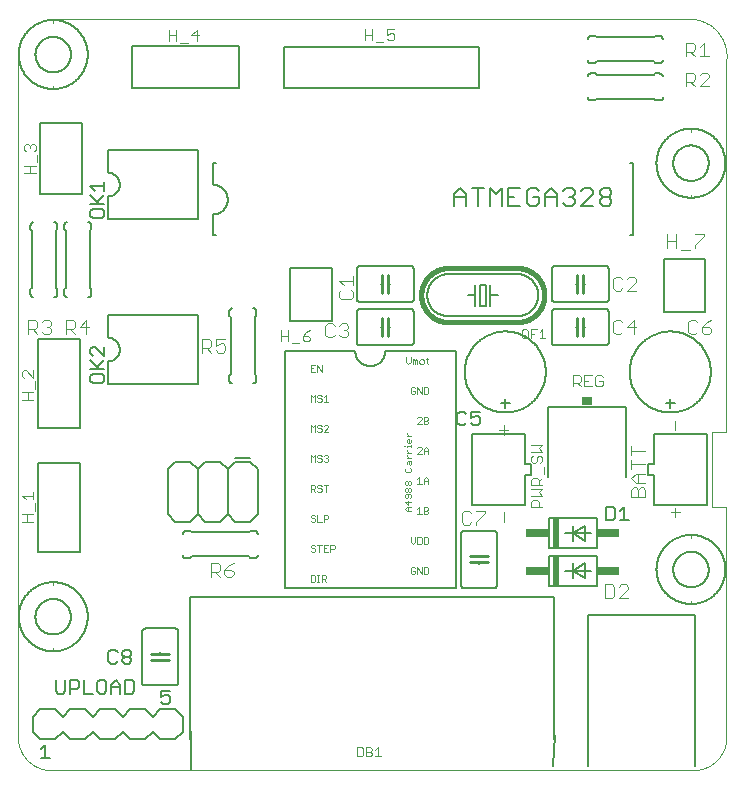
<source format=gto>
G75*
%MOIN*%
%OFA0B0*%
%FSLAX25Y25*%
%IPPOS*%
%LPD*%
%AMOC8*
5,1,8,0,0,1.08239X$1,22.5*
%
%ADD10C,0.00000*%
%ADD11C,0.00400*%
%ADD12C,0.00500*%
%ADD13C,0.00800*%
%ADD14C,0.00300*%
%ADD15C,0.00600*%
%ADD16R,0.02000X0.10000*%
%ADD17R,0.07500X0.03000*%
%ADD18C,0.01000*%
%ADD19C,0.00200*%
%ADD20C,0.01600*%
%ADD21C,0.00700*%
%ADD22R,0.03400X0.03000*%
D10*
X0032936Y0031270D02*
X0246885Y0031270D01*
X0247154Y0031273D01*
X0247423Y0031283D01*
X0247692Y0031299D01*
X0247960Y0031322D01*
X0248227Y0031351D01*
X0248494Y0031387D01*
X0248760Y0031429D01*
X0249025Y0031477D01*
X0249288Y0031532D01*
X0249550Y0031594D01*
X0249811Y0031661D01*
X0250069Y0031735D01*
X0250326Y0031815D01*
X0250581Y0031901D01*
X0250834Y0031994D01*
X0251084Y0032092D01*
X0251332Y0032197D01*
X0251578Y0032307D01*
X0251820Y0032423D01*
X0252060Y0032546D01*
X0252297Y0032673D01*
X0252531Y0032807D01*
X0252761Y0032946D01*
X0252988Y0033091D01*
X0253211Y0033241D01*
X0253431Y0033397D01*
X0253646Y0033558D01*
X0253858Y0033724D01*
X0254066Y0033895D01*
X0254270Y0034071D01*
X0254469Y0034251D01*
X0254664Y0034437D01*
X0254854Y0034627D01*
X0255040Y0034822D01*
X0255220Y0035021D01*
X0255396Y0035225D01*
X0255567Y0035433D01*
X0255733Y0035645D01*
X0255894Y0035860D01*
X0256050Y0036080D01*
X0256200Y0036303D01*
X0256345Y0036530D01*
X0256484Y0036760D01*
X0256618Y0036994D01*
X0256745Y0037231D01*
X0256868Y0037471D01*
X0256984Y0037713D01*
X0257094Y0037959D01*
X0257199Y0038207D01*
X0257297Y0038457D01*
X0257390Y0038710D01*
X0257476Y0038965D01*
X0257556Y0039222D01*
X0257630Y0039480D01*
X0257697Y0039741D01*
X0257759Y0040003D01*
X0257814Y0040266D01*
X0257862Y0040531D01*
X0257904Y0040797D01*
X0257940Y0041064D01*
X0257969Y0041331D01*
X0257992Y0041599D01*
X0258008Y0041868D01*
X0258018Y0042137D01*
X0258021Y0042406D01*
X0258020Y0042406D02*
X0258020Y0119115D01*
X0253099Y0119115D01*
X0253099Y0144080D01*
X0258020Y0144080D01*
X0258020Y0268166D01*
X0258045Y0268464D01*
X0258063Y0268762D01*
X0258074Y0269061D01*
X0258077Y0269360D01*
X0258073Y0269659D01*
X0258062Y0269958D01*
X0258044Y0270256D01*
X0258018Y0270554D01*
X0257985Y0270851D01*
X0257945Y0271148D01*
X0257898Y0271443D01*
X0257844Y0271737D01*
X0257783Y0272030D01*
X0257714Y0272321D01*
X0257639Y0272610D01*
X0257557Y0272898D01*
X0257467Y0273183D01*
X0257371Y0273466D01*
X0257268Y0273747D01*
X0257159Y0274025D01*
X0257042Y0274300D01*
X0256919Y0274573D01*
X0256790Y0274842D01*
X0256654Y0275109D01*
X0256511Y0275372D01*
X0256362Y0275631D01*
X0256208Y0275887D01*
X0256046Y0276139D01*
X0255879Y0276386D01*
X0255706Y0276630D01*
X0255527Y0276870D01*
X0255343Y0277105D01*
X0255152Y0277336D01*
X0254957Y0277562D01*
X0254755Y0277783D01*
X0254549Y0277999D01*
X0254337Y0278210D01*
X0254121Y0278416D01*
X0253899Y0278617D01*
X0253673Y0278812D01*
X0253442Y0279002D01*
X0253206Y0279186D01*
X0252966Y0279365D01*
X0252722Y0279537D01*
X0252474Y0279704D01*
X0252221Y0279864D01*
X0251965Y0280019D01*
X0251706Y0280167D01*
X0251442Y0280309D01*
X0251176Y0280444D01*
X0250906Y0280573D01*
X0250633Y0280696D01*
X0250358Y0280812D01*
X0250079Y0280921D01*
X0249798Y0281023D01*
X0249515Y0281118D01*
X0249229Y0281207D01*
X0248942Y0281289D01*
X0248652Y0281364D01*
X0248361Y0281431D01*
X0248068Y0281492D01*
X0247774Y0281546D01*
X0247479Y0281592D01*
X0247182Y0281631D01*
X0246885Y0281663D01*
X0246885Y0281664D02*
X0033374Y0281664D01*
X0033085Y0281651D01*
X0032797Y0281631D01*
X0032508Y0281604D01*
X0032221Y0281570D01*
X0031935Y0281529D01*
X0031649Y0281481D01*
X0031365Y0281426D01*
X0031082Y0281365D01*
X0030801Y0281297D01*
X0030522Y0281222D01*
X0030244Y0281140D01*
X0029969Y0281051D01*
X0029695Y0280956D01*
X0029425Y0280854D01*
X0029156Y0280746D01*
X0028890Y0280632D01*
X0028628Y0280511D01*
X0028368Y0280383D01*
X0028111Y0280250D01*
X0027858Y0280110D01*
X0027608Y0279964D01*
X0027362Y0279812D01*
X0027119Y0279654D01*
X0026880Y0279491D01*
X0026646Y0279321D01*
X0026415Y0279147D01*
X0026189Y0278966D01*
X0025967Y0278780D01*
X0025750Y0278589D01*
X0025537Y0278393D01*
X0025330Y0278191D01*
X0025127Y0277985D01*
X0024929Y0277774D01*
X0024736Y0277558D01*
X0024549Y0277337D01*
X0024367Y0277112D01*
X0024191Y0276883D01*
X0024020Y0276649D01*
X0023855Y0276412D01*
X0023695Y0276170D01*
X0023542Y0275925D01*
X0023394Y0275676D01*
X0023253Y0275424D01*
X0023117Y0275168D01*
X0022988Y0274909D01*
X0022866Y0274647D01*
X0022749Y0274382D01*
X0022639Y0274114D01*
X0022536Y0273844D01*
X0022439Y0273572D01*
X0022348Y0273297D01*
X0022265Y0273020D01*
X0022188Y0272741D01*
X0022117Y0272460D01*
X0022054Y0272178D01*
X0021997Y0271894D01*
X0021948Y0271609D01*
X0021905Y0271323D01*
X0021869Y0271036D01*
X0021840Y0270748D01*
X0021818Y0270459D01*
X0021803Y0270170D01*
X0021795Y0269881D01*
X0021794Y0269592D01*
X0021800Y0269302D01*
X0021800Y0042406D01*
X0021803Y0042137D01*
X0021813Y0041868D01*
X0021829Y0041599D01*
X0021852Y0041331D01*
X0021881Y0041064D01*
X0021917Y0040797D01*
X0021959Y0040531D01*
X0022007Y0040266D01*
X0022062Y0040003D01*
X0022124Y0039741D01*
X0022191Y0039480D01*
X0022265Y0039222D01*
X0022345Y0038965D01*
X0022431Y0038710D01*
X0022524Y0038457D01*
X0022622Y0038207D01*
X0022727Y0037959D01*
X0022837Y0037713D01*
X0022953Y0037471D01*
X0023076Y0037231D01*
X0023203Y0036994D01*
X0023337Y0036760D01*
X0023476Y0036530D01*
X0023621Y0036303D01*
X0023771Y0036080D01*
X0023927Y0035860D01*
X0024088Y0035645D01*
X0024254Y0035433D01*
X0024425Y0035225D01*
X0024601Y0035021D01*
X0024781Y0034822D01*
X0024967Y0034627D01*
X0025157Y0034437D01*
X0025352Y0034251D01*
X0025551Y0034071D01*
X0025755Y0033895D01*
X0025963Y0033724D01*
X0026175Y0033558D01*
X0026390Y0033397D01*
X0026610Y0033241D01*
X0026833Y0033091D01*
X0027060Y0032946D01*
X0027290Y0032807D01*
X0027524Y0032673D01*
X0027761Y0032546D01*
X0028001Y0032423D01*
X0028243Y0032307D01*
X0028489Y0032197D01*
X0028737Y0032092D01*
X0028987Y0031994D01*
X0029240Y0031901D01*
X0029495Y0031815D01*
X0029752Y0031735D01*
X0030010Y0031661D01*
X0030271Y0031594D01*
X0030533Y0031532D01*
X0030796Y0031477D01*
X0031061Y0031429D01*
X0031327Y0031387D01*
X0031594Y0031351D01*
X0031861Y0031322D01*
X0032129Y0031299D01*
X0032398Y0031283D01*
X0032667Y0031273D01*
X0032936Y0031270D01*
D11*
X0086103Y0095756D02*
X0086103Y0100359D01*
X0088405Y0100359D01*
X0089172Y0099592D01*
X0089172Y0098057D01*
X0088405Y0097290D01*
X0086103Y0097290D01*
X0087638Y0097290D02*
X0089172Y0095756D01*
X0090707Y0096523D02*
X0091474Y0095756D01*
X0093009Y0095756D01*
X0093776Y0096523D01*
X0093776Y0097290D01*
X0093009Y0098057D01*
X0090707Y0098057D01*
X0090707Y0096523D01*
X0090707Y0098057D02*
X0092242Y0099592D01*
X0093776Y0100359D01*
X0150788Y0118177D02*
X0151456Y0118845D01*
X0152790Y0118845D01*
X0151789Y0118845D02*
X0151789Y0117510D01*
X0151456Y0117510D02*
X0150788Y0118177D01*
X0151456Y0117510D02*
X0152790Y0117510D01*
X0151789Y0119720D02*
X0151789Y0121055D01*
X0151456Y0121930D02*
X0151789Y0122264D01*
X0151789Y0123264D01*
X0151122Y0123264D02*
X0150788Y0122931D01*
X0150788Y0122264D01*
X0151122Y0121930D01*
X0151456Y0121930D01*
X0152457Y0121930D02*
X0152790Y0122264D01*
X0152790Y0122931D01*
X0152457Y0123264D01*
X0151122Y0123264D01*
X0151122Y0124140D02*
X0151456Y0124140D01*
X0151789Y0124473D01*
X0151789Y0125141D01*
X0152123Y0125474D01*
X0152457Y0125474D01*
X0152790Y0125141D01*
X0152790Y0124473D01*
X0152457Y0124140D01*
X0152123Y0124140D01*
X0151789Y0124473D01*
X0151789Y0125141D02*
X0151456Y0125474D01*
X0151122Y0125474D01*
X0150788Y0125141D01*
X0150788Y0124473D01*
X0151122Y0124140D01*
X0151122Y0126350D02*
X0151456Y0126350D01*
X0151789Y0126683D01*
X0151789Y0127351D01*
X0152123Y0127684D01*
X0152457Y0127684D01*
X0152790Y0127351D01*
X0152790Y0126683D01*
X0152457Y0126350D01*
X0152123Y0126350D01*
X0151789Y0126683D01*
X0151789Y0127351D02*
X0151456Y0127684D01*
X0151122Y0127684D01*
X0150788Y0127351D01*
X0150788Y0126683D01*
X0151122Y0126350D01*
X0151122Y0130770D02*
X0152457Y0130770D01*
X0152790Y0131103D01*
X0152790Y0131770D01*
X0152457Y0132104D01*
X0152457Y0132979D02*
X0152123Y0133313D01*
X0152123Y0134314D01*
X0151789Y0134314D02*
X0152790Y0134314D01*
X0152790Y0133313D01*
X0152457Y0132979D01*
X0151456Y0133313D02*
X0151456Y0133980D01*
X0151789Y0134314D01*
X0151456Y0135189D02*
X0152790Y0135189D01*
X0152123Y0135189D02*
X0151456Y0135857D01*
X0151456Y0136190D01*
X0151456Y0137031D02*
X0152790Y0137031D01*
X0152123Y0137031D02*
X0151456Y0137698D01*
X0151456Y0138032D01*
X0151456Y0138872D02*
X0151456Y0139206D01*
X0152790Y0139206D01*
X0152790Y0138872D02*
X0152790Y0139540D01*
X0152457Y0140346D02*
X0151789Y0140346D01*
X0151456Y0140679D01*
X0151456Y0141347D01*
X0151789Y0141680D01*
X0152123Y0141680D01*
X0152123Y0140346D01*
X0152457Y0140346D02*
X0152790Y0140679D01*
X0152790Y0141347D01*
X0152790Y0142556D02*
X0151456Y0142556D01*
X0151456Y0143223D02*
X0151456Y0143556D01*
X0151456Y0143223D02*
X0152123Y0142556D01*
X0150788Y0139206D02*
X0150455Y0139206D01*
X0151122Y0132104D02*
X0150788Y0131770D01*
X0150788Y0131103D01*
X0151122Y0130770D01*
X0150788Y0120721D02*
X0151789Y0119720D01*
X0152790Y0120721D02*
X0150788Y0120721D01*
X0169800Y0116989D02*
X0169800Y0113920D01*
X0170567Y0113153D01*
X0172102Y0113153D01*
X0172869Y0113920D01*
X0174404Y0113920D02*
X0174404Y0113153D01*
X0174404Y0113920D02*
X0177473Y0116989D01*
X0177473Y0117757D01*
X0174404Y0117757D01*
X0172869Y0116989D02*
X0172102Y0117757D01*
X0170567Y0117757D01*
X0169800Y0116989D01*
X0183798Y0117191D02*
X0183798Y0114122D01*
X0183798Y0143122D02*
X0183798Y0146191D01*
X0182263Y0144657D02*
X0185333Y0144657D01*
X0220292Y0177493D02*
X0221059Y0176726D01*
X0222594Y0176726D01*
X0223361Y0177493D01*
X0224896Y0179028D02*
X0227965Y0179028D01*
X0227198Y0176726D02*
X0227198Y0181330D01*
X0224896Y0179028D01*
X0223361Y0180563D02*
X0222594Y0181330D01*
X0221059Y0181330D01*
X0220292Y0180563D01*
X0220292Y0177493D01*
X0221059Y0191101D02*
X0220292Y0191868D01*
X0220292Y0194938D01*
X0221059Y0195705D01*
X0222594Y0195705D01*
X0223361Y0194938D01*
X0224896Y0194938D02*
X0225663Y0195705D01*
X0227198Y0195705D01*
X0227965Y0194938D01*
X0227965Y0194170D01*
X0224896Y0191101D01*
X0227965Y0191101D01*
X0223361Y0191868D02*
X0222594Y0191101D01*
X0221059Y0191101D01*
X0238250Y0205476D02*
X0238250Y0210080D01*
X0238250Y0207778D02*
X0241319Y0207778D01*
X0241319Y0210080D02*
X0241319Y0205476D01*
X0242854Y0204709D02*
X0245923Y0204709D01*
X0247458Y0205476D02*
X0247458Y0206243D01*
X0250527Y0209313D01*
X0250527Y0210080D01*
X0247458Y0210080D01*
X0247594Y0181330D02*
X0246059Y0181330D01*
X0245292Y0180563D01*
X0245292Y0177493D01*
X0246059Y0176726D01*
X0247594Y0176726D01*
X0248361Y0177493D01*
X0249896Y0177493D02*
X0249896Y0179028D01*
X0252198Y0179028D01*
X0252965Y0178261D01*
X0252965Y0177493D01*
X0252198Y0176726D01*
X0250663Y0176726D01*
X0249896Y0177493D01*
X0249896Y0179028D02*
X0251431Y0180563D01*
X0252965Y0181330D01*
X0248361Y0180563D02*
X0247594Y0181330D01*
X0241048Y0147795D02*
X0241048Y0144726D01*
X0230945Y0137805D02*
X0226342Y0137805D01*
X0226342Y0136271D02*
X0226342Y0139340D01*
X0226342Y0134736D02*
X0226342Y0131667D01*
X0226342Y0133201D02*
X0230945Y0133201D01*
X0230945Y0130132D02*
X0227876Y0130132D01*
X0226342Y0128597D01*
X0227876Y0127063D01*
X0230945Y0127063D01*
X0230178Y0125528D02*
X0230945Y0124761D01*
X0230945Y0122459D01*
X0226342Y0122459D01*
X0226342Y0124761D01*
X0227109Y0125528D01*
X0227876Y0125528D01*
X0228644Y0124761D01*
X0228644Y0122459D01*
X0228644Y0124761D02*
X0229411Y0125528D01*
X0230178Y0125528D01*
X0228644Y0127063D02*
X0228644Y0130132D01*
X0239513Y0117261D02*
X0242583Y0117261D01*
X0241048Y0115726D02*
X0241048Y0118795D01*
X0224550Y0093202D02*
X0223015Y0093202D01*
X0222248Y0092434D01*
X0220713Y0092434D02*
X0220713Y0089365D01*
X0219946Y0088598D01*
X0217644Y0088598D01*
X0217644Y0093202D01*
X0219946Y0093202D01*
X0220713Y0092434D01*
X0224550Y0093202D02*
X0225317Y0092434D01*
X0225317Y0091667D01*
X0222248Y0088598D01*
X0225317Y0088598D01*
X0132040Y0176430D02*
X0131273Y0175663D01*
X0129738Y0175663D01*
X0128971Y0176430D01*
X0127436Y0176430D02*
X0126669Y0175663D01*
X0125134Y0175663D01*
X0124367Y0176430D01*
X0124367Y0179500D01*
X0125134Y0180267D01*
X0126669Y0180267D01*
X0127436Y0179500D01*
X0128971Y0179500D02*
X0129738Y0180267D01*
X0131273Y0180267D01*
X0132040Y0179500D01*
X0132040Y0178732D01*
X0131273Y0177965D01*
X0132040Y0177198D01*
X0132040Y0176430D01*
X0131273Y0177965D02*
X0130505Y0177965D01*
X0129674Y0188306D02*
X0132744Y0188306D01*
X0133511Y0189074D01*
X0133511Y0190608D01*
X0132744Y0191376D01*
X0133511Y0192910D02*
X0133511Y0195980D01*
X0133511Y0194445D02*
X0128907Y0194445D01*
X0130442Y0192910D01*
X0129674Y0191376D02*
X0128907Y0190608D01*
X0128907Y0189074D01*
X0129674Y0188306D01*
X0090923Y0175080D02*
X0087854Y0175080D01*
X0087854Y0172778D01*
X0089389Y0173545D01*
X0090156Y0173545D01*
X0090923Y0172778D01*
X0090923Y0171243D01*
X0090156Y0170476D01*
X0088621Y0170476D01*
X0087854Y0171243D01*
X0086319Y0170476D02*
X0084785Y0172011D01*
X0085552Y0172011D02*
X0083250Y0172011D01*
X0083250Y0170476D02*
X0083250Y0175080D01*
X0085552Y0175080D01*
X0086319Y0174313D01*
X0086319Y0172778D01*
X0085552Y0172011D01*
X0045465Y0179028D02*
X0042396Y0179028D01*
X0044698Y0181330D01*
X0044698Y0176726D01*
X0040861Y0176726D02*
X0039327Y0178261D01*
X0040094Y0178261D02*
X0037792Y0178261D01*
X0037792Y0176726D02*
X0037792Y0181330D01*
X0040094Y0181330D01*
X0040861Y0180563D01*
X0040861Y0179028D01*
X0040094Y0178261D01*
X0032965Y0178261D02*
X0032965Y0177493D01*
X0032198Y0176726D01*
X0030663Y0176726D01*
X0029896Y0177493D01*
X0028361Y0176726D02*
X0026827Y0178261D01*
X0027594Y0178261D02*
X0025292Y0178261D01*
X0025292Y0176726D02*
X0025292Y0181330D01*
X0027594Y0181330D01*
X0028361Y0180563D01*
X0028361Y0179028D01*
X0027594Y0178261D01*
X0029896Y0180563D02*
X0030663Y0181330D01*
X0032198Y0181330D01*
X0032965Y0180563D01*
X0032965Y0179795D01*
X0032198Y0179028D01*
X0032965Y0178261D01*
X0032198Y0179028D02*
X0031431Y0179028D01*
X0244500Y0259226D02*
X0244500Y0263830D01*
X0246802Y0263830D01*
X0247569Y0263063D01*
X0247569Y0261528D01*
X0246802Y0260761D01*
X0244500Y0260761D01*
X0246035Y0260761D02*
X0247569Y0259226D01*
X0249104Y0259226D02*
X0252173Y0262295D01*
X0252173Y0263063D01*
X0251406Y0263830D01*
X0249871Y0263830D01*
X0249104Y0263063D01*
X0249104Y0259226D02*
X0252173Y0259226D01*
X0252173Y0269226D02*
X0249104Y0269226D01*
X0250639Y0269226D02*
X0250639Y0273830D01*
X0249104Y0272295D01*
X0247569Y0271528D02*
X0246802Y0270761D01*
X0244500Y0270761D01*
X0246035Y0270761D02*
X0247569Y0269226D01*
X0247569Y0271528D02*
X0247569Y0273063D01*
X0246802Y0273830D01*
X0244500Y0273830D01*
X0244500Y0269226D01*
D12*
X0251013Y0201782D02*
X0237233Y0201782D01*
X0237233Y0184065D01*
X0251013Y0184065D01*
X0251013Y0201782D01*
X0251574Y0143337D02*
X0233857Y0143337D01*
X0233857Y0133494D01*
X0231889Y0133494D01*
X0231889Y0129557D01*
X0233857Y0129557D01*
X0233857Y0119715D01*
X0251574Y0119715D01*
X0251574Y0143337D01*
X0223905Y0119030D02*
X0223905Y0114526D01*
X0222404Y0114526D02*
X0225406Y0114526D01*
X0222404Y0117529D02*
X0223905Y0119030D01*
X0220803Y0118279D02*
X0220803Y0115277D01*
X0220052Y0114526D01*
X0217800Y0114526D01*
X0217800Y0119030D01*
X0220052Y0119030D01*
X0220803Y0118279D01*
X0190993Y0119715D02*
X0173276Y0119715D01*
X0173276Y0143337D01*
X0190993Y0143337D01*
X0190993Y0133494D01*
X0192961Y0133494D01*
X0192961Y0129557D01*
X0190993Y0129557D01*
X0190993Y0119715D01*
X0175198Y0146276D02*
X0173697Y0146276D01*
X0172946Y0147027D01*
X0172946Y0148528D02*
X0174447Y0149279D01*
X0175198Y0149279D01*
X0175949Y0148528D01*
X0175949Y0147027D01*
X0175198Y0146276D01*
X0172946Y0148528D02*
X0172946Y0150780D01*
X0175949Y0150780D01*
X0171345Y0150029D02*
X0170594Y0150780D01*
X0169093Y0150780D01*
X0168342Y0150029D01*
X0168342Y0147027D01*
X0169093Y0146276D01*
X0170594Y0146276D01*
X0171345Y0147027D01*
X0126465Y0181093D02*
X0112686Y0181093D01*
X0112686Y0198809D01*
X0126465Y0198809D01*
X0126465Y0181093D01*
X0110583Y0258691D02*
X0110583Y0272471D01*
X0175544Y0272471D01*
X0175544Y0258691D01*
X0110583Y0258691D01*
X0095422Y0258760D02*
X0059989Y0258760D01*
X0059989Y0272540D01*
X0095422Y0272540D01*
X0095422Y0258760D01*
X0050550Y0227486D02*
X0050550Y0224484D01*
X0050550Y0225985D02*
X0046046Y0225985D01*
X0047547Y0224484D01*
X0046046Y0222882D02*
X0049049Y0219880D01*
X0048298Y0220631D02*
X0050550Y0222882D01*
X0050550Y0219880D02*
X0046046Y0219880D01*
X0046797Y0218279D02*
X0046046Y0217528D01*
X0046046Y0216027D01*
X0046797Y0215276D01*
X0049799Y0215276D01*
X0050550Y0216027D01*
X0050550Y0217528D01*
X0049799Y0218279D01*
X0046797Y0218279D01*
X0043060Y0223396D02*
X0029280Y0223396D01*
X0029280Y0247018D01*
X0043060Y0247018D01*
X0043060Y0223396D01*
X0042391Y0174971D02*
X0028611Y0174971D01*
X0028611Y0145443D01*
X0042391Y0145443D01*
X0042391Y0174971D01*
X0046046Y0171736D02*
X0046046Y0170234D01*
X0046797Y0169484D01*
X0046046Y0167882D02*
X0049049Y0164880D01*
X0048298Y0165631D02*
X0050550Y0167882D01*
X0050550Y0169484D02*
X0047547Y0172486D01*
X0046797Y0172486D01*
X0046046Y0171736D01*
X0050550Y0172486D02*
X0050550Y0169484D01*
X0050550Y0164880D02*
X0046046Y0164880D01*
X0046797Y0163279D02*
X0046046Y0162528D01*
X0046046Y0161027D01*
X0046797Y0160276D01*
X0049799Y0160276D01*
X0050550Y0161027D01*
X0050550Y0162528D01*
X0049799Y0163279D01*
X0046797Y0163279D01*
X0042434Y0133583D02*
X0028654Y0133583D01*
X0028654Y0104056D01*
X0042434Y0104056D01*
X0042434Y0133583D01*
X0052801Y0071280D02*
X0052050Y0070529D01*
X0052050Y0067527D01*
X0052801Y0066776D01*
X0054302Y0066776D01*
X0055053Y0067527D01*
X0056654Y0067527D02*
X0056654Y0068277D01*
X0057405Y0069028D01*
X0058906Y0069028D01*
X0059656Y0068277D01*
X0059656Y0067527D01*
X0058906Y0066776D01*
X0057405Y0066776D01*
X0056654Y0067527D01*
X0057405Y0069028D02*
X0056654Y0069779D01*
X0056654Y0070529D01*
X0057405Y0071280D01*
X0058906Y0071280D01*
X0059656Y0070529D01*
X0059656Y0069779D01*
X0058906Y0069028D01*
X0055053Y0070529D02*
X0054302Y0071280D01*
X0052801Y0071280D01*
X0054467Y0061280D02*
X0055968Y0059779D01*
X0055968Y0056776D01*
X0057570Y0056776D02*
X0059822Y0056776D01*
X0060572Y0057527D01*
X0060572Y0060529D01*
X0059822Y0061280D01*
X0057570Y0061280D01*
X0057570Y0056776D01*
X0055968Y0059028D02*
X0052966Y0059028D01*
X0052966Y0059779D02*
X0052966Y0056776D01*
X0051364Y0057527D02*
X0051364Y0060529D01*
X0050614Y0061280D01*
X0049112Y0061280D01*
X0048362Y0060529D01*
X0048362Y0057527D01*
X0049112Y0056776D01*
X0050614Y0056776D01*
X0051364Y0057527D01*
X0052966Y0059779D02*
X0054467Y0061280D01*
X0046760Y0056776D02*
X0043758Y0056776D01*
X0043758Y0061280D01*
X0042156Y0060529D02*
X0042156Y0059028D01*
X0041406Y0058277D01*
X0039154Y0058277D01*
X0039154Y0056776D02*
X0039154Y0061280D01*
X0041406Y0061280D01*
X0042156Y0060529D01*
X0037553Y0061280D02*
X0037553Y0057527D01*
X0036802Y0056776D01*
X0035301Y0056776D01*
X0034550Y0057527D01*
X0034550Y0061280D01*
X0031051Y0039780D02*
X0031051Y0035276D01*
X0029550Y0035276D02*
X0032553Y0035276D01*
X0029550Y0038279D02*
X0031051Y0039780D01*
X0069550Y0054027D02*
X0070301Y0053276D01*
X0071802Y0053276D01*
X0072553Y0054027D01*
X0072553Y0055528D01*
X0071802Y0056279D01*
X0071051Y0056279D01*
X0069550Y0055528D01*
X0069550Y0057780D01*
X0072553Y0057780D01*
X0212050Y0040626D02*
X0212050Y0032526D01*
X0212040Y0040442D02*
X0212040Y0082922D01*
X0247473Y0082922D01*
X0247473Y0040442D01*
X0247450Y0040626D02*
X0247450Y0032526D01*
D13*
X0200325Y0032676D02*
X0200719Y0042851D01*
X0200540Y0041585D02*
X0200540Y0088947D01*
X0079280Y0088947D01*
X0079280Y0041585D01*
X0079469Y0044376D02*
X0079469Y0031839D01*
X0027705Y0082451D02*
X0027707Y0082604D01*
X0027713Y0082758D01*
X0027723Y0082911D01*
X0027737Y0083063D01*
X0027755Y0083216D01*
X0027777Y0083367D01*
X0027802Y0083518D01*
X0027832Y0083669D01*
X0027866Y0083819D01*
X0027903Y0083967D01*
X0027944Y0084115D01*
X0027989Y0084261D01*
X0028038Y0084407D01*
X0028091Y0084551D01*
X0028147Y0084693D01*
X0028207Y0084834D01*
X0028271Y0084974D01*
X0028338Y0085112D01*
X0028409Y0085248D01*
X0028484Y0085382D01*
X0028561Y0085514D01*
X0028643Y0085644D01*
X0028727Y0085772D01*
X0028815Y0085898D01*
X0028906Y0086021D01*
X0029000Y0086142D01*
X0029098Y0086260D01*
X0029198Y0086376D01*
X0029302Y0086489D01*
X0029408Y0086600D01*
X0029517Y0086708D01*
X0029629Y0086813D01*
X0029743Y0086914D01*
X0029861Y0087013D01*
X0029980Y0087109D01*
X0030102Y0087202D01*
X0030227Y0087291D01*
X0030354Y0087378D01*
X0030483Y0087460D01*
X0030614Y0087540D01*
X0030747Y0087616D01*
X0030882Y0087689D01*
X0031019Y0087758D01*
X0031158Y0087823D01*
X0031298Y0087885D01*
X0031440Y0087943D01*
X0031583Y0087998D01*
X0031728Y0088049D01*
X0031874Y0088096D01*
X0032021Y0088139D01*
X0032169Y0088178D01*
X0032318Y0088214D01*
X0032468Y0088245D01*
X0032619Y0088273D01*
X0032770Y0088297D01*
X0032923Y0088317D01*
X0033075Y0088333D01*
X0033228Y0088345D01*
X0033381Y0088353D01*
X0033534Y0088357D01*
X0033688Y0088357D01*
X0033841Y0088353D01*
X0033994Y0088345D01*
X0034147Y0088333D01*
X0034299Y0088317D01*
X0034452Y0088297D01*
X0034603Y0088273D01*
X0034754Y0088245D01*
X0034904Y0088214D01*
X0035053Y0088178D01*
X0035201Y0088139D01*
X0035348Y0088096D01*
X0035494Y0088049D01*
X0035639Y0087998D01*
X0035782Y0087943D01*
X0035924Y0087885D01*
X0036064Y0087823D01*
X0036203Y0087758D01*
X0036340Y0087689D01*
X0036475Y0087616D01*
X0036608Y0087540D01*
X0036739Y0087460D01*
X0036868Y0087378D01*
X0036995Y0087291D01*
X0037120Y0087202D01*
X0037242Y0087109D01*
X0037361Y0087013D01*
X0037479Y0086914D01*
X0037593Y0086813D01*
X0037705Y0086708D01*
X0037814Y0086600D01*
X0037920Y0086489D01*
X0038024Y0086376D01*
X0038124Y0086260D01*
X0038222Y0086142D01*
X0038316Y0086021D01*
X0038407Y0085898D01*
X0038495Y0085772D01*
X0038579Y0085644D01*
X0038661Y0085514D01*
X0038738Y0085382D01*
X0038813Y0085248D01*
X0038884Y0085112D01*
X0038951Y0084974D01*
X0039015Y0084834D01*
X0039075Y0084693D01*
X0039131Y0084551D01*
X0039184Y0084407D01*
X0039233Y0084261D01*
X0039278Y0084115D01*
X0039319Y0083967D01*
X0039356Y0083819D01*
X0039390Y0083669D01*
X0039420Y0083518D01*
X0039445Y0083367D01*
X0039467Y0083216D01*
X0039485Y0083063D01*
X0039499Y0082911D01*
X0039509Y0082758D01*
X0039515Y0082604D01*
X0039517Y0082451D01*
X0039515Y0082298D01*
X0039509Y0082144D01*
X0039499Y0081991D01*
X0039485Y0081839D01*
X0039467Y0081686D01*
X0039445Y0081535D01*
X0039420Y0081384D01*
X0039390Y0081233D01*
X0039356Y0081083D01*
X0039319Y0080935D01*
X0039278Y0080787D01*
X0039233Y0080641D01*
X0039184Y0080495D01*
X0039131Y0080351D01*
X0039075Y0080209D01*
X0039015Y0080068D01*
X0038951Y0079928D01*
X0038884Y0079790D01*
X0038813Y0079654D01*
X0038738Y0079520D01*
X0038661Y0079388D01*
X0038579Y0079258D01*
X0038495Y0079130D01*
X0038407Y0079004D01*
X0038316Y0078881D01*
X0038222Y0078760D01*
X0038124Y0078642D01*
X0038024Y0078526D01*
X0037920Y0078413D01*
X0037814Y0078302D01*
X0037705Y0078194D01*
X0037593Y0078089D01*
X0037479Y0077988D01*
X0037361Y0077889D01*
X0037242Y0077793D01*
X0037120Y0077700D01*
X0036995Y0077611D01*
X0036868Y0077524D01*
X0036739Y0077442D01*
X0036608Y0077362D01*
X0036475Y0077286D01*
X0036340Y0077213D01*
X0036203Y0077144D01*
X0036064Y0077079D01*
X0035924Y0077017D01*
X0035782Y0076959D01*
X0035639Y0076904D01*
X0035494Y0076853D01*
X0035348Y0076806D01*
X0035201Y0076763D01*
X0035053Y0076724D01*
X0034904Y0076688D01*
X0034754Y0076657D01*
X0034603Y0076629D01*
X0034452Y0076605D01*
X0034299Y0076585D01*
X0034147Y0076569D01*
X0033994Y0076557D01*
X0033841Y0076549D01*
X0033688Y0076545D01*
X0033534Y0076545D01*
X0033381Y0076549D01*
X0033228Y0076557D01*
X0033075Y0076569D01*
X0032923Y0076585D01*
X0032770Y0076605D01*
X0032619Y0076629D01*
X0032468Y0076657D01*
X0032318Y0076688D01*
X0032169Y0076724D01*
X0032021Y0076763D01*
X0031874Y0076806D01*
X0031728Y0076853D01*
X0031583Y0076904D01*
X0031440Y0076959D01*
X0031298Y0077017D01*
X0031158Y0077079D01*
X0031019Y0077144D01*
X0030882Y0077213D01*
X0030747Y0077286D01*
X0030614Y0077362D01*
X0030483Y0077442D01*
X0030354Y0077524D01*
X0030227Y0077611D01*
X0030102Y0077700D01*
X0029980Y0077793D01*
X0029861Y0077889D01*
X0029743Y0077988D01*
X0029629Y0078089D01*
X0029517Y0078194D01*
X0029408Y0078302D01*
X0029302Y0078413D01*
X0029198Y0078526D01*
X0029098Y0078642D01*
X0029000Y0078760D01*
X0028906Y0078881D01*
X0028815Y0079004D01*
X0028727Y0079130D01*
X0028643Y0079258D01*
X0028561Y0079388D01*
X0028484Y0079520D01*
X0028409Y0079654D01*
X0028338Y0079790D01*
X0028271Y0079928D01*
X0028207Y0080068D01*
X0028147Y0080209D01*
X0028091Y0080351D01*
X0028038Y0080495D01*
X0027989Y0080641D01*
X0027944Y0080787D01*
X0027903Y0080935D01*
X0027866Y0081083D01*
X0027832Y0081233D01*
X0027802Y0081384D01*
X0027777Y0081535D01*
X0027755Y0081686D01*
X0027737Y0081839D01*
X0027723Y0081991D01*
X0027713Y0082144D01*
X0027707Y0082298D01*
X0027705Y0082451D01*
X0071800Y0116526D02*
X0074300Y0114026D01*
X0079300Y0114026D01*
X0081800Y0116526D01*
X0081800Y0131526D01*
X0079300Y0134026D01*
X0074300Y0134026D01*
X0071800Y0131526D01*
X0071800Y0116526D01*
X0081800Y0116526D02*
X0084300Y0114026D01*
X0089300Y0114026D01*
X0091800Y0116526D01*
X0091800Y0131526D01*
X0089300Y0134026D01*
X0084300Y0134026D01*
X0081800Y0131526D01*
X0091800Y0131526D02*
X0094300Y0134026D01*
X0099300Y0134026D01*
X0101800Y0131526D01*
X0101800Y0116526D01*
X0099300Y0114026D01*
X0094300Y0114026D01*
X0091800Y0116526D01*
X0094300Y0135345D02*
X0099300Y0135345D01*
X0087800Y0209526D02*
X0086800Y0209526D01*
X0086800Y0216526D01*
X0086940Y0216528D01*
X0087080Y0216534D01*
X0087220Y0216544D01*
X0087360Y0216557D01*
X0087499Y0216575D01*
X0087638Y0216597D01*
X0087775Y0216622D01*
X0087913Y0216651D01*
X0088049Y0216684D01*
X0088184Y0216721D01*
X0088318Y0216762D01*
X0088451Y0216807D01*
X0088583Y0216855D01*
X0088713Y0216907D01*
X0088842Y0216962D01*
X0088969Y0217021D01*
X0089095Y0217084D01*
X0089219Y0217150D01*
X0089340Y0217219D01*
X0089460Y0217292D01*
X0089578Y0217369D01*
X0089693Y0217448D01*
X0089807Y0217531D01*
X0089917Y0217617D01*
X0090026Y0217706D01*
X0090132Y0217798D01*
X0090235Y0217893D01*
X0090336Y0217990D01*
X0090433Y0218091D01*
X0090528Y0218194D01*
X0090620Y0218300D01*
X0090709Y0218409D01*
X0090795Y0218519D01*
X0090878Y0218633D01*
X0090957Y0218748D01*
X0091034Y0218866D01*
X0091107Y0218986D01*
X0091176Y0219107D01*
X0091242Y0219231D01*
X0091305Y0219357D01*
X0091364Y0219484D01*
X0091419Y0219613D01*
X0091471Y0219743D01*
X0091519Y0219875D01*
X0091564Y0220008D01*
X0091605Y0220142D01*
X0091642Y0220277D01*
X0091675Y0220413D01*
X0091704Y0220551D01*
X0091729Y0220688D01*
X0091751Y0220827D01*
X0091769Y0220966D01*
X0091782Y0221106D01*
X0091792Y0221246D01*
X0091798Y0221386D01*
X0091800Y0221526D01*
X0091798Y0221666D01*
X0091792Y0221806D01*
X0091782Y0221946D01*
X0091769Y0222086D01*
X0091751Y0222225D01*
X0091729Y0222364D01*
X0091704Y0222501D01*
X0091675Y0222639D01*
X0091642Y0222775D01*
X0091605Y0222910D01*
X0091564Y0223044D01*
X0091519Y0223177D01*
X0091471Y0223309D01*
X0091419Y0223439D01*
X0091364Y0223568D01*
X0091305Y0223695D01*
X0091242Y0223821D01*
X0091176Y0223945D01*
X0091107Y0224066D01*
X0091034Y0224186D01*
X0090957Y0224304D01*
X0090878Y0224419D01*
X0090795Y0224533D01*
X0090709Y0224643D01*
X0090620Y0224752D01*
X0090528Y0224858D01*
X0090433Y0224961D01*
X0090336Y0225062D01*
X0090235Y0225159D01*
X0090132Y0225254D01*
X0090026Y0225346D01*
X0089917Y0225435D01*
X0089807Y0225521D01*
X0089693Y0225604D01*
X0089578Y0225683D01*
X0089460Y0225760D01*
X0089340Y0225833D01*
X0089219Y0225902D01*
X0089095Y0225968D01*
X0088969Y0226031D01*
X0088842Y0226090D01*
X0088713Y0226145D01*
X0088583Y0226197D01*
X0088451Y0226245D01*
X0088318Y0226290D01*
X0088184Y0226331D01*
X0088049Y0226368D01*
X0087913Y0226401D01*
X0087775Y0226430D01*
X0087638Y0226455D01*
X0087499Y0226477D01*
X0087360Y0226495D01*
X0087220Y0226508D01*
X0087080Y0226518D01*
X0086940Y0226524D01*
X0086800Y0226526D01*
X0086800Y0233526D01*
X0087800Y0233526D01*
X0027705Y0269853D02*
X0027707Y0270006D01*
X0027713Y0270160D01*
X0027723Y0270313D01*
X0027737Y0270465D01*
X0027755Y0270618D01*
X0027777Y0270769D01*
X0027802Y0270920D01*
X0027832Y0271071D01*
X0027866Y0271221D01*
X0027903Y0271369D01*
X0027944Y0271517D01*
X0027989Y0271663D01*
X0028038Y0271809D01*
X0028091Y0271953D01*
X0028147Y0272095D01*
X0028207Y0272236D01*
X0028271Y0272376D01*
X0028338Y0272514D01*
X0028409Y0272650D01*
X0028484Y0272784D01*
X0028561Y0272916D01*
X0028643Y0273046D01*
X0028727Y0273174D01*
X0028815Y0273300D01*
X0028906Y0273423D01*
X0029000Y0273544D01*
X0029098Y0273662D01*
X0029198Y0273778D01*
X0029302Y0273891D01*
X0029408Y0274002D01*
X0029517Y0274110D01*
X0029629Y0274215D01*
X0029743Y0274316D01*
X0029861Y0274415D01*
X0029980Y0274511D01*
X0030102Y0274604D01*
X0030227Y0274693D01*
X0030354Y0274780D01*
X0030483Y0274862D01*
X0030614Y0274942D01*
X0030747Y0275018D01*
X0030882Y0275091D01*
X0031019Y0275160D01*
X0031158Y0275225D01*
X0031298Y0275287D01*
X0031440Y0275345D01*
X0031583Y0275400D01*
X0031728Y0275451D01*
X0031874Y0275498D01*
X0032021Y0275541D01*
X0032169Y0275580D01*
X0032318Y0275616D01*
X0032468Y0275647D01*
X0032619Y0275675D01*
X0032770Y0275699D01*
X0032923Y0275719D01*
X0033075Y0275735D01*
X0033228Y0275747D01*
X0033381Y0275755D01*
X0033534Y0275759D01*
X0033688Y0275759D01*
X0033841Y0275755D01*
X0033994Y0275747D01*
X0034147Y0275735D01*
X0034299Y0275719D01*
X0034452Y0275699D01*
X0034603Y0275675D01*
X0034754Y0275647D01*
X0034904Y0275616D01*
X0035053Y0275580D01*
X0035201Y0275541D01*
X0035348Y0275498D01*
X0035494Y0275451D01*
X0035639Y0275400D01*
X0035782Y0275345D01*
X0035924Y0275287D01*
X0036064Y0275225D01*
X0036203Y0275160D01*
X0036340Y0275091D01*
X0036475Y0275018D01*
X0036608Y0274942D01*
X0036739Y0274862D01*
X0036868Y0274780D01*
X0036995Y0274693D01*
X0037120Y0274604D01*
X0037242Y0274511D01*
X0037361Y0274415D01*
X0037479Y0274316D01*
X0037593Y0274215D01*
X0037705Y0274110D01*
X0037814Y0274002D01*
X0037920Y0273891D01*
X0038024Y0273778D01*
X0038124Y0273662D01*
X0038222Y0273544D01*
X0038316Y0273423D01*
X0038407Y0273300D01*
X0038495Y0273174D01*
X0038579Y0273046D01*
X0038661Y0272916D01*
X0038738Y0272784D01*
X0038813Y0272650D01*
X0038884Y0272514D01*
X0038951Y0272376D01*
X0039015Y0272236D01*
X0039075Y0272095D01*
X0039131Y0271953D01*
X0039184Y0271809D01*
X0039233Y0271663D01*
X0039278Y0271517D01*
X0039319Y0271369D01*
X0039356Y0271221D01*
X0039390Y0271071D01*
X0039420Y0270920D01*
X0039445Y0270769D01*
X0039467Y0270618D01*
X0039485Y0270465D01*
X0039499Y0270313D01*
X0039509Y0270160D01*
X0039515Y0270006D01*
X0039517Y0269853D01*
X0039515Y0269700D01*
X0039509Y0269546D01*
X0039499Y0269393D01*
X0039485Y0269241D01*
X0039467Y0269088D01*
X0039445Y0268937D01*
X0039420Y0268786D01*
X0039390Y0268635D01*
X0039356Y0268485D01*
X0039319Y0268337D01*
X0039278Y0268189D01*
X0039233Y0268043D01*
X0039184Y0267897D01*
X0039131Y0267753D01*
X0039075Y0267611D01*
X0039015Y0267470D01*
X0038951Y0267330D01*
X0038884Y0267192D01*
X0038813Y0267056D01*
X0038738Y0266922D01*
X0038661Y0266790D01*
X0038579Y0266660D01*
X0038495Y0266532D01*
X0038407Y0266406D01*
X0038316Y0266283D01*
X0038222Y0266162D01*
X0038124Y0266044D01*
X0038024Y0265928D01*
X0037920Y0265815D01*
X0037814Y0265704D01*
X0037705Y0265596D01*
X0037593Y0265491D01*
X0037479Y0265390D01*
X0037361Y0265291D01*
X0037242Y0265195D01*
X0037120Y0265102D01*
X0036995Y0265013D01*
X0036868Y0264926D01*
X0036739Y0264844D01*
X0036608Y0264764D01*
X0036475Y0264688D01*
X0036340Y0264615D01*
X0036203Y0264546D01*
X0036064Y0264481D01*
X0035924Y0264419D01*
X0035782Y0264361D01*
X0035639Y0264306D01*
X0035494Y0264255D01*
X0035348Y0264208D01*
X0035201Y0264165D01*
X0035053Y0264126D01*
X0034904Y0264090D01*
X0034754Y0264059D01*
X0034603Y0264031D01*
X0034452Y0264007D01*
X0034299Y0263987D01*
X0034147Y0263971D01*
X0033994Y0263959D01*
X0033841Y0263951D01*
X0033688Y0263947D01*
X0033534Y0263947D01*
X0033381Y0263951D01*
X0033228Y0263959D01*
X0033075Y0263971D01*
X0032923Y0263987D01*
X0032770Y0264007D01*
X0032619Y0264031D01*
X0032468Y0264059D01*
X0032318Y0264090D01*
X0032169Y0264126D01*
X0032021Y0264165D01*
X0031874Y0264208D01*
X0031728Y0264255D01*
X0031583Y0264306D01*
X0031440Y0264361D01*
X0031298Y0264419D01*
X0031158Y0264481D01*
X0031019Y0264546D01*
X0030882Y0264615D01*
X0030747Y0264688D01*
X0030614Y0264764D01*
X0030483Y0264844D01*
X0030354Y0264926D01*
X0030227Y0265013D01*
X0030102Y0265102D01*
X0029980Y0265195D01*
X0029861Y0265291D01*
X0029743Y0265390D01*
X0029629Y0265491D01*
X0029517Y0265596D01*
X0029408Y0265704D01*
X0029302Y0265815D01*
X0029198Y0265928D01*
X0029098Y0266044D01*
X0029000Y0266162D01*
X0028906Y0266283D01*
X0028815Y0266406D01*
X0028727Y0266532D01*
X0028643Y0266660D01*
X0028561Y0266790D01*
X0028484Y0266922D01*
X0028409Y0267056D01*
X0028338Y0267192D01*
X0028271Y0267330D01*
X0028207Y0267470D01*
X0028147Y0267611D01*
X0028091Y0267753D01*
X0028038Y0267897D01*
X0027989Y0268043D01*
X0027944Y0268189D01*
X0027903Y0268337D01*
X0027866Y0268485D01*
X0027832Y0268635D01*
X0027802Y0268786D01*
X0027777Y0268937D01*
X0027755Y0269088D01*
X0027737Y0269241D01*
X0027723Y0269393D01*
X0027713Y0269546D01*
X0027707Y0269700D01*
X0027705Y0269853D01*
X0198662Y0152506D02*
X0198664Y0128906D01*
X0198662Y0152506D02*
X0224465Y0152506D01*
X0224464Y0128906D01*
X0240303Y0098199D02*
X0240305Y0098352D01*
X0240311Y0098506D01*
X0240321Y0098659D01*
X0240335Y0098811D01*
X0240353Y0098964D01*
X0240375Y0099115D01*
X0240400Y0099266D01*
X0240430Y0099417D01*
X0240464Y0099567D01*
X0240501Y0099715D01*
X0240542Y0099863D01*
X0240587Y0100009D01*
X0240636Y0100155D01*
X0240689Y0100299D01*
X0240745Y0100441D01*
X0240805Y0100582D01*
X0240869Y0100722D01*
X0240936Y0100860D01*
X0241007Y0100996D01*
X0241082Y0101130D01*
X0241159Y0101262D01*
X0241241Y0101392D01*
X0241325Y0101520D01*
X0241413Y0101646D01*
X0241504Y0101769D01*
X0241598Y0101890D01*
X0241696Y0102008D01*
X0241796Y0102124D01*
X0241900Y0102237D01*
X0242006Y0102348D01*
X0242115Y0102456D01*
X0242227Y0102561D01*
X0242341Y0102662D01*
X0242459Y0102761D01*
X0242578Y0102857D01*
X0242700Y0102950D01*
X0242825Y0103039D01*
X0242952Y0103126D01*
X0243081Y0103208D01*
X0243212Y0103288D01*
X0243345Y0103364D01*
X0243480Y0103437D01*
X0243617Y0103506D01*
X0243756Y0103571D01*
X0243896Y0103633D01*
X0244038Y0103691D01*
X0244181Y0103746D01*
X0244326Y0103797D01*
X0244472Y0103844D01*
X0244619Y0103887D01*
X0244767Y0103926D01*
X0244916Y0103962D01*
X0245066Y0103993D01*
X0245217Y0104021D01*
X0245368Y0104045D01*
X0245521Y0104065D01*
X0245673Y0104081D01*
X0245826Y0104093D01*
X0245979Y0104101D01*
X0246132Y0104105D01*
X0246286Y0104105D01*
X0246439Y0104101D01*
X0246592Y0104093D01*
X0246745Y0104081D01*
X0246897Y0104065D01*
X0247050Y0104045D01*
X0247201Y0104021D01*
X0247352Y0103993D01*
X0247502Y0103962D01*
X0247651Y0103926D01*
X0247799Y0103887D01*
X0247946Y0103844D01*
X0248092Y0103797D01*
X0248237Y0103746D01*
X0248380Y0103691D01*
X0248522Y0103633D01*
X0248662Y0103571D01*
X0248801Y0103506D01*
X0248938Y0103437D01*
X0249073Y0103364D01*
X0249206Y0103288D01*
X0249337Y0103208D01*
X0249466Y0103126D01*
X0249593Y0103039D01*
X0249718Y0102950D01*
X0249840Y0102857D01*
X0249959Y0102761D01*
X0250077Y0102662D01*
X0250191Y0102561D01*
X0250303Y0102456D01*
X0250412Y0102348D01*
X0250518Y0102237D01*
X0250622Y0102124D01*
X0250722Y0102008D01*
X0250820Y0101890D01*
X0250914Y0101769D01*
X0251005Y0101646D01*
X0251093Y0101520D01*
X0251177Y0101392D01*
X0251259Y0101262D01*
X0251336Y0101130D01*
X0251411Y0100996D01*
X0251482Y0100860D01*
X0251549Y0100722D01*
X0251613Y0100582D01*
X0251673Y0100441D01*
X0251729Y0100299D01*
X0251782Y0100155D01*
X0251831Y0100009D01*
X0251876Y0099863D01*
X0251917Y0099715D01*
X0251954Y0099567D01*
X0251988Y0099417D01*
X0252018Y0099266D01*
X0252043Y0099115D01*
X0252065Y0098964D01*
X0252083Y0098811D01*
X0252097Y0098659D01*
X0252107Y0098506D01*
X0252113Y0098352D01*
X0252115Y0098199D01*
X0252113Y0098046D01*
X0252107Y0097892D01*
X0252097Y0097739D01*
X0252083Y0097587D01*
X0252065Y0097434D01*
X0252043Y0097283D01*
X0252018Y0097132D01*
X0251988Y0096981D01*
X0251954Y0096831D01*
X0251917Y0096683D01*
X0251876Y0096535D01*
X0251831Y0096389D01*
X0251782Y0096243D01*
X0251729Y0096099D01*
X0251673Y0095957D01*
X0251613Y0095816D01*
X0251549Y0095676D01*
X0251482Y0095538D01*
X0251411Y0095402D01*
X0251336Y0095268D01*
X0251259Y0095136D01*
X0251177Y0095006D01*
X0251093Y0094878D01*
X0251005Y0094752D01*
X0250914Y0094629D01*
X0250820Y0094508D01*
X0250722Y0094390D01*
X0250622Y0094274D01*
X0250518Y0094161D01*
X0250412Y0094050D01*
X0250303Y0093942D01*
X0250191Y0093837D01*
X0250077Y0093736D01*
X0249959Y0093637D01*
X0249840Y0093541D01*
X0249718Y0093448D01*
X0249593Y0093359D01*
X0249466Y0093272D01*
X0249337Y0093190D01*
X0249206Y0093110D01*
X0249073Y0093034D01*
X0248938Y0092961D01*
X0248801Y0092892D01*
X0248662Y0092827D01*
X0248522Y0092765D01*
X0248380Y0092707D01*
X0248237Y0092652D01*
X0248092Y0092601D01*
X0247946Y0092554D01*
X0247799Y0092511D01*
X0247651Y0092472D01*
X0247502Y0092436D01*
X0247352Y0092405D01*
X0247201Y0092377D01*
X0247050Y0092353D01*
X0246897Y0092333D01*
X0246745Y0092317D01*
X0246592Y0092305D01*
X0246439Y0092297D01*
X0246286Y0092293D01*
X0246132Y0092293D01*
X0245979Y0092297D01*
X0245826Y0092305D01*
X0245673Y0092317D01*
X0245521Y0092333D01*
X0245368Y0092353D01*
X0245217Y0092377D01*
X0245066Y0092405D01*
X0244916Y0092436D01*
X0244767Y0092472D01*
X0244619Y0092511D01*
X0244472Y0092554D01*
X0244326Y0092601D01*
X0244181Y0092652D01*
X0244038Y0092707D01*
X0243896Y0092765D01*
X0243756Y0092827D01*
X0243617Y0092892D01*
X0243480Y0092961D01*
X0243345Y0093034D01*
X0243212Y0093110D01*
X0243081Y0093190D01*
X0242952Y0093272D01*
X0242825Y0093359D01*
X0242700Y0093448D01*
X0242578Y0093541D01*
X0242459Y0093637D01*
X0242341Y0093736D01*
X0242227Y0093837D01*
X0242115Y0093942D01*
X0242006Y0094050D01*
X0241900Y0094161D01*
X0241796Y0094274D01*
X0241696Y0094390D01*
X0241598Y0094508D01*
X0241504Y0094629D01*
X0241413Y0094752D01*
X0241325Y0094878D01*
X0241241Y0095006D01*
X0241159Y0095136D01*
X0241082Y0095268D01*
X0241007Y0095402D01*
X0240936Y0095538D01*
X0240869Y0095676D01*
X0240805Y0095816D01*
X0240745Y0095957D01*
X0240689Y0096099D01*
X0240636Y0096243D01*
X0240587Y0096389D01*
X0240542Y0096535D01*
X0240501Y0096683D01*
X0240464Y0096831D01*
X0240430Y0096981D01*
X0240400Y0097132D01*
X0240375Y0097283D01*
X0240353Y0097434D01*
X0240335Y0097587D01*
X0240321Y0097739D01*
X0240311Y0097892D01*
X0240305Y0098046D01*
X0240303Y0098199D01*
X0226800Y0209526D02*
X0225800Y0209526D01*
X0226800Y0209526D02*
X0226800Y0233526D01*
X0225800Y0233526D01*
X0240303Y0233632D02*
X0240305Y0233785D01*
X0240311Y0233939D01*
X0240321Y0234092D01*
X0240335Y0234244D01*
X0240353Y0234397D01*
X0240375Y0234548D01*
X0240400Y0234699D01*
X0240430Y0234850D01*
X0240464Y0235000D01*
X0240501Y0235148D01*
X0240542Y0235296D01*
X0240587Y0235442D01*
X0240636Y0235588D01*
X0240689Y0235732D01*
X0240745Y0235874D01*
X0240805Y0236015D01*
X0240869Y0236155D01*
X0240936Y0236293D01*
X0241007Y0236429D01*
X0241082Y0236563D01*
X0241159Y0236695D01*
X0241241Y0236825D01*
X0241325Y0236953D01*
X0241413Y0237079D01*
X0241504Y0237202D01*
X0241598Y0237323D01*
X0241696Y0237441D01*
X0241796Y0237557D01*
X0241900Y0237670D01*
X0242006Y0237781D01*
X0242115Y0237889D01*
X0242227Y0237994D01*
X0242341Y0238095D01*
X0242459Y0238194D01*
X0242578Y0238290D01*
X0242700Y0238383D01*
X0242825Y0238472D01*
X0242952Y0238559D01*
X0243081Y0238641D01*
X0243212Y0238721D01*
X0243345Y0238797D01*
X0243480Y0238870D01*
X0243617Y0238939D01*
X0243756Y0239004D01*
X0243896Y0239066D01*
X0244038Y0239124D01*
X0244181Y0239179D01*
X0244326Y0239230D01*
X0244472Y0239277D01*
X0244619Y0239320D01*
X0244767Y0239359D01*
X0244916Y0239395D01*
X0245066Y0239426D01*
X0245217Y0239454D01*
X0245368Y0239478D01*
X0245521Y0239498D01*
X0245673Y0239514D01*
X0245826Y0239526D01*
X0245979Y0239534D01*
X0246132Y0239538D01*
X0246286Y0239538D01*
X0246439Y0239534D01*
X0246592Y0239526D01*
X0246745Y0239514D01*
X0246897Y0239498D01*
X0247050Y0239478D01*
X0247201Y0239454D01*
X0247352Y0239426D01*
X0247502Y0239395D01*
X0247651Y0239359D01*
X0247799Y0239320D01*
X0247946Y0239277D01*
X0248092Y0239230D01*
X0248237Y0239179D01*
X0248380Y0239124D01*
X0248522Y0239066D01*
X0248662Y0239004D01*
X0248801Y0238939D01*
X0248938Y0238870D01*
X0249073Y0238797D01*
X0249206Y0238721D01*
X0249337Y0238641D01*
X0249466Y0238559D01*
X0249593Y0238472D01*
X0249718Y0238383D01*
X0249840Y0238290D01*
X0249959Y0238194D01*
X0250077Y0238095D01*
X0250191Y0237994D01*
X0250303Y0237889D01*
X0250412Y0237781D01*
X0250518Y0237670D01*
X0250622Y0237557D01*
X0250722Y0237441D01*
X0250820Y0237323D01*
X0250914Y0237202D01*
X0251005Y0237079D01*
X0251093Y0236953D01*
X0251177Y0236825D01*
X0251259Y0236695D01*
X0251336Y0236563D01*
X0251411Y0236429D01*
X0251482Y0236293D01*
X0251549Y0236155D01*
X0251613Y0236015D01*
X0251673Y0235874D01*
X0251729Y0235732D01*
X0251782Y0235588D01*
X0251831Y0235442D01*
X0251876Y0235296D01*
X0251917Y0235148D01*
X0251954Y0235000D01*
X0251988Y0234850D01*
X0252018Y0234699D01*
X0252043Y0234548D01*
X0252065Y0234397D01*
X0252083Y0234244D01*
X0252097Y0234092D01*
X0252107Y0233939D01*
X0252113Y0233785D01*
X0252115Y0233632D01*
X0252113Y0233479D01*
X0252107Y0233325D01*
X0252097Y0233172D01*
X0252083Y0233020D01*
X0252065Y0232867D01*
X0252043Y0232716D01*
X0252018Y0232565D01*
X0251988Y0232414D01*
X0251954Y0232264D01*
X0251917Y0232116D01*
X0251876Y0231968D01*
X0251831Y0231822D01*
X0251782Y0231676D01*
X0251729Y0231532D01*
X0251673Y0231390D01*
X0251613Y0231249D01*
X0251549Y0231109D01*
X0251482Y0230971D01*
X0251411Y0230835D01*
X0251336Y0230701D01*
X0251259Y0230569D01*
X0251177Y0230439D01*
X0251093Y0230311D01*
X0251005Y0230185D01*
X0250914Y0230062D01*
X0250820Y0229941D01*
X0250722Y0229823D01*
X0250622Y0229707D01*
X0250518Y0229594D01*
X0250412Y0229483D01*
X0250303Y0229375D01*
X0250191Y0229270D01*
X0250077Y0229169D01*
X0249959Y0229070D01*
X0249840Y0228974D01*
X0249718Y0228881D01*
X0249593Y0228792D01*
X0249466Y0228705D01*
X0249337Y0228623D01*
X0249206Y0228543D01*
X0249073Y0228467D01*
X0248938Y0228394D01*
X0248801Y0228325D01*
X0248662Y0228260D01*
X0248522Y0228198D01*
X0248380Y0228140D01*
X0248237Y0228085D01*
X0248092Y0228034D01*
X0247946Y0227987D01*
X0247799Y0227944D01*
X0247651Y0227905D01*
X0247502Y0227869D01*
X0247352Y0227838D01*
X0247201Y0227810D01*
X0247050Y0227786D01*
X0246897Y0227766D01*
X0246745Y0227750D01*
X0246592Y0227738D01*
X0246439Y0227730D01*
X0246286Y0227726D01*
X0246132Y0227726D01*
X0245979Y0227730D01*
X0245826Y0227738D01*
X0245673Y0227750D01*
X0245521Y0227766D01*
X0245368Y0227786D01*
X0245217Y0227810D01*
X0245066Y0227838D01*
X0244916Y0227869D01*
X0244767Y0227905D01*
X0244619Y0227944D01*
X0244472Y0227987D01*
X0244326Y0228034D01*
X0244181Y0228085D01*
X0244038Y0228140D01*
X0243896Y0228198D01*
X0243756Y0228260D01*
X0243617Y0228325D01*
X0243480Y0228394D01*
X0243345Y0228467D01*
X0243212Y0228543D01*
X0243081Y0228623D01*
X0242952Y0228705D01*
X0242825Y0228792D01*
X0242700Y0228881D01*
X0242578Y0228974D01*
X0242459Y0229070D01*
X0242341Y0229169D01*
X0242227Y0229270D01*
X0242115Y0229375D01*
X0242006Y0229483D01*
X0241900Y0229594D01*
X0241796Y0229707D01*
X0241696Y0229823D01*
X0241598Y0229941D01*
X0241504Y0230062D01*
X0241413Y0230185D01*
X0241325Y0230311D01*
X0241241Y0230439D01*
X0241159Y0230569D01*
X0241082Y0230701D01*
X0241007Y0230835D01*
X0240936Y0230971D01*
X0240869Y0231109D01*
X0240805Y0231249D01*
X0240745Y0231390D01*
X0240689Y0231532D01*
X0240636Y0231676D01*
X0240587Y0231822D01*
X0240542Y0231968D01*
X0240501Y0232116D01*
X0240464Y0232264D01*
X0240430Y0232414D01*
X0240400Y0232565D01*
X0240375Y0232716D01*
X0240353Y0232867D01*
X0240335Y0233020D01*
X0240321Y0233172D01*
X0240311Y0233325D01*
X0240305Y0233479D01*
X0240303Y0233632D01*
D14*
X0196709Y0178175D02*
X0196709Y0175272D01*
X0195742Y0175272D02*
X0197677Y0175272D01*
X0195742Y0177207D02*
X0196709Y0178175D01*
X0194730Y0178175D02*
X0192795Y0178175D01*
X0192795Y0175272D01*
X0191784Y0175272D02*
X0190816Y0176240D01*
X0189849Y0175756D02*
X0189849Y0177691D01*
X0190332Y0178175D01*
X0191300Y0178175D01*
X0191784Y0177691D01*
X0191784Y0175756D01*
X0191300Y0175272D01*
X0190332Y0175272D01*
X0189849Y0175756D01*
X0192795Y0176723D02*
X0193763Y0176723D01*
X0206950Y0162879D02*
X0208802Y0162879D01*
X0209419Y0162262D01*
X0209419Y0161028D01*
X0208802Y0160410D01*
X0206950Y0160410D01*
X0206950Y0159176D02*
X0206950Y0162879D01*
X0208184Y0160410D02*
X0209419Y0159176D01*
X0210633Y0159176D02*
X0213102Y0159176D01*
X0214316Y0159793D02*
X0214933Y0159176D01*
X0216168Y0159176D01*
X0216785Y0159793D01*
X0216785Y0161028D01*
X0215551Y0161028D01*
X0216785Y0162262D02*
X0216168Y0162879D01*
X0214933Y0162879D01*
X0214316Y0162262D01*
X0214316Y0159793D01*
X0211868Y0161028D02*
X0210633Y0161028D01*
X0210633Y0162879D02*
X0210633Y0159176D01*
X0210633Y0162879D02*
X0213102Y0162879D01*
X0196644Y0139832D02*
X0192941Y0139832D01*
X0192941Y0137363D02*
X0196644Y0137363D01*
X0195410Y0138597D01*
X0196644Y0139832D01*
X0196027Y0136149D02*
X0196644Y0135531D01*
X0196644Y0134297D01*
X0196027Y0133680D01*
X0194793Y0134297D02*
X0194793Y0135531D01*
X0195410Y0136149D01*
X0196027Y0136149D01*
X0194793Y0134297D02*
X0194175Y0133680D01*
X0193558Y0133680D01*
X0192941Y0134297D01*
X0192941Y0135531D01*
X0193558Y0136149D01*
X0197261Y0132465D02*
X0197261Y0129997D01*
X0196644Y0128782D02*
X0195410Y0127548D01*
X0195410Y0128165D02*
X0195410Y0126313D01*
X0196644Y0126313D02*
X0192941Y0126313D01*
X0192941Y0128165D01*
X0193558Y0128782D01*
X0194793Y0128782D01*
X0195410Y0128165D01*
X0196644Y0125099D02*
X0192941Y0125099D01*
X0192941Y0122630D02*
X0196644Y0122630D01*
X0195410Y0123865D01*
X0196644Y0125099D01*
X0194793Y0121416D02*
X0195410Y0120799D01*
X0195410Y0118947D01*
X0196644Y0118947D02*
X0192941Y0118947D01*
X0192941Y0120799D01*
X0193558Y0121416D01*
X0194793Y0121416D01*
X0119285Y0174793D02*
X0119285Y0175410D01*
X0118668Y0176028D01*
X0116816Y0176028D01*
X0116816Y0174793D01*
X0117433Y0174176D01*
X0118668Y0174176D01*
X0119285Y0174793D01*
X0118051Y0177262D02*
X0116816Y0176028D01*
X0118051Y0177262D02*
X0119285Y0177879D01*
X0115602Y0173559D02*
X0113133Y0173559D01*
X0111919Y0174176D02*
X0111919Y0177879D01*
X0111919Y0176028D02*
X0109450Y0176028D01*
X0109450Y0177879D02*
X0109450Y0174176D01*
X0027727Y0230190D02*
X0024024Y0230190D01*
X0025875Y0230190D02*
X0025875Y0232659D01*
X0024024Y0232659D02*
X0027727Y0232659D01*
X0028344Y0233873D02*
X0028344Y0236342D01*
X0027110Y0237556D02*
X0027727Y0238173D01*
X0027727Y0239408D01*
X0027110Y0240025D01*
X0026492Y0240025D01*
X0025875Y0239408D01*
X0025875Y0238790D01*
X0025875Y0239408D02*
X0025258Y0240025D01*
X0024641Y0240025D01*
X0024024Y0239408D01*
X0024024Y0238173D01*
X0024641Y0237556D01*
X0072245Y0274381D02*
X0072245Y0278084D01*
X0072245Y0276232D02*
X0074714Y0276232D01*
X0074714Y0274381D02*
X0074714Y0278084D01*
X0079612Y0276232D02*
X0082080Y0276232D01*
X0081463Y0274381D02*
X0081463Y0278084D01*
X0079612Y0276232D01*
X0078397Y0273764D02*
X0075928Y0273764D01*
X0137505Y0274511D02*
X0137505Y0278214D01*
X0137505Y0276362D02*
X0139974Y0276362D01*
X0139974Y0274511D02*
X0139974Y0278214D01*
X0141188Y0273893D02*
X0143657Y0273893D01*
X0144871Y0275128D02*
X0145489Y0274511D01*
X0146723Y0274511D01*
X0147340Y0275128D01*
X0147340Y0276362D01*
X0146723Y0276979D01*
X0146106Y0276979D01*
X0144871Y0276362D01*
X0144871Y0278214D01*
X0147340Y0278214D01*
X0026945Y0164609D02*
X0026945Y0162141D01*
X0024477Y0164609D01*
X0023859Y0164609D01*
X0023242Y0163992D01*
X0023242Y0162758D01*
X0023859Y0162141D01*
X0027562Y0160926D02*
X0027562Y0158458D01*
X0026945Y0157243D02*
X0023242Y0157243D01*
X0025094Y0157243D02*
X0025094Y0154774D01*
X0026945Y0154774D02*
X0023242Y0154774D01*
X0026886Y0123989D02*
X0026886Y0121521D01*
X0026886Y0122755D02*
X0023183Y0122755D01*
X0024417Y0121521D01*
X0027503Y0120306D02*
X0027503Y0117837D01*
X0026886Y0116623D02*
X0023183Y0116623D01*
X0025035Y0116623D02*
X0025035Y0114154D01*
X0026886Y0114154D02*
X0023183Y0114154D01*
X0134940Y0038854D02*
X0134940Y0035952D01*
X0136391Y0035952D01*
X0136875Y0036435D01*
X0136875Y0038370D01*
X0136391Y0038854D01*
X0134940Y0038854D01*
X0137886Y0038854D02*
X0137886Y0035952D01*
X0139338Y0035952D01*
X0139821Y0036435D01*
X0139821Y0036919D01*
X0139338Y0037403D01*
X0137886Y0037403D01*
X0137886Y0038854D02*
X0139338Y0038854D01*
X0139821Y0038370D01*
X0139821Y0037887D01*
X0139338Y0037403D01*
X0140833Y0037887D02*
X0141800Y0038854D01*
X0141800Y0035952D01*
X0140833Y0035952D02*
X0142768Y0035952D01*
D15*
X0167800Y0092026D02*
X0110800Y0092026D01*
X0110800Y0171026D01*
X0134300Y0171026D01*
X0135800Y0173026D02*
X0152800Y0173026D01*
X0152860Y0173028D01*
X0152921Y0173033D01*
X0152980Y0173042D01*
X0153039Y0173055D01*
X0153098Y0173071D01*
X0153155Y0173091D01*
X0153210Y0173114D01*
X0153265Y0173141D01*
X0153317Y0173170D01*
X0153368Y0173203D01*
X0153417Y0173239D01*
X0153463Y0173277D01*
X0153507Y0173319D01*
X0153549Y0173363D01*
X0153587Y0173409D01*
X0153623Y0173458D01*
X0153656Y0173509D01*
X0153685Y0173561D01*
X0153712Y0173616D01*
X0153735Y0173671D01*
X0153755Y0173728D01*
X0153771Y0173787D01*
X0153784Y0173846D01*
X0153793Y0173905D01*
X0153798Y0173966D01*
X0153800Y0174026D01*
X0153800Y0184026D01*
X0153798Y0184086D01*
X0153793Y0184147D01*
X0153784Y0184206D01*
X0153771Y0184265D01*
X0153755Y0184324D01*
X0153735Y0184381D01*
X0153712Y0184436D01*
X0153685Y0184491D01*
X0153656Y0184543D01*
X0153623Y0184594D01*
X0153587Y0184643D01*
X0153549Y0184689D01*
X0153507Y0184733D01*
X0153463Y0184775D01*
X0153417Y0184813D01*
X0153368Y0184849D01*
X0153317Y0184882D01*
X0153265Y0184911D01*
X0153210Y0184938D01*
X0153155Y0184961D01*
X0153098Y0184981D01*
X0153039Y0184997D01*
X0152980Y0185010D01*
X0152921Y0185019D01*
X0152860Y0185024D01*
X0152800Y0185026D01*
X0135800Y0185026D01*
X0135740Y0185024D01*
X0135679Y0185019D01*
X0135620Y0185010D01*
X0135561Y0184997D01*
X0135502Y0184981D01*
X0135445Y0184961D01*
X0135390Y0184938D01*
X0135335Y0184911D01*
X0135283Y0184882D01*
X0135232Y0184849D01*
X0135183Y0184813D01*
X0135137Y0184775D01*
X0135093Y0184733D01*
X0135051Y0184689D01*
X0135013Y0184643D01*
X0134977Y0184594D01*
X0134944Y0184543D01*
X0134915Y0184491D01*
X0134888Y0184436D01*
X0134865Y0184381D01*
X0134845Y0184324D01*
X0134829Y0184265D01*
X0134816Y0184206D01*
X0134807Y0184147D01*
X0134802Y0184086D01*
X0134800Y0184026D01*
X0134800Y0174026D01*
X0134802Y0173966D01*
X0134807Y0173905D01*
X0134816Y0173846D01*
X0134829Y0173787D01*
X0134845Y0173728D01*
X0134865Y0173671D01*
X0134888Y0173616D01*
X0134915Y0173561D01*
X0134944Y0173509D01*
X0134977Y0173458D01*
X0135013Y0173409D01*
X0135051Y0173363D01*
X0135093Y0173319D01*
X0135137Y0173277D01*
X0135183Y0173239D01*
X0135232Y0173203D01*
X0135283Y0173170D01*
X0135335Y0173141D01*
X0135390Y0173114D01*
X0135445Y0173091D01*
X0135502Y0173071D01*
X0135561Y0173055D01*
X0135620Y0173042D01*
X0135679Y0173033D01*
X0135740Y0173028D01*
X0135800Y0173026D01*
X0134300Y0171026D02*
X0134302Y0170886D01*
X0134308Y0170746D01*
X0134318Y0170606D01*
X0134331Y0170466D01*
X0134349Y0170327D01*
X0134371Y0170188D01*
X0134396Y0170051D01*
X0134425Y0169913D01*
X0134458Y0169777D01*
X0134495Y0169642D01*
X0134536Y0169508D01*
X0134581Y0169375D01*
X0134629Y0169243D01*
X0134681Y0169113D01*
X0134736Y0168984D01*
X0134795Y0168857D01*
X0134858Y0168731D01*
X0134924Y0168607D01*
X0134993Y0168486D01*
X0135066Y0168366D01*
X0135143Y0168248D01*
X0135222Y0168133D01*
X0135305Y0168019D01*
X0135391Y0167909D01*
X0135480Y0167800D01*
X0135572Y0167694D01*
X0135667Y0167591D01*
X0135764Y0167490D01*
X0135865Y0167393D01*
X0135968Y0167298D01*
X0136074Y0167206D01*
X0136183Y0167117D01*
X0136293Y0167031D01*
X0136407Y0166948D01*
X0136522Y0166869D01*
X0136640Y0166792D01*
X0136760Y0166719D01*
X0136881Y0166650D01*
X0137005Y0166584D01*
X0137131Y0166521D01*
X0137258Y0166462D01*
X0137387Y0166407D01*
X0137517Y0166355D01*
X0137649Y0166307D01*
X0137782Y0166262D01*
X0137916Y0166221D01*
X0138051Y0166184D01*
X0138187Y0166151D01*
X0138325Y0166122D01*
X0138462Y0166097D01*
X0138601Y0166075D01*
X0138740Y0166057D01*
X0138880Y0166044D01*
X0139020Y0166034D01*
X0139160Y0166028D01*
X0139300Y0166026D01*
X0139440Y0166028D01*
X0139580Y0166034D01*
X0139720Y0166044D01*
X0139860Y0166057D01*
X0139999Y0166075D01*
X0140138Y0166097D01*
X0140275Y0166122D01*
X0140413Y0166151D01*
X0140549Y0166184D01*
X0140684Y0166221D01*
X0140818Y0166262D01*
X0140951Y0166307D01*
X0141083Y0166355D01*
X0141213Y0166407D01*
X0141342Y0166462D01*
X0141469Y0166521D01*
X0141595Y0166584D01*
X0141719Y0166650D01*
X0141840Y0166719D01*
X0141960Y0166792D01*
X0142078Y0166869D01*
X0142193Y0166948D01*
X0142307Y0167031D01*
X0142417Y0167117D01*
X0142526Y0167206D01*
X0142632Y0167298D01*
X0142735Y0167393D01*
X0142836Y0167490D01*
X0142933Y0167591D01*
X0143028Y0167694D01*
X0143120Y0167800D01*
X0143209Y0167909D01*
X0143295Y0168019D01*
X0143378Y0168133D01*
X0143457Y0168248D01*
X0143534Y0168366D01*
X0143607Y0168486D01*
X0143676Y0168607D01*
X0143742Y0168731D01*
X0143805Y0168857D01*
X0143864Y0168984D01*
X0143919Y0169113D01*
X0143971Y0169243D01*
X0144019Y0169375D01*
X0144064Y0169508D01*
X0144105Y0169642D01*
X0144142Y0169777D01*
X0144175Y0169913D01*
X0144204Y0170051D01*
X0144229Y0170188D01*
X0144251Y0170327D01*
X0144269Y0170466D01*
X0144282Y0170606D01*
X0144292Y0170746D01*
X0144298Y0170886D01*
X0144300Y0171026D01*
X0167800Y0171026D01*
X0167800Y0092026D01*
X0169550Y0093026D02*
X0169550Y0110026D01*
X0169552Y0110086D01*
X0169557Y0110147D01*
X0169566Y0110206D01*
X0169579Y0110265D01*
X0169595Y0110324D01*
X0169615Y0110381D01*
X0169638Y0110436D01*
X0169665Y0110491D01*
X0169694Y0110543D01*
X0169727Y0110594D01*
X0169763Y0110643D01*
X0169801Y0110689D01*
X0169843Y0110733D01*
X0169887Y0110775D01*
X0169933Y0110813D01*
X0169982Y0110849D01*
X0170033Y0110882D01*
X0170085Y0110911D01*
X0170140Y0110938D01*
X0170195Y0110961D01*
X0170252Y0110981D01*
X0170311Y0110997D01*
X0170370Y0111010D01*
X0170429Y0111019D01*
X0170490Y0111024D01*
X0170550Y0111026D01*
X0180550Y0111026D01*
X0180610Y0111024D01*
X0180671Y0111019D01*
X0180730Y0111010D01*
X0180789Y0110997D01*
X0180848Y0110981D01*
X0180905Y0110961D01*
X0180960Y0110938D01*
X0181015Y0110911D01*
X0181067Y0110882D01*
X0181118Y0110849D01*
X0181167Y0110813D01*
X0181213Y0110775D01*
X0181257Y0110733D01*
X0181299Y0110689D01*
X0181337Y0110643D01*
X0181373Y0110594D01*
X0181406Y0110543D01*
X0181435Y0110491D01*
X0181462Y0110436D01*
X0181485Y0110381D01*
X0181505Y0110324D01*
X0181521Y0110265D01*
X0181534Y0110206D01*
X0181543Y0110147D01*
X0181548Y0110086D01*
X0181550Y0110026D01*
X0181550Y0093026D01*
X0181548Y0092966D01*
X0181543Y0092905D01*
X0181534Y0092846D01*
X0181521Y0092787D01*
X0181505Y0092728D01*
X0181485Y0092671D01*
X0181462Y0092616D01*
X0181435Y0092561D01*
X0181406Y0092509D01*
X0181373Y0092458D01*
X0181337Y0092409D01*
X0181299Y0092363D01*
X0181257Y0092319D01*
X0181213Y0092277D01*
X0181167Y0092239D01*
X0181118Y0092203D01*
X0181067Y0092170D01*
X0181015Y0092141D01*
X0180960Y0092114D01*
X0180905Y0092091D01*
X0180848Y0092071D01*
X0180789Y0092055D01*
X0180730Y0092042D01*
X0180671Y0092033D01*
X0180610Y0092028D01*
X0180550Y0092026D01*
X0170550Y0092026D01*
X0170490Y0092028D01*
X0170429Y0092033D01*
X0170370Y0092042D01*
X0170311Y0092055D01*
X0170252Y0092071D01*
X0170195Y0092091D01*
X0170140Y0092114D01*
X0170085Y0092141D01*
X0170033Y0092170D01*
X0169982Y0092203D01*
X0169933Y0092239D01*
X0169887Y0092277D01*
X0169843Y0092319D01*
X0169801Y0092363D01*
X0169763Y0092409D01*
X0169727Y0092458D01*
X0169694Y0092509D01*
X0169665Y0092561D01*
X0169638Y0092616D01*
X0169615Y0092671D01*
X0169595Y0092728D01*
X0169579Y0092787D01*
X0169566Y0092846D01*
X0169557Y0092905D01*
X0169552Y0092966D01*
X0169550Y0093026D01*
X0175550Y0100026D02*
X0175550Y0100526D01*
X0175550Y0102526D02*
X0175550Y0103026D01*
X0198800Y0102776D02*
X0198800Y0092776D01*
X0214800Y0092776D01*
X0214800Y0102776D01*
X0198800Y0102776D01*
X0198800Y0105276D02*
X0198800Y0115276D01*
X0214800Y0115276D01*
X0214800Y0105276D01*
X0198800Y0105276D01*
X0204300Y0110276D02*
X0206800Y0110276D01*
X0206800Y0107776D01*
X0206800Y0110276D02*
X0206800Y0112776D01*
X0206800Y0110276D02*
X0210800Y0112776D01*
X0210800Y0107776D01*
X0206800Y0110276D01*
X0212800Y0110276D01*
X0210800Y0100276D02*
X0206800Y0097776D01*
X0206800Y0095276D01*
X0206800Y0097776D02*
X0204300Y0097776D01*
X0206800Y0097776D02*
X0206800Y0100276D01*
X0206800Y0097776D02*
X0212800Y0097776D01*
X0210800Y0100276D02*
X0210800Y0095276D01*
X0206800Y0097776D01*
X0234709Y0098199D02*
X0234712Y0098481D01*
X0234723Y0098763D01*
X0234740Y0099045D01*
X0234764Y0099326D01*
X0234795Y0099607D01*
X0234833Y0099886D01*
X0234878Y0100165D01*
X0234930Y0100443D01*
X0234988Y0100719D01*
X0235054Y0100993D01*
X0235126Y0101266D01*
X0235204Y0101537D01*
X0235289Y0101806D01*
X0235381Y0102073D01*
X0235480Y0102338D01*
X0235584Y0102600D01*
X0235696Y0102859D01*
X0235813Y0103116D01*
X0235937Y0103370D01*
X0236067Y0103620D01*
X0236203Y0103867D01*
X0236345Y0104111D01*
X0236493Y0104351D01*
X0236647Y0104588D01*
X0236807Y0104821D01*
X0236972Y0105050D01*
X0237143Y0105274D01*
X0237319Y0105495D01*
X0237501Y0105710D01*
X0237688Y0105922D01*
X0237880Y0106129D01*
X0238077Y0106331D01*
X0238279Y0106528D01*
X0238486Y0106720D01*
X0238698Y0106907D01*
X0238913Y0107089D01*
X0239134Y0107265D01*
X0239358Y0107436D01*
X0239587Y0107601D01*
X0239820Y0107761D01*
X0240057Y0107915D01*
X0240297Y0108063D01*
X0240541Y0108205D01*
X0240788Y0108341D01*
X0241038Y0108471D01*
X0241292Y0108595D01*
X0241549Y0108712D01*
X0241808Y0108824D01*
X0242070Y0108928D01*
X0242335Y0109027D01*
X0242602Y0109119D01*
X0242871Y0109204D01*
X0243142Y0109282D01*
X0243415Y0109354D01*
X0243689Y0109420D01*
X0243965Y0109478D01*
X0244243Y0109530D01*
X0244522Y0109575D01*
X0244801Y0109613D01*
X0245082Y0109644D01*
X0245363Y0109668D01*
X0245645Y0109685D01*
X0245927Y0109696D01*
X0246209Y0109699D01*
X0246491Y0109696D01*
X0246773Y0109685D01*
X0247055Y0109668D01*
X0247336Y0109644D01*
X0247617Y0109613D01*
X0247896Y0109575D01*
X0248175Y0109530D01*
X0248453Y0109478D01*
X0248729Y0109420D01*
X0249003Y0109354D01*
X0249276Y0109282D01*
X0249547Y0109204D01*
X0249816Y0109119D01*
X0250083Y0109027D01*
X0250348Y0108928D01*
X0250610Y0108824D01*
X0250869Y0108712D01*
X0251126Y0108595D01*
X0251380Y0108471D01*
X0251630Y0108341D01*
X0251877Y0108205D01*
X0252121Y0108063D01*
X0252361Y0107915D01*
X0252598Y0107761D01*
X0252831Y0107601D01*
X0253060Y0107436D01*
X0253284Y0107265D01*
X0253505Y0107089D01*
X0253720Y0106907D01*
X0253932Y0106720D01*
X0254139Y0106528D01*
X0254341Y0106331D01*
X0254538Y0106129D01*
X0254730Y0105922D01*
X0254917Y0105710D01*
X0255099Y0105495D01*
X0255275Y0105274D01*
X0255446Y0105050D01*
X0255611Y0104821D01*
X0255771Y0104588D01*
X0255925Y0104351D01*
X0256073Y0104111D01*
X0256215Y0103867D01*
X0256351Y0103620D01*
X0256481Y0103370D01*
X0256605Y0103116D01*
X0256722Y0102859D01*
X0256834Y0102600D01*
X0256938Y0102338D01*
X0257037Y0102073D01*
X0257129Y0101806D01*
X0257214Y0101537D01*
X0257292Y0101266D01*
X0257364Y0100993D01*
X0257430Y0100719D01*
X0257488Y0100443D01*
X0257540Y0100165D01*
X0257585Y0099886D01*
X0257623Y0099607D01*
X0257654Y0099326D01*
X0257678Y0099045D01*
X0257695Y0098763D01*
X0257706Y0098481D01*
X0257709Y0098199D01*
X0257706Y0097917D01*
X0257695Y0097635D01*
X0257678Y0097353D01*
X0257654Y0097072D01*
X0257623Y0096791D01*
X0257585Y0096512D01*
X0257540Y0096233D01*
X0257488Y0095955D01*
X0257430Y0095679D01*
X0257364Y0095405D01*
X0257292Y0095132D01*
X0257214Y0094861D01*
X0257129Y0094592D01*
X0257037Y0094325D01*
X0256938Y0094060D01*
X0256834Y0093798D01*
X0256722Y0093539D01*
X0256605Y0093282D01*
X0256481Y0093028D01*
X0256351Y0092778D01*
X0256215Y0092531D01*
X0256073Y0092287D01*
X0255925Y0092047D01*
X0255771Y0091810D01*
X0255611Y0091577D01*
X0255446Y0091348D01*
X0255275Y0091124D01*
X0255099Y0090903D01*
X0254917Y0090688D01*
X0254730Y0090476D01*
X0254538Y0090269D01*
X0254341Y0090067D01*
X0254139Y0089870D01*
X0253932Y0089678D01*
X0253720Y0089491D01*
X0253505Y0089309D01*
X0253284Y0089133D01*
X0253060Y0088962D01*
X0252831Y0088797D01*
X0252598Y0088637D01*
X0252361Y0088483D01*
X0252121Y0088335D01*
X0251877Y0088193D01*
X0251630Y0088057D01*
X0251380Y0087927D01*
X0251126Y0087803D01*
X0250869Y0087686D01*
X0250610Y0087574D01*
X0250348Y0087470D01*
X0250083Y0087371D01*
X0249816Y0087279D01*
X0249547Y0087194D01*
X0249276Y0087116D01*
X0249003Y0087044D01*
X0248729Y0086978D01*
X0248453Y0086920D01*
X0248175Y0086868D01*
X0247896Y0086823D01*
X0247617Y0086785D01*
X0247336Y0086754D01*
X0247055Y0086730D01*
X0246773Y0086713D01*
X0246491Y0086702D01*
X0246209Y0086699D01*
X0245927Y0086702D01*
X0245645Y0086713D01*
X0245363Y0086730D01*
X0245082Y0086754D01*
X0244801Y0086785D01*
X0244522Y0086823D01*
X0244243Y0086868D01*
X0243965Y0086920D01*
X0243689Y0086978D01*
X0243415Y0087044D01*
X0243142Y0087116D01*
X0242871Y0087194D01*
X0242602Y0087279D01*
X0242335Y0087371D01*
X0242070Y0087470D01*
X0241808Y0087574D01*
X0241549Y0087686D01*
X0241292Y0087803D01*
X0241038Y0087927D01*
X0240788Y0088057D01*
X0240541Y0088193D01*
X0240297Y0088335D01*
X0240057Y0088483D01*
X0239820Y0088637D01*
X0239587Y0088797D01*
X0239358Y0088962D01*
X0239134Y0089133D01*
X0238913Y0089309D01*
X0238698Y0089491D01*
X0238486Y0089678D01*
X0238279Y0089870D01*
X0238077Y0090067D01*
X0237880Y0090269D01*
X0237688Y0090476D01*
X0237501Y0090688D01*
X0237319Y0090903D01*
X0237143Y0091124D01*
X0236972Y0091348D01*
X0236807Y0091577D01*
X0236647Y0091810D01*
X0236493Y0092047D01*
X0236345Y0092287D01*
X0236203Y0092531D01*
X0236067Y0092778D01*
X0235937Y0093028D01*
X0235813Y0093282D01*
X0235696Y0093539D01*
X0235584Y0093798D01*
X0235480Y0094060D01*
X0235381Y0094325D01*
X0235289Y0094592D01*
X0235204Y0094861D01*
X0235126Y0095132D01*
X0235054Y0095405D01*
X0234988Y0095679D01*
X0234930Y0095955D01*
X0234878Y0096233D01*
X0234833Y0096512D01*
X0234795Y0096791D01*
X0234764Y0097072D01*
X0234740Y0097353D01*
X0234723Y0097635D01*
X0234712Y0097917D01*
X0234709Y0098199D01*
X0239300Y0152026D02*
X0239300Y0155026D01*
X0240800Y0153526D02*
X0237800Y0153526D01*
X0225800Y0164026D02*
X0225804Y0164357D01*
X0225816Y0164688D01*
X0225837Y0165019D01*
X0225865Y0165349D01*
X0225902Y0165679D01*
X0225946Y0166007D01*
X0225999Y0166334D01*
X0226059Y0166660D01*
X0226128Y0166984D01*
X0226205Y0167306D01*
X0226289Y0167627D01*
X0226381Y0167945D01*
X0226481Y0168261D01*
X0226589Y0168574D01*
X0226705Y0168885D01*
X0226828Y0169192D01*
X0226958Y0169497D01*
X0227096Y0169798D01*
X0227241Y0170096D01*
X0227394Y0170390D01*
X0227554Y0170680D01*
X0227721Y0170966D01*
X0227894Y0171248D01*
X0228075Y0171526D01*
X0228263Y0171799D01*
X0228457Y0172068D01*
X0228657Y0172332D01*
X0228864Y0172590D01*
X0229078Y0172844D01*
X0229297Y0173092D01*
X0229523Y0173335D01*
X0229754Y0173572D01*
X0229991Y0173803D01*
X0230234Y0174029D01*
X0230482Y0174248D01*
X0230736Y0174462D01*
X0230994Y0174669D01*
X0231258Y0174869D01*
X0231527Y0175063D01*
X0231800Y0175251D01*
X0232078Y0175432D01*
X0232360Y0175605D01*
X0232646Y0175772D01*
X0232936Y0175932D01*
X0233230Y0176085D01*
X0233528Y0176230D01*
X0233829Y0176368D01*
X0234134Y0176498D01*
X0234441Y0176621D01*
X0234752Y0176737D01*
X0235065Y0176845D01*
X0235381Y0176945D01*
X0235699Y0177037D01*
X0236020Y0177121D01*
X0236342Y0177198D01*
X0236666Y0177267D01*
X0236992Y0177327D01*
X0237319Y0177380D01*
X0237647Y0177424D01*
X0237977Y0177461D01*
X0238307Y0177489D01*
X0238638Y0177510D01*
X0238969Y0177522D01*
X0239300Y0177526D01*
X0239631Y0177522D01*
X0239962Y0177510D01*
X0240293Y0177489D01*
X0240623Y0177461D01*
X0240953Y0177424D01*
X0241281Y0177380D01*
X0241608Y0177327D01*
X0241934Y0177267D01*
X0242258Y0177198D01*
X0242580Y0177121D01*
X0242901Y0177037D01*
X0243219Y0176945D01*
X0243535Y0176845D01*
X0243848Y0176737D01*
X0244159Y0176621D01*
X0244466Y0176498D01*
X0244771Y0176368D01*
X0245072Y0176230D01*
X0245370Y0176085D01*
X0245664Y0175932D01*
X0245954Y0175772D01*
X0246240Y0175605D01*
X0246522Y0175432D01*
X0246800Y0175251D01*
X0247073Y0175063D01*
X0247342Y0174869D01*
X0247606Y0174669D01*
X0247864Y0174462D01*
X0248118Y0174248D01*
X0248366Y0174029D01*
X0248609Y0173803D01*
X0248846Y0173572D01*
X0249077Y0173335D01*
X0249303Y0173092D01*
X0249522Y0172844D01*
X0249736Y0172590D01*
X0249943Y0172332D01*
X0250143Y0172068D01*
X0250337Y0171799D01*
X0250525Y0171526D01*
X0250706Y0171248D01*
X0250879Y0170966D01*
X0251046Y0170680D01*
X0251206Y0170390D01*
X0251359Y0170096D01*
X0251504Y0169798D01*
X0251642Y0169497D01*
X0251772Y0169192D01*
X0251895Y0168885D01*
X0252011Y0168574D01*
X0252119Y0168261D01*
X0252219Y0167945D01*
X0252311Y0167627D01*
X0252395Y0167306D01*
X0252472Y0166984D01*
X0252541Y0166660D01*
X0252601Y0166334D01*
X0252654Y0166007D01*
X0252698Y0165679D01*
X0252735Y0165349D01*
X0252763Y0165019D01*
X0252784Y0164688D01*
X0252796Y0164357D01*
X0252800Y0164026D01*
X0252796Y0163695D01*
X0252784Y0163364D01*
X0252763Y0163033D01*
X0252735Y0162703D01*
X0252698Y0162373D01*
X0252654Y0162045D01*
X0252601Y0161718D01*
X0252541Y0161392D01*
X0252472Y0161068D01*
X0252395Y0160746D01*
X0252311Y0160425D01*
X0252219Y0160107D01*
X0252119Y0159791D01*
X0252011Y0159478D01*
X0251895Y0159167D01*
X0251772Y0158860D01*
X0251642Y0158555D01*
X0251504Y0158254D01*
X0251359Y0157956D01*
X0251206Y0157662D01*
X0251046Y0157372D01*
X0250879Y0157086D01*
X0250706Y0156804D01*
X0250525Y0156526D01*
X0250337Y0156253D01*
X0250143Y0155984D01*
X0249943Y0155720D01*
X0249736Y0155462D01*
X0249522Y0155208D01*
X0249303Y0154960D01*
X0249077Y0154717D01*
X0248846Y0154480D01*
X0248609Y0154249D01*
X0248366Y0154023D01*
X0248118Y0153804D01*
X0247864Y0153590D01*
X0247606Y0153383D01*
X0247342Y0153183D01*
X0247073Y0152989D01*
X0246800Y0152801D01*
X0246522Y0152620D01*
X0246240Y0152447D01*
X0245954Y0152280D01*
X0245664Y0152120D01*
X0245370Y0151967D01*
X0245072Y0151822D01*
X0244771Y0151684D01*
X0244466Y0151554D01*
X0244159Y0151431D01*
X0243848Y0151315D01*
X0243535Y0151207D01*
X0243219Y0151107D01*
X0242901Y0151015D01*
X0242580Y0150931D01*
X0242258Y0150854D01*
X0241934Y0150785D01*
X0241608Y0150725D01*
X0241281Y0150672D01*
X0240953Y0150628D01*
X0240623Y0150591D01*
X0240293Y0150563D01*
X0239962Y0150542D01*
X0239631Y0150530D01*
X0239300Y0150526D01*
X0238969Y0150530D01*
X0238638Y0150542D01*
X0238307Y0150563D01*
X0237977Y0150591D01*
X0237647Y0150628D01*
X0237319Y0150672D01*
X0236992Y0150725D01*
X0236666Y0150785D01*
X0236342Y0150854D01*
X0236020Y0150931D01*
X0235699Y0151015D01*
X0235381Y0151107D01*
X0235065Y0151207D01*
X0234752Y0151315D01*
X0234441Y0151431D01*
X0234134Y0151554D01*
X0233829Y0151684D01*
X0233528Y0151822D01*
X0233230Y0151967D01*
X0232936Y0152120D01*
X0232646Y0152280D01*
X0232360Y0152447D01*
X0232078Y0152620D01*
X0231800Y0152801D01*
X0231527Y0152989D01*
X0231258Y0153183D01*
X0230994Y0153383D01*
X0230736Y0153590D01*
X0230482Y0153804D01*
X0230234Y0154023D01*
X0229991Y0154249D01*
X0229754Y0154480D01*
X0229523Y0154717D01*
X0229297Y0154960D01*
X0229078Y0155208D01*
X0228864Y0155462D01*
X0228657Y0155720D01*
X0228457Y0155984D01*
X0228263Y0156253D01*
X0228075Y0156526D01*
X0227894Y0156804D01*
X0227721Y0157086D01*
X0227554Y0157372D01*
X0227394Y0157662D01*
X0227241Y0157956D01*
X0227096Y0158254D01*
X0226958Y0158555D01*
X0226828Y0158860D01*
X0226705Y0159167D01*
X0226589Y0159478D01*
X0226481Y0159791D01*
X0226381Y0160107D01*
X0226289Y0160425D01*
X0226205Y0160746D01*
X0226128Y0161068D01*
X0226059Y0161392D01*
X0225999Y0161718D01*
X0225946Y0162045D01*
X0225902Y0162373D01*
X0225865Y0162703D01*
X0225837Y0163033D01*
X0225816Y0163364D01*
X0225804Y0163695D01*
X0225800Y0164026D01*
X0217800Y0173026D02*
X0200800Y0173026D01*
X0200740Y0173028D01*
X0200679Y0173033D01*
X0200620Y0173042D01*
X0200561Y0173055D01*
X0200502Y0173071D01*
X0200445Y0173091D01*
X0200390Y0173114D01*
X0200335Y0173141D01*
X0200283Y0173170D01*
X0200232Y0173203D01*
X0200183Y0173239D01*
X0200137Y0173277D01*
X0200093Y0173319D01*
X0200051Y0173363D01*
X0200013Y0173409D01*
X0199977Y0173458D01*
X0199944Y0173509D01*
X0199915Y0173561D01*
X0199888Y0173616D01*
X0199865Y0173671D01*
X0199845Y0173728D01*
X0199829Y0173787D01*
X0199816Y0173846D01*
X0199807Y0173905D01*
X0199802Y0173966D01*
X0199800Y0174026D01*
X0199800Y0184026D01*
X0199802Y0184086D01*
X0199807Y0184147D01*
X0199816Y0184206D01*
X0199829Y0184265D01*
X0199845Y0184324D01*
X0199865Y0184381D01*
X0199888Y0184436D01*
X0199915Y0184491D01*
X0199944Y0184543D01*
X0199977Y0184594D01*
X0200013Y0184643D01*
X0200051Y0184689D01*
X0200093Y0184733D01*
X0200137Y0184775D01*
X0200183Y0184813D01*
X0200232Y0184849D01*
X0200283Y0184882D01*
X0200335Y0184911D01*
X0200390Y0184938D01*
X0200445Y0184961D01*
X0200502Y0184981D01*
X0200561Y0184997D01*
X0200620Y0185010D01*
X0200679Y0185019D01*
X0200740Y0185024D01*
X0200800Y0185026D01*
X0217800Y0185026D01*
X0217860Y0185024D01*
X0217921Y0185019D01*
X0217980Y0185010D01*
X0218039Y0184997D01*
X0218098Y0184981D01*
X0218155Y0184961D01*
X0218210Y0184938D01*
X0218265Y0184911D01*
X0218317Y0184882D01*
X0218368Y0184849D01*
X0218417Y0184813D01*
X0218463Y0184775D01*
X0218507Y0184733D01*
X0218549Y0184689D01*
X0218587Y0184643D01*
X0218623Y0184594D01*
X0218656Y0184543D01*
X0218685Y0184491D01*
X0218712Y0184436D01*
X0218735Y0184381D01*
X0218755Y0184324D01*
X0218771Y0184265D01*
X0218784Y0184206D01*
X0218793Y0184147D01*
X0218798Y0184086D01*
X0218800Y0184026D01*
X0218800Y0174026D01*
X0218798Y0173966D01*
X0218793Y0173905D01*
X0218784Y0173846D01*
X0218771Y0173787D01*
X0218755Y0173728D01*
X0218735Y0173671D01*
X0218712Y0173616D01*
X0218685Y0173561D01*
X0218656Y0173509D01*
X0218623Y0173458D01*
X0218587Y0173409D01*
X0218549Y0173363D01*
X0218507Y0173319D01*
X0218463Y0173277D01*
X0218417Y0173239D01*
X0218368Y0173203D01*
X0218317Y0173170D01*
X0218265Y0173141D01*
X0218210Y0173114D01*
X0218155Y0173091D01*
X0218098Y0173071D01*
X0218039Y0173055D01*
X0217980Y0173042D01*
X0217921Y0173033D01*
X0217860Y0173028D01*
X0217800Y0173026D01*
X0210800Y0179026D02*
X0210300Y0179026D01*
X0208300Y0179026D02*
X0207800Y0179026D01*
X0200800Y0187401D02*
X0217800Y0187401D01*
X0217860Y0187403D01*
X0217921Y0187408D01*
X0217980Y0187417D01*
X0218039Y0187430D01*
X0218098Y0187446D01*
X0218155Y0187466D01*
X0218210Y0187489D01*
X0218265Y0187516D01*
X0218317Y0187545D01*
X0218368Y0187578D01*
X0218417Y0187614D01*
X0218463Y0187652D01*
X0218507Y0187694D01*
X0218549Y0187738D01*
X0218587Y0187784D01*
X0218623Y0187833D01*
X0218656Y0187884D01*
X0218685Y0187936D01*
X0218712Y0187991D01*
X0218735Y0188046D01*
X0218755Y0188103D01*
X0218771Y0188162D01*
X0218784Y0188221D01*
X0218793Y0188280D01*
X0218798Y0188341D01*
X0218800Y0188401D01*
X0218800Y0198401D01*
X0218798Y0198461D01*
X0218793Y0198522D01*
X0218784Y0198581D01*
X0218771Y0198640D01*
X0218755Y0198699D01*
X0218735Y0198756D01*
X0218712Y0198811D01*
X0218685Y0198866D01*
X0218656Y0198918D01*
X0218623Y0198969D01*
X0218587Y0199018D01*
X0218549Y0199064D01*
X0218507Y0199108D01*
X0218463Y0199150D01*
X0218417Y0199188D01*
X0218368Y0199224D01*
X0218317Y0199257D01*
X0218265Y0199286D01*
X0218210Y0199313D01*
X0218155Y0199336D01*
X0218098Y0199356D01*
X0218039Y0199372D01*
X0217980Y0199385D01*
X0217921Y0199394D01*
X0217860Y0199399D01*
X0217800Y0199401D01*
X0200800Y0199401D01*
X0200740Y0199399D01*
X0200679Y0199394D01*
X0200620Y0199385D01*
X0200561Y0199372D01*
X0200502Y0199356D01*
X0200445Y0199336D01*
X0200390Y0199313D01*
X0200335Y0199286D01*
X0200283Y0199257D01*
X0200232Y0199224D01*
X0200183Y0199188D01*
X0200137Y0199150D01*
X0200093Y0199108D01*
X0200051Y0199064D01*
X0200013Y0199018D01*
X0199977Y0198969D01*
X0199944Y0198918D01*
X0199915Y0198866D01*
X0199888Y0198811D01*
X0199865Y0198756D01*
X0199845Y0198699D01*
X0199829Y0198640D01*
X0199816Y0198581D01*
X0199807Y0198522D01*
X0199802Y0198461D01*
X0199800Y0198401D01*
X0199800Y0188401D01*
X0199802Y0188341D01*
X0199807Y0188280D01*
X0199816Y0188221D01*
X0199829Y0188162D01*
X0199845Y0188103D01*
X0199865Y0188046D01*
X0199888Y0187991D01*
X0199915Y0187936D01*
X0199944Y0187884D01*
X0199977Y0187833D01*
X0200013Y0187784D01*
X0200051Y0187738D01*
X0200093Y0187694D01*
X0200137Y0187652D01*
X0200183Y0187614D01*
X0200232Y0187578D01*
X0200283Y0187545D01*
X0200335Y0187516D01*
X0200390Y0187489D01*
X0200445Y0187466D01*
X0200502Y0187446D01*
X0200561Y0187430D01*
X0200620Y0187417D01*
X0200679Y0187408D01*
X0200740Y0187403D01*
X0200800Y0187401D01*
X0207800Y0193401D02*
X0208300Y0193401D01*
X0210300Y0193401D02*
X0210800Y0193401D01*
X0188300Y0196651D02*
X0165300Y0196651D01*
X0165130Y0196649D01*
X0164959Y0196643D01*
X0164789Y0196632D01*
X0164619Y0196618D01*
X0164450Y0196599D01*
X0164281Y0196576D01*
X0164112Y0196550D01*
X0163945Y0196519D01*
X0163778Y0196484D01*
X0163612Y0196444D01*
X0163447Y0196401D01*
X0163283Y0196354D01*
X0163121Y0196303D01*
X0162959Y0196248D01*
X0162799Y0196189D01*
X0162641Y0196126D01*
X0162484Y0196060D01*
X0162329Y0195989D01*
X0162175Y0195915D01*
X0162024Y0195837D01*
X0161874Y0195755D01*
X0161726Y0195670D01*
X0161581Y0195581D01*
X0161438Y0195489D01*
X0161297Y0195393D01*
X0161158Y0195294D01*
X0161022Y0195191D01*
X0160888Y0195086D01*
X0160757Y0194977D01*
X0160629Y0194864D01*
X0160503Y0194749D01*
X0160380Y0194631D01*
X0160261Y0194510D01*
X0160144Y0194385D01*
X0160030Y0194258D01*
X0159919Y0194129D01*
X0159812Y0193996D01*
X0159708Y0193861D01*
X0159607Y0193724D01*
X0159509Y0193584D01*
X0159415Y0193442D01*
X0159325Y0193298D01*
X0159238Y0193151D01*
X0159154Y0193002D01*
X0159075Y0192852D01*
X0158999Y0192699D01*
X0158926Y0192545D01*
X0158858Y0192389D01*
X0158793Y0192231D01*
X0158732Y0192072D01*
X0158675Y0191911D01*
X0158622Y0191749D01*
X0158573Y0191586D01*
X0158528Y0191422D01*
X0158487Y0191256D01*
X0158449Y0191090D01*
X0158416Y0190922D01*
X0158388Y0190754D01*
X0158363Y0190586D01*
X0158342Y0190417D01*
X0158325Y0190247D01*
X0158313Y0190077D01*
X0158305Y0189907D01*
X0158301Y0189736D01*
X0158301Y0189566D01*
X0158305Y0189395D01*
X0158313Y0189225D01*
X0158325Y0189055D01*
X0158342Y0188885D01*
X0158363Y0188716D01*
X0158388Y0188548D01*
X0158416Y0188380D01*
X0158449Y0188212D01*
X0158487Y0188046D01*
X0158528Y0187880D01*
X0158573Y0187716D01*
X0158622Y0187553D01*
X0158675Y0187391D01*
X0158732Y0187230D01*
X0158793Y0187071D01*
X0158858Y0186913D01*
X0158926Y0186757D01*
X0158999Y0186603D01*
X0159075Y0186450D01*
X0159154Y0186300D01*
X0159238Y0186151D01*
X0159325Y0186004D01*
X0159415Y0185860D01*
X0159509Y0185718D01*
X0159607Y0185578D01*
X0159708Y0185441D01*
X0159812Y0185306D01*
X0159919Y0185173D01*
X0160030Y0185044D01*
X0160144Y0184917D01*
X0160261Y0184792D01*
X0160380Y0184671D01*
X0160503Y0184553D01*
X0160629Y0184438D01*
X0160757Y0184325D01*
X0160888Y0184216D01*
X0161022Y0184111D01*
X0161158Y0184008D01*
X0161297Y0183909D01*
X0161438Y0183813D01*
X0161581Y0183721D01*
X0161726Y0183632D01*
X0161874Y0183547D01*
X0162024Y0183465D01*
X0162175Y0183387D01*
X0162329Y0183313D01*
X0162484Y0183242D01*
X0162641Y0183176D01*
X0162799Y0183113D01*
X0162959Y0183054D01*
X0163121Y0182999D01*
X0163283Y0182948D01*
X0163447Y0182901D01*
X0163612Y0182858D01*
X0163778Y0182818D01*
X0163945Y0182783D01*
X0164112Y0182752D01*
X0164281Y0182726D01*
X0164450Y0182703D01*
X0164619Y0182684D01*
X0164789Y0182670D01*
X0164959Y0182659D01*
X0165130Y0182653D01*
X0165300Y0182651D01*
X0188300Y0182651D01*
X0188470Y0182653D01*
X0188641Y0182659D01*
X0188811Y0182670D01*
X0188981Y0182684D01*
X0189150Y0182703D01*
X0189319Y0182726D01*
X0189488Y0182752D01*
X0189655Y0182783D01*
X0189822Y0182818D01*
X0189988Y0182858D01*
X0190153Y0182901D01*
X0190317Y0182948D01*
X0190479Y0182999D01*
X0190641Y0183054D01*
X0190801Y0183113D01*
X0190959Y0183176D01*
X0191116Y0183242D01*
X0191271Y0183313D01*
X0191425Y0183387D01*
X0191576Y0183465D01*
X0191726Y0183547D01*
X0191874Y0183632D01*
X0192019Y0183721D01*
X0192162Y0183813D01*
X0192303Y0183909D01*
X0192442Y0184008D01*
X0192578Y0184111D01*
X0192712Y0184216D01*
X0192843Y0184325D01*
X0192971Y0184438D01*
X0193097Y0184553D01*
X0193220Y0184671D01*
X0193339Y0184792D01*
X0193456Y0184917D01*
X0193570Y0185044D01*
X0193681Y0185173D01*
X0193788Y0185306D01*
X0193892Y0185441D01*
X0193993Y0185578D01*
X0194091Y0185718D01*
X0194185Y0185860D01*
X0194275Y0186004D01*
X0194362Y0186151D01*
X0194446Y0186300D01*
X0194525Y0186450D01*
X0194601Y0186603D01*
X0194674Y0186757D01*
X0194742Y0186913D01*
X0194807Y0187071D01*
X0194868Y0187230D01*
X0194925Y0187391D01*
X0194978Y0187553D01*
X0195027Y0187716D01*
X0195072Y0187880D01*
X0195113Y0188046D01*
X0195151Y0188212D01*
X0195184Y0188380D01*
X0195212Y0188548D01*
X0195237Y0188716D01*
X0195258Y0188885D01*
X0195275Y0189055D01*
X0195287Y0189225D01*
X0195295Y0189395D01*
X0195299Y0189566D01*
X0195299Y0189736D01*
X0195295Y0189907D01*
X0195287Y0190077D01*
X0195275Y0190247D01*
X0195258Y0190417D01*
X0195237Y0190586D01*
X0195212Y0190754D01*
X0195184Y0190922D01*
X0195151Y0191090D01*
X0195113Y0191256D01*
X0195072Y0191422D01*
X0195027Y0191586D01*
X0194978Y0191749D01*
X0194925Y0191911D01*
X0194868Y0192072D01*
X0194807Y0192231D01*
X0194742Y0192389D01*
X0194674Y0192545D01*
X0194601Y0192699D01*
X0194525Y0192852D01*
X0194446Y0193002D01*
X0194362Y0193151D01*
X0194275Y0193298D01*
X0194185Y0193442D01*
X0194091Y0193584D01*
X0193993Y0193724D01*
X0193892Y0193861D01*
X0193788Y0193996D01*
X0193681Y0194129D01*
X0193570Y0194258D01*
X0193456Y0194385D01*
X0193339Y0194510D01*
X0193220Y0194631D01*
X0193097Y0194749D01*
X0192971Y0194864D01*
X0192843Y0194977D01*
X0192712Y0195086D01*
X0192578Y0195191D01*
X0192442Y0195294D01*
X0192303Y0195393D01*
X0192162Y0195489D01*
X0192019Y0195581D01*
X0191874Y0195670D01*
X0191726Y0195755D01*
X0191576Y0195837D01*
X0191425Y0195915D01*
X0191271Y0195989D01*
X0191116Y0196060D01*
X0190959Y0196126D01*
X0190801Y0196189D01*
X0190641Y0196248D01*
X0190479Y0196303D01*
X0190317Y0196354D01*
X0190153Y0196401D01*
X0189988Y0196444D01*
X0189822Y0196484D01*
X0189655Y0196519D01*
X0189488Y0196550D01*
X0189319Y0196576D01*
X0189150Y0196599D01*
X0188981Y0196618D01*
X0188811Y0196632D01*
X0188641Y0196643D01*
X0188470Y0196649D01*
X0188300Y0196651D01*
X0181800Y0189651D02*
X0179300Y0189651D01*
X0179300Y0186151D01*
X0177800Y0186151D02*
X0175800Y0186151D01*
X0175800Y0193151D01*
X0177800Y0193151D01*
X0177800Y0186151D01*
X0174300Y0186151D02*
X0174300Y0189651D01*
X0171800Y0189651D01*
X0174300Y0189651D02*
X0174300Y0193151D01*
X0179300Y0193151D02*
X0179300Y0189651D01*
X0153800Y0188401D02*
X0153800Y0198401D01*
X0153798Y0198461D01*
X0153793Y0198522D01*
X0153784Y0198581D01*
X0153771Y0198640D01*
X0153755Y0198699D01*
X0153735Y0198756D01*
X0153712Y0198811D01*
X0153685Y0198866D01*
X0153656Y0198918D01*
X0153623Y0198969D01*
X0153587Y0199018D01*
X0153549Y0199064D01*
X0153507Y0199108D01*
X0153463Y0199150D01*
X0153417Y0199188D01*
X0153368Y0199224D01*
X0153317Y0199257D01*
X0153265Y0199286D01*
X0153210Y0199313D01*
X0153155Y0199336D01*
X0153098Y0199356D01*
X0153039Y0199372D01*
X0152980Y0199385D01*
X0152921Y0199394D01*
X0152860Y0199399D01*
X0152800Y0199401D01*
X0135800Y0199401D01*
X0135740Y0199399D01*
X0135679Y0199394D01*
X0135620Y0199385D01*
X0135561Y0199372D01*
X0135502Y0199356D01*
X0135445Y0199336D01*
X0135390Y0199313D01*
X0135335Y0199286D01*
X0135283Y0199257D01*
X0135232Y0199224D01*
X0135183Y0199188D01*
X0135137Y0199150D01*
X0135093Y0199108D01*
X0135051Y0199064D01*
X0135013Y0199018D01*
X0134977Y0198969D01*
X0134944Y0198918D01*
X0134915Y0198866D01*
X0134888Y0198811D01*
X0134865Y0198756D01*
X0134845Y0198699D01*
X0134829Y0198640D01*
X0134816Y0198581D01*
X0134807Y0198522D01*
X0134802Y0198461D01*
X0134800Y0198401D01*
X0134800Y0188401D01*
X0134802Y0188341D01*
X0134807Y0188280D01*
X0134816Y0188221D01*
X0134829Y0188162D01*
X0134845Y0188103D01*
X0134865Y0188046D01*
X0134888Y0187991D01*
X0134915Y0187936D01*
X0134944Y0187884D01*
X0134977Y0187833D01*
X0135013Y0187784D01*
X0135051Y0187738D01*
X0135093Y0187694D01*
X0135137Y0187652D01*
X0135183Y0187614D01*
X0135232Y0187578D01*
X0135283Y0187545D01*
X0135335Y0187516D01*
X0135390Y0187489D01*
X0135445Y0187466D01*
X0135502Y0187446D01*
X0135561Y0187430D01*
X0135620Y0187417D01*
X0135679Y0187408D01*
X0135740Y0187403D01*
X0135800Y0187401D01*
X0152800Y0187401D01*
X0152860Y0187403D01*
X0152921Y0187408D01*
X0152980Y0187417D01*
X0153039Y0187430D01*
X0153098Y0187446D01*
X0153155Y0187466D01*
X0153210Y0187489D01*
X0153265Y0187516D01*
X0153317Y0187545D01*
X0153368Y0187578D01*
X0153417Y0187614D01*
X0153463Y0187652D01*
X0153507Y0187694D01*
X0153549Y0187738D01*
X0153587Y0187784D01*
X0153623Y0187833D01*
X0153656Y0187884D01*
X0153685Y0187936D01*
X0153712Y0187991D01*
X0153735Y0188046D01*
X0153755Y0188103D01*
X0153771Y0188162D01*
X0153784Y0188221D01*
X0153793Y0188280D01*
X0153798Y0188341D01*
X0153800Y0188401D01*
X0145800Y0193401D02*
X0145300Y0193401D01*
X0143300Y0193401D02*
X0142800Y0193401D01*
X0142800Y0179026D02*
X0143300Y0179026D01*
X0145300Y0179026D02*
X0145800Y0179026D01*
X0170800Y0164026D02*
X0170804Y0164357D01*
X0170816Y0164688D01*
X0170837Y0165019D01*
X0170865Y0165349D01*
X0170902Y0165679D01*
X0170946Y0166007D01*
X0170999Y0166334D01*
X0171059Y0166660D01*
X0171128Y0166984D01*
X0171205Y0167306D01*
X0171289Y0167627D01*
X0171381Y0167945D01*
X0171481Y0168261D01*
X0171589Y0168574D01*
X0171705Y0168885D01*
X0171828Y0169192D01*
X0171958Y0169497D01*
X0172096Y0169798D01*
X0172241Y0170096D01*
X0172394Y0170390D01*
X0172554Y0170680D01*
X0172721Y0170966D01*
X0172894Y0171248D01*
X0173075Y0171526D01*
X0173263Y0171799D01*
X0173457Y0172068D01*
X0173657Y0172332D01*
X0173864Y0172590D01*
X0174078Y0172844D01*
X0174297Y0173092D01*
X0174523Y0173335D01*
X0174754Y0173572D01*
X0174991Y0173803D01*
X0175234Y0174029D01*
X0175482Y0174248D01*
X0175736Y0174462D01*
X0175994Y0174669D01*
X0176258Y0174869D01*
X0176527Y0175063D01*
X0176800Y0175251D01*
X0177078Y0175432D01*
X0177360Y0175605D01*
X0177646Y0175772D01*
X0177936Y0175932D01*
X0178230Y0176085D01*
X0178528Y0176230D01*
X0178829Y0176368D01*
X0179134Y0176498D01*
X0179441Y0176621D01*
X0179752Y0176737D01*
X0180065Y0176845D01*
X0180381Y0176945D01*
X0180699Y0177037D01*
X0181020Y0177121D01*
X0181342Y0177198D01*
X0181666Y0177267D01*
X0181992Y0177327D01*
X0182319Y0177380D01*
X0182647Y0177424D01*
X0182977Y0177461D01*
X0183307Y0177489D01*
X0183638Y0177510D01*
X0183969Y0177522D01*
X0184300Y0177526D01*
X0184631Y0177522D01*
X0184962Y0177510D01*
X0185293Y0177489D01*
X0185623Y0177461D01*
X0185953Y0177424D01*
X0186281Y0177380D01*
X0186608Y0177327D01*
X0186934Y0177267D01*
X0187258Y0177198D01*
X0187580Y0177121D01*
X0187901Y0177037D01*
X0188219Y0176945D01*
X0188535Y0176845D01*
X0188848Y0176737D01*
X0189159Y0176621D01*
X0189466Y0176498D01*
X0189771Y0176368D01*
X0190072Y0176230D01*
X0190370Y0176085D01*
X0190664Y0175932D01*
X0190954Y0175772D01*
X0191240Y0175605D01*
X0191522Y0175432D01*
X0191800Y0175251D01*
X0192073Y0175063D01*
X0192342Y0174869D01*
X0192606Y0174669D01*
X0192864Y0174462D01*
X0193118Y0174248D01*
X0193366Y0174029D01*
X0193609Y0173803D01*
X0193846Y0173572D01*
X0194077Y0173335D01*
X0194303Y0173092D01*
X0194522Y0172844D01*
X0194736Y0172590D01*
X0194943Y0172332D01*
X0195143Y0172068D01*
X0195337Y0171799D01*
X0195525Y0171526D01*
X0195706Y0171248D01*
X0195879Y0170966D01*
X0196046Y0170680D01*
X0196206Y0170390D01*
X0196359Y0170096D01*
X0196504Y0169798D01*
X0196642Y0169497D01*
X0196772Y0169192D01*
X0196895Y0168885D01*
X0197011Y0168574D01*
X0197119Y0168261D01*
X0197219Y0167945D01*
X0197311Y0167627D01*
X0197395Y0167306D01*
X0197472Y0166984D01*
X0197541Y0166660D01*
X0197601Y0166334D01*
X0197654Y0166007D01*
X0197698Y0165679D01*
X0197735Y0165349D01*
X0197763Y0165019D01*
X0197784Y0164688D01*
X0197796Y0164357D01*
X0197800Y0164026D01*
X0197796Y0163695D01*
X0197784Y0163364D01*
X0197763Y0163033D01*
X0197735Y0162703D01*
X0197698Y0162373D01*
X0197654Y0162045D01*
X0197601Y0161718D01*
X0197541Y0161392D01*
X0197472Y0161068D01*
X0197395Y0160746D01*
X0197311Y0160425D01*
X0197219Y0160107D01*
X0197119Y0159791D01*
X0197011Y0159478D01*
X0196895Y0159167D01*
X0196772Y0158860D01*
X0196642Y0158555D01*
X0196504Y0158254D01*
X0196359Y0157956D01*
X0196206Y0157662D01*
X0196046Y0157372D01*
X0195879Y0157086D01*
X0195706Y0156804D01*
X0195525Y0156526D01*
X0195337Y0156253D01*
X0195143Y0155984D01*
X0194943Y0155720D01*
X0194736Y0155462D01*
X0194522Y0155208D01*
X0194303Y0154960D01*
X0194077Y0154717D01*
X0193846Y0154480D01*
X0193609Y0154249D01*
X0193366Y0154023D01*
X0193118Y0153804D01*
X0192864Y0153590D01*
X0192606Y0153383D01*
X0192342Y0153183D01*
X0192073Y0152989D01*
X0191800Y0152801D01*
X0191522Y0152620D01*
X0191240Y0152447D01*
X0190954Y0152280D01*
X0190664Y0152120D01*
X0190370Y0151967D01*
X0190072Y0151822D01*
X0189771Y0151684D01*
X0189466Y0151554D01*
X0189159Y0151431D01*
X0188848Y0151315D01*
X0188535Y0151207D01*
X0188219Y0151107D01*
X0187901Y0151015D01*
X0187580Y0150931D01*
X0187258Y0150854D01*
X0186934Y0150785D01*
X0186608Y0150725D01*
X0186281Y0150672D01*
X0185953Y0150628D01*
X0185623Y0150591D01*
X0185293Y0150563D01*
X0184962Y0150542D01*
X0184631Y0150530D01*
X0184300Y0150526D01*
X0183969Y0150530D01*
X0183638Y0150542D01*
X0183307Y0150563D01*
X0182977Y0150591D01*
X0182647Y0150628D01*
X0182319Y0150672D01*
X0181992Y0150725D01*
X0181666Y0150785D01*
X0181342Y0150854D01*
X0181020Y0150931D01*
X0180699Y0151015D01*
X0180381Y0151107D01*
X0180065Y0151207D01*
X0179752Y0151315D01*
X0179441Y0151431D01*
X0179134Y0151554D01*
X0178829Y0151684D01*
X0178528Y0151822D01*
X0178230Y0151967D01*
X0177936Y0152120D01*
X0177646Y0152280D01*
X0177360Y0152447D01*
X0177078Y0152620D01*
X0176800Y0152801D01*
X0176527Y0152989D01*
X0176258Y0153183D01*
X0175994Y0153383D01*
X0175736Y0153590D01*
X0175482Y0153804D01*
X0175234Y0154023D01*
X0174991Y0154249D01*
X0174754Y0154480D01*
X0174523Y0154717D01*
X0174297Y0154960D01*
X0174078Y0155208D01*
X0173864Y0155462D01*
X0173657Y0155720D01*
X0173457Y0155984D01*
X0173263Y0156253D01*
X0173075Y0156526D01*
X0172894Y0156804D01*
X0172721Y0157086D01*
X0172554Y0157372D01*
X0172394Y0157662D01*
X0172241Y0157956D01*
X0172096Y0158254D01*
X0171958Y0158555D01*
X0171828Y0158860D01*
X0171705Y0159167D01*
X0171589Y0159478D01*
X0171481Y0159791D01*
X0171381Y0160107D01*
X0171289Y0160425D01*
X0171205Y0160746D01*
X0171128Y0161068D01*
X0171059Y0161392D01*
X0170999Y0161718D01*
X0170946Y0162045D01*
X0170902Y0162373D01*
X0170865Y0162703D01*
X0170837Y0163033D01*
X0170816Y0163364D01*
X0170804Y0163695D01*
X0170800Y0164026D01*
X0182800Y0153526D02*
X0185800Y0153526D01*
X0184300Y0152026D02*
X0184300Y0155026D01*
X0234709Y0233632D02*
X0234712Y0233914D01*
X0234723Y0234196D01*
X0234740Y0234478D01*
X0234764Y0234759D01*
X0234795Y0235040D01*
X0234833Y0235319D01*
X0234878Y0235598D01*
X0234930Y0235876D01*
X0234988Y0236152D01*
X0235054Y0236426D01*
X0235126Y0236699D01*
X0235204Y0236970D01*
X0235289Y0237239D01*
X0235381Y0237506D01*
X0235480Y0237771D01*
X0235584Y0238033D01*
X0235696Y0238292D01*
X0235813Y0238549D01*
X0235937Y0238803D01*
X0236067Y0239053D01*
X0236203Y0239300D01*
X0236345Y0239544D01*
X0236493Y0239784D01*
X0236647Y0240021D01*
X0236807Y0240254D01*
X0236972Y0240483D01*
X0237143Y0240707D01*
X0237319Y0240928D01*
X0237501Y0241143D01*
X0237688Y0241355D01*
X0237880Y0241562D01*
X0238077Y0241764D01*
X0238279Y0241961D01*
X0238486Y0242153D01*
X0238698Y0242340D01*
X0238913Y0242522D01*
X0239134Y0242698D01*
X0239358Y0242869D01*
X0239587Y0243034D01*
X0239820Y0243194D01*
X0240057Y0243348D01*
X0240297Y0243496D01*
X0240541Y0243638D01*
X0240788Y0243774D01*
X0241038Y0243904D01*
X0241292Y0244028D01*
X0241549Y0244145D01*
X0241808Y0244257D01*
X0242070Y0244361D01*
X0242335Y0244460D01*
X0242602Y0244552D01*
X0242871Y0244637D01*
X0243142Y0244715D01*
X0243415Y0244787D01*
X0243689Y0244853D01*
X0243965Y0244911D01*
X0244243Y0244963D01*
X0244522Y0245008D01*
X0244801Y0245046D01*
X0245082Y0245077D01*
X0245363Y0245101D01*
X0245645Y0245118D01*
X0245927Y0245129D01*
X0246209Y0245132D01*
X0246491Y0245129D01*
X0246773Y0245118D01*
X0247055Y0245101D01*
X0247336Y0245077D01*
X0247617Y0245046D01*
X0247896Y0245008D01*
X0248175Y0244963D01*
X0248453Y0244911D01*
X0248729Y0244853D01*
X0249003Y0244787D01*
X0249276Y0244715D01*
X0249547Y0244637D01*
X0249816Y0244552D01*
X0250083Y0244460D01*
X0250348Y0244361D01*
X0250610Y0244257D01*
X0250869Y0244145D01*
X0251126Y0244028D01*
X0251380Y0243904D01*
X0251630Y0243774D01*
X0251877Y0243638D01*
X0252121Y0243496D01*
X0252361Y0243348D01*
X0252598Y0243194D01*
X0252831Y0243034D01*
X0253060Y0242869D01*
X0253284Y0242698D01*
X0253505Y0242522D01*
X0253720Y0242340D01*
X0253932Y0242153D01*
X0254139Y0241961D01*
X0254341Y0241764D01*
X0254538Y0241562D01*
X0254730Y0241355D01*
X0254917Y0241143D01*
X0255099Y0240928D01*
X0255275Y0240707D01*
X0255446Y0240483D01*
X0255611Y0240254D01*
X0255771Y0240021D01*
X0255925Y0239784D01*
X0256073Y0239544D01*
X0256215Y0239300D01*
X0256351Y0239053D01*
X0256481Y0238803D01*
X0256605Y0238549D01*
X0256722Y0238292D01*
X0256834Y0238033D01*
X0256938Y0237771D01*
X0257037Y0237506D01*
X0257129Y0237239D01*
X0257214Y0236970D01*
X0257292Y0236699D01*
X0257364Y0236426D01*
X0257430Y0236152D01*
X0257488Y0235876D01*
X0257540Y0235598D01*
X0257585Y0235319D01*
X0257623Y0235040D01*
X0257654Y0234759D01*
X0257678Y0234478D01*
X0257695Y0234196D01*
X0257706Y0233914D01*
X0257709Y0233632D01*
X0257706Y0233350D01*
X0257695Y0233068D01*
X0257678Y0232786D01*
X0257654Y0232505D01*
X0257623Y0232224D01*
X0257585Y0231945D01*
X0257540Y0231666D01*
X0257488Y0231388D01*
X0257430Y0231112D01*
X0257364Y0230838D01*
X0257292Y0230565D01*
X0257214Y0230294D01*
X0257129Y0230025D01*
X0257037Y0229758D01*
X0256938Y0229493D01*
X0256834Y0229231D01*
X0256722Y0228972D01*
X0256605Y0228715D01*
X0256481Y0228461D01*
X0256351Y0228211D01*
X0256215Y0227964D01*
X0256073Y0227720D01*
X0255925Y0227480D01*
X0255771Y0227243D01*
X0255611Y0227010D01*
X0255446Y0226781D01*
X0255275Y0226557D01*
X0255099Y0226336D01*
X0254917Y0226121D01*
X0254730Y0225909D01*
X0254538Y0225702D01*
X0254341Y0225500D01*
X0254139Y0225303D01*
X0253932Y0225111D01*
X0253720Y0224924D01*
X0253505Y0224742D01*
X0253284Y0224566D01*
X0253060Y0224395D01*
X0252831Y0224230D01*
X0252598Y0224070D01*
X0252361Y0223916D01*
X0252121Y0223768D01*
X0251877Y0223626D01*
X0251630Y0223490D01*
X0251380Y0223360D01*
X0251126Y0223236D01*
X0250869Y0223119D01*
X0250610Y0223007D01*
X0250348Y0222903D01*
X0250083Y0222804D01*
X0249816Y0222712D01*
X0249547Y0222627D01*
X0249276Y0222549D01*
X0249003Y0222477D01*
X0248729Y0222411D01*
X0248453Y0222353D01*
X0248175Y0222301D01*
X0247896Y0222256D01*
X0247617Y0222218D01*
X0247336Y0222187D01*
X0247055Y0222163D01*
X0246773Y0222146D01*
X0246491Y0222135D01*
X0246209Y0222132D01*
X0245927Y0222135D01*
X0245645Y0222146D01*
X0245363Y0222163D01*
X0245082Y0222187D01*
X0244801Y0222218D01*
X0244522Y0222256D01*
X0244243Y0222301D01*
X0243965Y0222353D01*
X0243689Y0222411D01*
X0243415Y0222477D01*
X0243142Y0222549D01*
X0242871Y0222627D01*
X0242602Y0222712D01*
X0242335Y0222804D01*
X0242070Y0222903D01*
X0241808Y0223007D01*
X0241549Y0223119D01*
X0241292Y0223236D01*
X0241038Y0223360D01*
X0240788Y0223490D01*
X0240541Y0223626D01*
X0240297Y0223768D01*
X0240057Y0223916D01*
X0239820Y0224070D01*
X0239587Y0224230D01*
X0239358Y0224395D01*
X0239134Y0224566D01*
X0238913Y0224742D01*
X0238698Y0224924D01*
X0238486Y0225111D01*
X0238279Y0225303D01*
X0238077Y0225500D01*
X0237880Y0225702D01*
X0237688Y0225909D01*
X0237501Y0226121D01*
X0237319Y0226336D01*
X0237143Y0226557D01*
X0236972Y0226781D01*
X0236807Y0227010D01*
X0236647Y0227243D01*
X0236493Y0227480D01*
X0236345Y0227720D01*
X0236203Y0227964D01*
X0236067Y0228211D01*
X0235937Y0228461D01*
X0235813Y0228715D01*
X0235696Y0228972D01*
X0235584Y0229231D01*
X0235480Y0229493D01*
X0235381Y0229758D01*
X0235289Y0230025D01*
X0235204Y0230294D01*
X0235126Y0230565D01*
X0235054Y0230838D01*
X0234988Y0231112D01*
X0234930Y0231388D01*
X0234878Y0231666D01*
X0234833Y0231945D01*
X0234795Y0232224D01*
X0234764Y0232505D01*
X0234740Y0232786D01*
X0234723Y0233068D01*
X0234712Y0233350D01*
X0234709Y0233632D01*
X0234300Y0254526D02*
X0235800Y0254526D01*
X0235860Y0254528D01*
X0235921Y0254533D01*
X0235980Y0254542D01*
X0236039Y0254555D01*
X0236098Y0254571D01*
X0236155Y0254591D01*
X0236210Y0254614D01*
X0236265Y0254641D01*
X0236317Y0254670D01*
X0236368Y0254703D01*
X0236417Y0254739D01*
X0236463Y0254777D01*
X0236507Y0254819D01*
X0236549Y0254863D01*
X0236587Y0254909D01*
X0236623Y0254958D01*
X0236656Y0255009D01*
X0236685Y0255061D01*
X0236712Y0255116D01*
X0236735Y0255171D01*
X0236755Y0255228D01*
X0236771Y0255287D01*
X0236784Y0255346D01*
X0236793Y0255405D01*
X0236798Y0255466D01*
X0236800Y0255526D01*
X0234300Y0254526D02*
X0233800Y0255026D01*
X0214800Y0255026D01*
X0214300Y0254526D01*
X0212800Y0254526D01*
X0212740Y0254528D01*
X0212679Y0254533D01*
X0212620Y0254542D01*
X0212561Y0254555D01*
X0212502Y0254571D01*
X0212445Y0254591D01*
X0212390Y0254614D01*
X0212335Y0254641D01*
X0212283Y0254670D01*
X0212232Y0254703D01*
X0212183Y0254739D01*
X0212137Y0254777D01*
X0212093Y0254819D01*
X0212051Y0254863D01*
X0212013Y0254909D01*
X0211977Y0254958D01*
X0211944Y0255009D01*
X0211915Y0255061D01*
X0211888Y0255116D01*
X0211865Y0255171D01*
X0211845Y0255228D01*
X0211829Y0255287D01*
X0211816Y0255346D01*
X0211807Y0255405D01*
X0211802Y0255466D01*
X0211800Y0255526D01*
X0211800Y0262526D02*
X0211802Y0262586D01*
X0211807Y0262647D01*
X0211816Y0262706D01*
X0211829Y0262765D01*
X0211845Y0262824D01*
X0211865Y0262881D01*
X0211888Y0262936D01*
X0211915Y0262991D01*
X0211944Y0263043D01*
X0211977Y0263094D01*
X0212013Y0263143D01*
X0212051Y0263189D01*
X0212093Y0263233D01*
X0212137Y0263275D01*
X0212183Y0263313D01*
X0212232Y0263349D01*
X0212283Y0263382D01*
X0212335Y0263411D01*
X0212390Y0263438D01*
X0212445Y0263461D01*
X0212502Y0263481D01*
X0212561Y0263497D01*
X0212620Y0263510D01*
X0212679Y0263519D01*
X0212740Y0263524D01*
X0212800Y0263526D01*
X0214300Y0263526D01*
X0214800Y0263026D01*
X0233800Y0263026D01*
X0234300Y0263526D01*
X0235800Y0263526D01*
X0235860Y0263524D01*
X0235921Y0263519D01*
X0235980Y0263510D01*
X0236039Y0263497D01*
X0236098Y0263481D01*
X0236155Y0263461D01*
X0236210Y0263438D01*
X0236265Y0263411D01*
X0236317Y0263382D01*
X0236368Y0263349D01*
X0236417Y0263313D01*
X0236463Y0263275D01*
X0236507Y0263233D01*
X0236549Y0263189D01*
X0236587Y0263143D01*
X0236623Y0263094D01*
X0236656Y0263043D01*
X0236685Y0262991D01*
X0236712Y0262936D01*
X0236735Y0262881D01*
X0236755Y0262824D01*
X0236771Y0262765D01*
X0236784Y0262706D01*
X0236793Y0262647D01*
X0236798Y0262586D01*
X0236800Y0262526D01*
X0235800Y0267026D02*
X0234300Y0267026D01*
X0233800Y0267526D01*
X0214800Y0267526D01*
X0214300Y0267026D01*
X0212800Y0267026D01*
X0212740Y0267028D01*
X0212679Y0267033D01*
X0212620Y0267042D01*
X0212561Y0267055D01*
X0212502Y0267071D01*
X0212445Y0267091D01*
X0212390Y0267114D01*
X0212335Y0267141D01*
X0212283Y0267170D01*
X0212232Y0267203D01*
X0212183Y0267239D01*
X0212137Y0267277D01*
X0212093Y0267319D01*
X0212051Y0267363D01*
X0212013Y0267409D01*
X0211977Y0267458D01*
X0211944Y0267509D01*
X0211915Y0267561D01*
X0211888Y0267616D01*
X0211865Y0267671D01*
X0211845Y0267728D01*
X0211829Y0267787D01*
X0211816Y0267846D01*
X0211807Y0267905D01*
X0211802Y0267966D01*
X0211800Y0268026D01*
X0211800Y0275026D02*
X0211802Y0275086D01*
X0211807Y0275147D01*
X0211816Y0275206D01*
X0211829Y0275265D01*
X0211845Y0275324D01*
X0211865Y0275381D01*
X0211888Y0275436D01*
X0211915Y0275491D01*
X0211944Y0275543D01*
X0211977Y0275594D01*
X0212013Y0275643D01*
X0212051Y0275689D01*
X0212093Y0275733D01*
X0212137Y0275775D01*
X0212183Y0275813D01*
X0212232Y0275849D01*
X0212283Y0275882D01*
X0212335Y0275911D01*
X0212390Y0275938D01*
X0212445Y0275961D01*
X0212502Y0275981D01*
X0212561Y0275997D01*
X0212620Y0276010D01*
X0212679Y0276019D01*
X0212740Y0276024D01*
X0212800Y0276026D01*
X0214300Y0276026D01*
X0214800Y0275526D01*
X0233800Y0275526D01*
X0234300Y0276026D01*
X0235800Y0276026D01*
X0235860Y0276024D01*
X0235921Y0276019D01*
X0235980Y0276010D01*
X0236039Y0275997D01*
X0236098Y0275981D01*
X0236155Y0275961D01*
X0236210Y0275938D01*
X0236265Y0275911D01*
X0236317Y0275882D01*
X0236368Y0275849D01*
X0236417Y0275813D01*
X0236463Y0275775D01*
X0236507Y0275733D01*
X0236549Y0275689D01*
X0236587Y0275643D01*
X0236623Y0275594D01*
X0236656Y0275543D01*
X0236685Y0275491D01*
X0236712Y0275436D01*
X0236735Y0275381D01*
X0236755Y0275324D01*
X0236771Y0275265D01*
X0236784Y0275206D01*
X0236793Y0275147D01*
X0236798Y0275086D01*
X0236800Y0275026D01*
X0236800Y0268026D02*
X0236798Y0267966D01*
X0236793Y0267905D01*
X0236784Y0267846D01*
X0236771Y0267787D01*
X0236755Y0267728D01*
X0236735Y0267671D01*
X0236712Y0267616D01*
X0236685Y0267561D01*
X0236656Y0267509D01*
X0236623Y0267458D01*
X0236587Y0267409D01*
X0236549Y0267363D01*
X0236507Y0267319D01*
X0236463Y0267277D01*
X0236417Y0267239D01*
X0236368Y0267203D01*
X0236317Y0267170D01*
X0236265Y0267141D01*
X0236210Y0267114D01*
X0236155Y0267091D01*
X0236098Y0267071D01*
X0236039Y0267055D01*
X0235980Y0267042D01*
X0235921Y0267033D01*
X0235860Y0267028D01*
X0235800Y0267026D01*
X0101300Y0184276D02*
X0101300Y0182776D01*
X0100800Y0182276D01*
X0100800Y0163276D01*
X0101300Y0162776D01*
X0101300Y0161276D01*
X0101298Y0161216D01*
X0101293Y0161155D01*
X0101284Y0161096D01*
X0101271Y0161037D01*
X0101255Y0160978D01*
X0101235Y0160921D01*
X0101212Y0160866D01*
X0101185Y0160811D01*
X0101156Y0160759D01*
X0101123Y0160708D01*
X0101087Y0160659D01*
X0101049Y0160613D01*
X0101007Y0160569D01*
X0100963Y0160527D01*
X0100917Y0160489D01*
X0100868Y0160453D01*
X0100817Y0160420D01*
X0100765Y0160391D01*
X0100710Y0160364D01*
X0100655Y0160341D01*
X0100598Y0160321D01*
X0100539Y0160305D01*
X0100480Y0160292D01*
X0100421Y0160283D01*
X0100360Y0160278D01*
X0100300Y0160276D01*
X0093300Y0160276D02*
X0093240Y0160278D01*
X0093179Y0160283D01*
X0093120Y0160292D01*
X0093061Y0160305D01*
X0093002Y0160321D01*
X0092945Y0160341D01*
X0092890Y0160364D01*
X0092835Y0160391D01*
X0092783Y0160420D01*
X0092732Y0160453D01*
X0092683Y0160489D01*
X0092637Y0160527D01*
X0092593Y0160569D01*
X0092551Y0160613D01*
X0092513Y0160659D01*
X0092477Y0160708D01*
X0092444Y0160759D01*
X0092415Y0160811D01*
X0092388Y0160866D01*
X0092365Y0160921D01*
X0092345Y0160978D01*
X0092329Y0161037D01*
X0092316Y0161096D01*
X0092307Y0161155D01*
X0092302Y0161216D01*
X0092300Y0161276D01*
X0092300Y0162776D01*
X0092800Y0163276D01*
X0092800Y0182276D01*
X0092300Y0182776D01*
X0092300Y0184276D01*
X0092302Y0184336D01*
X0092307Y0184397D01*
X0092316Y0184456D01*
X0092329Y0184515D01*
X0092345Y0184574D01*
X0092365Y0184631D01*
X0092388Y0184686D01*
X0092415Y0184741D01*
X0092444Y0184793D01*
X0092477Y0184844D01*
X0092513Y0184893D01*
X0092551Y0184939D01*
X0092593Y0184983D01*
X0092637Y0185025D01*
X0092683Y0185063D01*
X0092732Y0185099D01*
X0092783Y0185132D01*
X0092835Y0185161D01*
X0092890Y0185188D01*
X0092945Y0185211D01*
X0093002Y0185231D01*
X0093061Y0185247D01*
X0093120Y0185260D01*
X0093179Y0185269D01*
X0093240Y0185274D01*
X0093300Y0185276D01*
X0100300Y0185276D02*
X0100360Y0185274D01*
X0100421Y0185269D01*
X0100480Y0185260D01*
X0100539Y0185247D01*
X0100598Y0185231D01*
X0100655Y0185211D01*
X0100710Y0185188D01*
X0100765Y0185161D01*
X0100817Y0185132D01*
X0100868Y0185099D01*
X0100917Y0185063D01*
X0100963Y0185025D01*
X0101007Y0184983D01*
X0101049Y0184939D01*
X0101087Y0184893D01*
X0101123Y0184844D01*
X0101156Y0184793D01*
X0101185Y0184741D01*
X0101212Y0184686D01*
X0101235Y0184631D01*
X0101255Y0184574D01*
X0101271Y0184515D01*
X0101284Y0184456D01*
X0101293Y0184397D01*
X0101298Y0184336D01*
X0101300Y0184276D01*
X0081800Y0183026D02*
X0081800Y0160026D01*
X0051800Y0160026D01*
X0051800Y0167526D01*
X0051926Y0167528D01*
X0052051Y0167534D01*
X0052176Y0167544D01*
X0052301Y0167558D01*
X0052426Y0167575D01*
X0052550Y0167597D01*
X0052673Y0167622D01*
X0052795Y0167652D01*
X0052916Y0167685D01*
X0053036Y0167722D01*
X0053155Y0167762D01*
X0053272Y0167807D01*
X0053389Y0167855D01*
X0053503Y0167907D01*
X0053616Y0167962D01*
X0053727Y0168021D01*
X0053836Y0168083D01*
X0053943Y0168149D01*
X0054048Y0168218D01*
X0054151Y0168290D01*
X0054252Y0168365D01*
X0054350Y0168444D01*
X0054445Y0168526D01*
X0054538Y0168610D01*
X0054628Y0168698D01*
X0054716Y0168788D01*
X0054800Y0168881D01*
X0054882Y0168976D01*
X0054961Y0169074D01*
X0055036Y0169175D01*
X0055108Y0169278D01*
X0055177Y0169383D01*
X0055243Y0169490D01*
X0055305Y0169599D01*
X0055364Y0169710D01*
X0055419Y0169823D01*
X0055471Y0169937D01*
X0055519Y0170054D01*
X0055564Y0170171D01*
X0055604Y0170290D01*
X0055641Y0170410D01*
X0055674Y0170531D01*
X0055704Y0170653D01*
X0055729Y0170776D01*
X0055751Y0170900D01*
X0055768Y0171025D01*
X0055782Y0171150D01*
X0055792Y0171275D01*
X0055798Y0171400D01*
X0055800Y0171526D01*
X0055798Y0171652D01*
X0055792Y0171777D01*
X0055782Y0171902D01*
X0055768Y0172027D01*
X0055751Y0172152D01*
X0055729Y0172276D01*
X0055704Y0172399D01*
X0055674Y0172521D01*
X0055641Y0172642D01*
X0055604Y0172762D01*
X0055564Y0172881D01*
X0055519Y0172998D01*
X0055471Y0173115D01*
X0055419Y0173229D01*
X0055364Y0173342D01*
X0055305Y0173453D01*
X0055243Y0173562D01*
X0055177Y0173669D01*
X0055108Y0173774D01*
X0055036Y0173877D01*
X0054961Y0173978D01*
X0054882Y0174076D01*
X0054800Y0174171D01*
X0054716Y0174264D01*
X0054628Y0174354D01*
X0054538Y0174442D01*
X0054445Y0174526D01*
X0054350Y0174608D01*
X0054252Y0174687D01*
X0054151Y0174762D01*
X0054048Y0174834D01*
X0053943Y0174903D01*
X0053836Y0174969D01*
X0053727Y0175031D01*
X0053616Y0175090D01*
X0053503Y0175145D01*
X0053389Y0175197D01*
X0053272Y0175245D01*
X0053155Y0175290D01*
X0053036Y0175330D01*
X0052916Y0175367D01*
X0052795Y0175400D01*
X0052673Y0175430D01*
X0052550Y0175455D01*
X0052426Y0175477D01*
X0052301Y0175494D01*
X0052176Y0175508D01*
X0052051Y0175518D01*
X0051926Y0175524D01*
X0051800Y0175526D01*
X0051800Y0183026D01*
X0081800Y0183026D01*
X0081800Y0215026D02*
X0051800Y0215026D01*
X0051800Y0222526D01*
X0051926Y0222528D01*
X0052051Y0222534D01*
X0052176Y0222544D01*
X0052301Y0222558D01*
X0052426Y0222575D01*
X0052550Y0222597D01*
X0052673Y0222622D01*
X0052795Y0222652D01*
X0052916Y0222685D01*
X0053036Y0222722D01*
X0053155Y0222762D01*
X0053272Y0222807D01*
X0053389Y0222855D01*
X0053503Y0222907D01*
X0053616Y0222962D01*
X0053727Y0223021D01*
X0053836Y0223083D01*
X0053943Y0223149D01*
X0054048Y0223218D01*
X0054151Y0223290D01*
X0054252Y0223365D01*
X0054350Y0223444D01*
X0054445Y0223526D01*
X0054538Y0223610D01*
X0054628Y0223698D01*
X0054716Y0223788D01*
X0054800Y0223881D01*
X0054882Y0223976D01*
X0054961Y0224074D01*
X0055036Y0224175D01*
X0055108Y0224278D01*
X0055177Y0224383D01*
X0055243Y0224490D01*
X0055305Y0224599D01*
X0055364Y0224710D01*
X0055419Y0224823D01*
X0055471Y0224937D01*
X0055519Y0225054D01*
X0055564Y0225171D01*
X0055604Y0225290D01*
X0055641Y0225410D01*
X0055674Y0225531D01*
X0055704Y0225653D01*
X0055729Y0225776D01*
X0055751Y0225900D01*
X0055768Y0226025D01*
X0055782Y0226150D01*
X0055792Y0226275D01*
X0055798Y0226400D01*
X0055800Y0226526D01*
X0055798Y0226652D01*
X0055792Y0226777D01*
X0055782Y0226902D01*
X0055768Y0227027D01*
X0055751Y0227152D01*
X0055729Y0227276D01*
X0055704Y0227399D01*
X0055674Y0227521D01*
X0055641Y0227642D01*
X0055604Y0227762D01*
X0055564Y0227881D01*
X0055519Y0227998D01*
X0055471Y0228115D01*
X0055419Y0228229D01*
X0055364Y0228342D01*
X0055305Y0228453D01*
X0055243Y0228562D01*
X0055177Y0228669D01*
X0055108Y0228774D01*
X0055036Y0228877D01*
X0054961Y0228978D01*
X0054882Y0229076D01*
X0054800Y0229171D01*
X0054716Y0229264D01*
X0054628Y0229354D01*
X0054538Y0229442D01*
X0054445Y0229526D01*
X0054350Y0229608D01*
X0054252Y0229687D01*
X0054151Y0229762D01*
X0054048Y0229834D01*
X0053943Y0229903D01*
X0053836Y0229969D01*
X0053727Y0230031D01*
X0053616Y0230090D01*
X0053503Y0230145D01*
X0053389Y0230197D01*
X0053272Y0230245D01*
X0053155Y0230290D01*
X0053036Y0230330D01*
X0052916Y0230367D01*
X0052795Y0230400D01*
X0052673Y0230430D01*
X0052550Y0230455D01*
X0052426Y0230477D01*
X0052301Y0230494D01*
X0052176Y0230508D01*
X0052051Y0230518D01*
X0051926Y0230524D01*
X0051800Y0230526D01*
X0051800Y0238026D01*
X0081800Y0238026D01*
X0081800Y0215026D01*
X0046300Y0213026D02*
X0046300Y0211526D01*
X0045800Y0211026D01*
X0045800Y0192026D01*
X0046300Y0191526D01*
X0046300Y0190026D01*
X0046298Y0189966D01*
X0046293Y0189905D01*
X0046284Y0189846D01*
X0046271Y0189787D01*
X0046255Y0189728D01*
X0046235Y0189671D01*
X0046212Y0189616D01*
X0046185Y0189561D01*
X0046156Y0189509D01*
X0046123Y0189458D01*
X0046087Y0189409D01*
X0046049Y0189363D01*
X0046007Y0189319D01*
X0045963Y0189277D01*
X0045917Y0189239D01*
X0045868Y0189203D01*
X0045817Y0189170D01*
X0045765Y0189141D01*
X0045710Y0189114D01*
X0045655Y0189091D01*
X0045598Y0189071D01*
X0045539Y0189055D01*
X0045480Y0189042D01*
X0045421Y0189033D01*
X0045360Y0189028D01*
X0045300Y0189026D01*
X0038300Y0189026D02*
X0038240Y0189028D01*
X0038179Y0189033D01*
X0038120Y0189042D01*
X0038061Y0189055D01*
X0038002Y0189071D01*
X0037945Y0189091D01*
X0037890Y0189114D01*
X0037835Y0189141D01*
X0037783Y0189170D01*
X0037732Y0189203D01*
X0037683Y0189239D01*
X0037637Y0189277D01*
X0037593Y0189319D01*
X0037551Y0189363D01*
X0037513Y0189409D01*
X0037477Y0189458D01*
X0037444Y0189509D01*
X0037415Y0189561D01*
X0037388Y0189616D01*
X0037365Y0189671D01*
X0037345Y0189728D01*
X0037329Y0189787D01*
X0037316Y0189846D01*
X0037307Y0189905D01*
X0037302Y0189966D01*
X0037300Y0190026D01*
X0037300Y0191526D01*
X0037800Y0192026D01*
X0037800Y0211026D01*
X0037300Y0211526D01*
X0037300Y0213026D01*
X0037302Y0213086D01*
X0037307Y0213147D01*
X0037316Y0213206D01*
X0037329Y0213265D01*
X0037345Y0213324D01*
X0037365Y0213381D01*
X0037388Y0213436D01*
X0037415Y0213491D01*
X0037444Y0213543D01*
X0037477Y0213594D01*
X0037513Y0213643D01*
X0037551Y0213689D01*
X0037593Y0213733D01*
X0037637Y0213775D01*
X0037683Y0213813D01*
X0037732Y0213849D01*
X0037783Y0213882D01*
X0037835Y0213911D01*
X0037890Y0213938D01*
X0037945Y0213961D01*
X0038002Y0213981D01*
X0038061Y0213997D01*
X0038120Y0214010D01*
X0038179Y0214019D01*
X0038240Y0214024D01*
X0038300Y0214026D01*
X0035050Y0213026D02*
X0035050Y0211526D01*
X0034550Y0211026D01*
X0034550Y0192026D01*
X0035050Y0191526D01*
X0035050Y0190026D01*
X0035048Y0189966D01*
X0035043Y0189905D01*
X0035034Y0189846D01*
X0035021Y0189787D01*
X0035005Y0189728D01*
X0034985Y0189671D01*
X0034962Y0189616D01*
X0034935Y0189561D01*
X0034906Y0189509D01*
X0034873Y0189458D01*
X0034837Y0189409D01*
X0034799Y0189363D01*
X0034757Y0189319D01*
X0034713Y0189277D01*
X0034667Y0189239D01*
X0034618Y0189203D01*
X0034567Y0189170D01*
X0034515Y0189141D01*
X0034460Y0189114D01*
X0034405Y0189091D01*
X0034348Y0189071D01*
X0034289Y0189055D01*
X0034230Y0189042D01*
X0034171Y0189033D01*
X0034110Y0189028D01*
X0034050Y0189026D01*
X0027050Y0189026D02*
X0026990Y0189028D01*
X0026929Y0189033D01*
X0026870Y0189042D01*
X0026811Y0189055D01*
X0026752Y0189071D01*
X0026695Y0189091D01*
X0026640Y0189114D01*
X0026585Y0189141D01*
X0026533Y0189170D01*
X0026482Y0189203D01*
X0026433Y0189239D01*
X0026387Y0189277D01*
X0026343Y0189319D01*
X0026301Y0189363D01*
X0026263Y0189409D01*
X0026227Y0189458D01*
X0026194Y0189509D01*
X0026165Y0189561D01*
X0026138Y0189616D01*
X0026115Y0189671D01*
X0026095Y0189728D01*
X0026079Y0189787D01*
X0026066Y0189846D01*
X0026057Y0189905D01*
X0026052Y0189966D01*
X0026050Y0190026D01*
X0026050Y0191526D01*
X0026550Y0192026D01*
X0026550Y0211026D01*
X0026050Y0211526D01*
X0026050Y0213026D01*
X0026052Y0213086D01*
X0026057Y0213147D01*
X0026066Y0213206D01*
X0026079Y0213265D01*
X0026095Y0213324D01*
X0026115Y0213381D01*
X0026138Y0213436D01*
X0026165Y0213491D01*
X0026194Y0213543D01*
X0026227Y0213594D01*
X0026263Y0213643D01*
X0026301Y0213689D01*
X0026343Y0213733D01*
X0026387Y0213775D01*
X0026433Y0213813D01*
X0026482Y0213849D01*
X0026533Y0213882D01*
X0026585Y0213911D01*
X0026640Y0213938D01*
X0026695Y0213961D01*
X0026752Y0213981D01*
X0026811Y0213997D01*
X0026870Y0214010D01*
X0026929Y0214019D01*
X0026990Y0214024D01*
X0027050Y0214026D01*
X0034050Y0214026D02*
X0034110Y0214024D01*
X0034171Y0214019D01*
X0034230Y0214010D01*
X0034289Y0213997D01*
X0034348Y0213981D01*
X0034405Y0213961D01*
X0034460Y0213938D01*
X0034515Y0213911D01*
X0034567Y0213882D01*
X0034618Y0213849D01*
X0034667Y0213813D01*
X0034713Y0213775D01*
X0034757Y0213733D01*
X0034799Y0213689D01*
X0034837Y0213643D01*
X0034873Y0213594D01*
X0034906Y0213543D01*
X0034935Y0213491D01*
X0034962Y0213436D01*
X0034985Y0213381D01*
X0035005Y0213324D01*
X0035021Y0213265D01*
X0035034Y0213206D01*
X0035043Y0213147D01*
X0035048Y0213086D01*
X0035050Y0213026D01*
X0045300Y0214026D02*
X0045360Y0214024D01*
X0045421Y0214019D01*
X0045480Y0214010D01*
X0045539Y0213997D01*
X0045598Y0213981D01*
X0045655Y0213961D01*
X0045710Y0213938D01*
X0045765Y0213911D01*
X0045817Y0213882D01*
X0045868Y0213849D01*
X0045917Y0213813D01*
X0045963Y0213775D01*
X0046007Y0213733D01*
X0046049Y0213689D01*
X0046087Y0213643D01*
X0046123Y0213594D01*
X0046156Y0213543D01*
X0046185Y0213491D01*
X0046212Y0213436D01*
X0046235Y0213381D01*
X0046255Y0213324D01*
X0046271Y0213265D01*
X0046284Y0213206D01*
X0046293Y0213147D01*
X0046298Y0213086D01*
X0046300Y0213026D01*
X0022111Y0269853D02*
X0022114Y0270135D01*
X0022125Y0270417D01*
X0022142Y0270699D01*
X0022166Y0270980D01*
X0022197Y0271261D01*
X0022235Y0271540D01*
X0022280Y0271819D01*
X0022332Y0272097D01*
X0022390Y0272373D01*
X0022456Y0272647D01*
X0022528Y0272920D01*
X0022606Y0273191D01*
X0022691Y0273460D01*
X0022783Y0273727D01*
X0022882Y0273992D01*
X0022986Y0274254D01*
X0023098Y0274513D01*
X0023215Y0274770D01*
X0023339Y0275024D01*
X0023469Y0275274D01*
X0023605Y0275521D01*
X0023747Y0275765D01*
X0023895Y0276005D01*
X0024049Y0276242D01*
X0024209Y0276475D01*
X0024374Y0276704D01*
X0024545Y0276928D01*
X0024721Y0277149D01*
X0024903Y0277364D01*
X0025090Y0277576D01*
X0025282Y0277783D01*
X0025479Y0277985D01*
X0025681Y0278182D01*
X0025888Y0278374D01*
X0026100Y0278561D01*
X0026315Y0278743D01*
X0026536Y0278919D01*
X0026760Y0279090D01*
X0026989Y0279255D01*
X0027222Y0279415D01*
X0027459Y0279569D01*
X0027699Y0279717D01*
X0027943Y0279859D01*
X0028190Y0279995D01*
X0028440Y0280125D01*
X0028694Y0280249D01*
X0028951Y0280366D01*
X0029210Y0280478D01*
X0029472Y0280582D01*
X0029737Y0280681D01*
X0030004Y0280773D01*
X0030273Y0280858D01*
X0030544Y0280936D01*
X0030817Y0281008D01*
X0031091Y0281074D01*
X0031367Y0281132D01*
X0031645Y0281184D01*
X0031924Y0281229D01*
X0032203Y0281267D01*
X0032484Y0281298D01*
X0032765Y0281322D01*
X0033047Y0281339D01*
X0033329Y0281350D01*
X0033611Y0281353D01*
X0033893Y0281350D01*
X0034175Y0281339D01*
X0034457Y0281322D01*
X0034738Y0281298D01*
X0035019Y0281267D01*
X0035298Y0281229D01*
X0035577Y0281184D01*
X0035855Y0281132D01*
X0036131Y0281074D01*
X0036405Y0281008D01*
X0036678Y0280936D01*
X0036949Y0280858D01*
X0037218Y0280773D01*
X0037485Y0280681D01*
X0037750Y0280582D01*
X0038012Y0280478D01*
X0038271Y0280366D01*
X0038528Y0280249D01*
X0038782Y0280125D01*
X0039032Y0279995D01*
X0039279Y0279859D01*
X0039523Y0279717D01*
X0039763Y0279569D01*
X0040000Y0279415D01*
X0040233Y0279255D01*
X0040462Y0279090D01*
X0040686Y0278919D01*
X0040907Y0278743D01*
X0041122Y0278561D01*
X0041334Y0278374D01*
X0041541Y0278182D01*
X0041743Y0277985D01*
X0041940Y0277783D01*
X0042132Y0277576D01*
X0042319Y0277364D01*
X0042501Y0277149D01*
X0042677Y0276928D01*
X0042848Y0276704D01*
X0043013Y0276475D01*
X0043173Y0276242D01*
X0043327Y0276005D01*
X0043475Y0275765D01*
X0043617Y0275521D01*
X0043753Y0275274D01*
X0043883Y0275024D01*
X0044007Y0274770D01*
X0044124Y0274513D01*
X0044236Y0274254D01*
X0044340Y0273992D01*
X0044439Y0273727D01*
X0044531Y0273460D01*
X0044616Y0273191D01*
X0044694Y0272920D01*
X0044766Y0272647D01*
X0044832Y0272373D01*
X0044890Y0272097D01*
X0044942Y0271819D01*
X0044987Y0271540D01*
X0045025Y0271261D01*
X0045056Y0270980D01*
X0045080Y0270699D01*
X0045097Y0270417D01*
X0045108Y0270135D01*
X0045111Y0269853D01*
X0045108Y0269571D01*
X0045097Y0269289D01*
X0045080Y0269007D01*
X0045056Y0268726D01*
X0045025Y0268445D01*
X0044987Y0268166D01*
X0044942Y0267887D01*
X0044890Y0267609D01*
X0044832Y0267333D01*
X0044766Y0267059D01*
X0044694Y0266786D01*
X0044616Y0266515D01*
X0044531Y0266246D01*
X0044439Y0265979D01*
X0044340Y0265714D01*
X0044236Y0265452D01*
X0044124Y0265193D01*
X0044007Y0264936D01*
X0043883Y0264682D01*
X0043753Y0264432D01*
X0043617Y0264185D01*
X0043475Y0263941D01*
X0043327Y0263701D01*
X0043173Y0263464D01*
X0043013Y0263231D01*
X0042848Y0263002D01*
X0042677Y0262778D01*
X0042501Y0262557D01*
X0042319Y0262342D01*
X0042132Y0262130D01*
X0041940Y0261923D01*
X0041743Y0261721D01*
X0041541Y0261524D01*
X0041334Y0261332D01*
X0041122Y0261145D01*
X0040907Y0260963D01*
X0040686Y0260787D01*
X0040462Y0260616D01*
X0040233Y0260451D01*
X0040000Y0260291D01*
X0039763Y0260137D01*
X0039523Y0259989D01*
X0039279Y0259847D01*
X0039032Y0259711D01*
X0038782Y0259581D01*
X0038528Y0259457D01*
X0038271Y0259340D01*
X0038012Y0259228D01*
X0037750Y0259124D01*
X0037485Y0259025D01*
X0037218Y0258933D01*
X0036949Y0258848D01*
X0036678Y0258770D01*
X0036405Y0258698D01*
X0036131Y0258632D01*
X0035855Y0258574D01*
X0035577Y0258522D01*
X0035298Y0258477D01*
X0035019Y0258439D01*
X0034738Y0258408D01*
X0034457Y0258384D01*
X0034175Y0258367D01*
X0033893Y0258356D01*
X0033611Y0258353D01*
X0033329Y0258356D01*
X0033047Y0258367D01*
X0032765Y0258384D01*
X0032484Y0258408D01*
X0032203Y0258439D01*
X0031924Y0258477D01*
X0031645Y0258522D01*
X0031367Y0258574D01*
X0031091Y0258632D01*
X0030817Y0258698D01*
X0030544Y0258770D01*
X0030273Y0258848D01*
X0030004Y0258933D01*
X0029737Y0259025D01*
X0029472Y0259124D01*
X0029210Y0259228D01*
X0028951Y0259340D01*
X0028694Y0259457D01*
X0028440Y0259581D01*
X0028190Y0259711D01*
X0027943Y0259847D01*
X0027699Y0259989D01*
X0027459Y0260137D01*
X0027222Y0260291D01*
X0026989Y0260451D01*
X0026760Y0260616D01*
X0026536Y0260787D01*
X0026315Y0260963D01*
X0026100Y0261145D01*
X0025888Y0261332D01*
X0025681Y0261524D01*
X0025479Y0261721D01*
X0025282Y0261923D01*
X0025090Y0262130D01*
X0024903Y0262342D01*
X0024721Y0262557D01*
X0024545Y0262778D01*
X0024374Y0263002D01*
X0024209Y0263231D01*
X0024049Y0263464D01*
X0023895Y0263701D01*
X0023747Y0263941D01*
X0023605Y0264185D01*
X0023469Y0264432D01*
X0023339Y0264682D01*
X0023215Y0264936D01*
X0023098Y0265193D01*
X0022986Y0265452D01*
X0022882Y0265714D01*
X0022783Y0265979D01*
X0022691Y0266246D01*
X0022606Y0266515D01*
X0022528Y0266786D01*
X0022456Y0267059D01*
X0022390Y0267333D01*
X0022332Y0267609D01*
X0022280Y0267887D01*
X0022235Y0268166D01*
X0022197Y0268445D01*
X0022166Y0268726D01*
X0022142Y0269007D01*
X0022125Y0269289D01*
X0022114Y0269571D01*
X0022111Y0269853D01*
X0077800Y0111026D02*
X0079300Y0111026D01*
X0079800Y0110526D01*
X0098800Y0110526D01*
X0099300Y0111026D01*
X0100800Y0111026D01*
X0100860Y0111024D01*
X0100921Y0111019D01*
X0100980Y0111010D01*
X0101039Y0110997D01*
X0101098Y0110981D01*
X0101155Y0110961D01*
X0101210Y0110938D01*
X0101265Y0110911D01*
X0101317Y0110882D01*
X0101368Y0110849D01*
X0101417Y0110813D01*
X0101463Y0110775D01*
X0101507Y0110733D01*
X0101549Y0110689D01*
X0101587Y0110643D01*
X0101623Y0110594D01*
X0101656Y0110543D01*
X0101685Y0110491D01*
X0101712Y0110436D01*
X0101735Y0110381D01*
X0101755Y0110324D01*
X0101771Y0110265D01*
X0101784Y0110206D01*
X0101793Y0110147D01*
X0101798Y0110086D01*
X0101800Y0110026D01*
X0101800Y0103026D02*
X0101798Y0102966D01*
X0101793Y0102905D01*
X0101784Y0102846D01*
X0101771Y0102787D01*
X0101755Y0102728D01*
X0101735Y0102671D01*
X0101712Y0102616D01*
X0101685Y0102561D01*
X0101656Y0102509D01*
X0101623Y0102458D01*
X0101587Y0102409D01*
X0101549Y0102363D01*
X0101507Y0102319D01*
X0101463Y0102277D01*
X0101417Y0102239D01*
X0101368Y0102203D01*
X0101317Y0102170D01*
X0101265Y0102141D01*
X0101210Y0102114D01*
X0101155Y0102091D01*
X0101098Y0102071D01*
X0101039Y0102055D01*
X0100980Y0102042D01*
X0100921Y0102033D01*
X0100860Y0102028D01*
X0100800Y0102026D01*
X0099300Y0102026D01*
X0098800Y0102526D01*
X0079800Y0102526D01*
X0079300Y0102026D01*
X0077800Y0102026D01*
X0077740Y0102028D01*
X0077679Y0102033D01*
X0077620Y0102042D01*
X0077561Y0102055D01*
X0077502Y0102071D01*
X0077445Y0102091D01*
X0077390Y0102114D01*
X0077335Y0102141D01*
X0077283Y0102170D01*
X0077232Y0102203D01*
X0077183Y0102239D01*
X0077137Y0102277D01*
X0077093Y0102319D01*
X0077051Y0102363D01*
X0077013Y0102409D01*
X0076977Y0102458D01*
X0076944Y0102509D01*
X0076915Y0102561D01*
X0076888Y0102616D01*
X0076865Y0102671D01*
X0076845Y0102728D01*
X0076829Y0102787D01*
X0076816Y0102846D01*
X0076807Y0102905D01*
X0076802Y0102966D01*
X0076800Y0103026D01*
X0076800Y0110026D02*
X0076802Y0110086D01*
X0076807Y0110147D01*
X0076816Y0110206D01*
X0076829Y0110265D01*
X0076845Y0110324D01*
X0076865Y0110381D01*
X0076888Y0110436D01*
X0076915Y0110491D01*
X0076944Y0110543D01*
X0076977Y0110594D01*
X0077013Y0110643D01*
X0077051Y0110689D01*
X0077093Y0110733D01*
X0077137Y0110775D01*
X0077183Y0110813D01*
X0077232Y0110849D01*
X0077283Y0110882D01*
X0077335Y0110911D01*
X0077390Y0110938D01*
X0077445Y0110961D01*
X0077502Y0110981D01*
X0077561Y0110997D01*
X0077620Y0111010D01*
X0077679Y0111019D01*
X0077740Y0111024D01*
X0077800Y0111026D01*
X0074300Y0078526D02*
X0064300Y0078526D01*
X0064240Y0078524D01*
X0064179Y0078519D01*
X0064120Y0078510D01*
X0064061Y0078497D01*
X0064002Y0078481D01*
X0063945Y0078461D01*
X0063890Y0078438D01*
X0063835Y0078411D01*
X0063783Y0078382D01*
X0063732Y0078349D01*
X0063683Y0078313D01*
X0063637Y0078275D01*
X0063593Y0078233D01*
X0063551Y0078189D01*
X0063513Y0078143D01*
X0063477Y0078094D01*
X0063444Y0078043D01*
X0063415Y0077991D01*
X0063388Y0077936D01*
X0063365Y0077881D01*
X0063345Y0077824D01*
X0063329Y0077765D01*
X0063316Y0077706D01*
X0063307Y0077647D01*
X0063302Y0077586D01*
X0063300Y0077526D01*
X0063300Y0060526D01*
X0063302Y0060466D01*
X0063307Y0060405D01*
X0063316Y0060346D01*
X0063329Y0060287D01*
X0063345Y0060228D01*
X0063365Y0060171D01*
X0063388Y0060116D01*
X0063415Y0060061D01*
X0063444Y0060009D01*
X0063477Y0059958D01*
X0063513Y0059909D01*
X0063551Y0059863D01*
X0063593Y0059819D01*
X0063637Y0059777D01*
X0063683Y0059739D01*
X0063732Y0059703D01*
X0063783Y0059670D01*
X0063835Y0059641D01*
X0063890Y0059614D01*
X0063945Y0059591D01*
X0064002Y0059571D01*
X0064061Y0059555D01*
X0064120Y0059542D01*
X0064179Y0059533D01*
X0064240Y0059528D01*
X0064300Y0059526D01*
X0074300Y0059526D01*
X0074360Y0059528D01*
X0074421Y0059533D01*
X0074480Y0059542D01*
X0074539Y0059555D01*
X0074598Y0059571D01*
X0074655Y0059591D01*
X0074710Y0059614D01*
X0074765Y0059641D01*
X0074817Y0059670D01*
X0074868Y0059703D01*
X0074917Y0059739D01*
X0074963Y0059777D01*
X0075007Y0059819D01*
X0075049Y0059863D01*
X0075087Y0059909D01*
X0075123Y0059958D01*
X0075156Y0060009D01*
X0075185Y0060061D01*
X0075212Y0060116D01*
X0075235Y0060171D01*
X0075255Y0060228D01*
X0075271Y0060287D01*
X0075284Y0060346D01*
X0075293Y0060405D01*
X0075298Y0060466D01*
X0075300Y0060526D01*
X0075300Y0077526D01*
X0075298Y0077586D01*
X0075293Y0077647D01*
X0075284Y0077706D01*
X0075271Y0077765D01*
X0075255Y0077824D01*
X0075235Y0077881D01*
X0075212Y0077936D01*
X0075185Y0077991D01*
X0075156Y0078043D01*
X0075123Y0078094D01*
X0075087Y0078143D01*
X0075049Y0078189D01*
X0075007Y0078233D01*
X0074963Y0078275D01*
X0074917Y0078313D01*
X0074868Y0078349D01*
X0074817Y0078382D01*
X0074765Y0078411D01*
X0074710Y0078438D01*
X0074655Y0078461D01*
X0074598Y0078481D01*
X0074539Y0078497D01*
X0074480Y0078510D01*
X0074421Y0078519D01*
X0074360Y0078524D01*
X0074300Y0078526D01*
X0069300Y0070526D02*
X0069300Y0070026D01*
X0069300Y0068026D02*
X0069300Y0067526D01*
X0069300Y0051526D02*
X0074300Y0051526D01*
X0076800Y0049026D01*
X0076800Y0044026D01*
X0074300Y0041526D01*
X0069300Y0041526D01*
X0066800Y0044026D01*
X0064300Y0041526D01*
X0059300Y0041526D01*
X0056800Y0044026D01*
X0054300Y0041526D01*
X0049300Y0041526D01*
X0046800Y0044026D01*
X0044300Y0041526D01*
X0039300Y0041526D01*
X0036800Y0044026D01*
X0034300Y0041526D01*
X0029300Y0041526D01*
X0026800Y0044026D01*
X0026800Y0049026D01*
X0029300Y0051526D01*
X0034300Y0051526D01*
X0036800Y0049026D01*
X0039300Y0051526D01*
X0044300Y0051526D01*
X0046800Y0049026D01*
X0049300Y0051526D01*
X0054300Y0051526D01*
X0056800Y0049026D01*
X0059300Y0051526D01*
X0064300Y0051526D01*
X0066800Y0049026D01*
X0069300Y0051526D01*
X0022111Y0082451D02*
X0022114Y0082733D01*
X0022125Y0083015D01*
X0022142Y0083297D01*
X0022166Y0083578D01*
X0022197Y0083859D01*
X0022235Y0084138D01*
X0022280Y0084417D01*
X0022332Y0084695D01*
X0022390Y0084971D01*
X0022456Y0085245D01*
X0022528Y0085518D01*
X0022606Y0085789D01*
X0022691Y0086058D01*
X0022783Y0086325D01*
X0022882Y0086590D01*
X0022986Y0086852D01*
X0023098Y0087111D01*
X0023215Y0087368D01*
X0023339Y0087622D01*
X0023469Y0087872D01*
X0023605Y0088119D01*
X0023747Y0088363D01*
X0023895Y0088603D01*
X0024049Y0088840D01*
X0024209Y0089073D01*
X0024374Y0089302D01*
X0024545Y0089526D01*
X0024721Y0089747D01*
X0024903Y0089962D01*
X0025090Y0090174D01*
X0025282Y0090381D01*
X0025479Y0090583D01*
X0025681Y0090780D01*
X0025888Y0090972D01*
X0026100Y0091159D01*
X0026315Y0091341D01*
X0026536Y0091517D01*
X0026760Y0091688D01*
X0026989Y0091853D01*
X0027222Y0092013D01*
X0027459Y0092167D01*
X0027699Y0092315D01*
X0027943Y0092457D01*
X0028190Y0092593D01*
X0028440Y0092723D01*
X0028694Y0092847D01*
X0028951Y0092964D01*
X0029210Y0093076D01*
X0029472Y0093180D01*
X0029737Y0093279D01*
X0030004Y0093371D01*
X0030273Y0093456D01*
X0030544Y0093534D01*
X0030817Y0093606D01*
X0031091Y0093672D01*
X0031367Y0093730D01*
X0031645Y0093782D01*
X0031924Y0093827D01*
X0032203Y0093865D01*
X0032484Y0093896D01*
X0032765Y0093920D01*
X0033047Y0093937D01*
X0033329Y0093948D01*
X0033611Y0093951D01*
X0033893Y0093948D01*
X0034175Y0093937D01*
X0034457Y0093920D01*
X0034738Y0093896D01*
X0035019Y0093865D01*
X0035298Y0093827D01*
X0035577Y0093782D01*
X0035855Y0093730D01*
X0036131Y0093672D01*
X0036405Y0093606D01*
X0036678Y0093534D01*
X0036949Y0093456D01*
X0037218Y0093371D01*
X0037485Y0093279D01*
X0037750Y0093180D01*
X0038012Y0093076D01*
X0038271Y0092964D01*
X0038528Y0092847D01*
X0038782Y0092723D01*
X0039032Y0092593D01*
X0039279Y0092457D01*
X0039523Y0092315D01*
X0039763Y0092167D01*
X0040000Y0092013D01*
X0040233Y0091853D01*
X0040462Y0091688D01*
X0040686Y0091517D01*
X0040907Y0091341D01*
X0041122Y0091159D01*
X0041334Y0090972D01*
X0041541Y0090780D01*
X0041743Y0090583D01*
X0041940Y0090381D01*
X0042132Y0090174D01*
X0042319Y0089962D01*
X0042501Y0089747D01*
X0042677Y0089526D01*
X0042848Y0089302D01*
X0043013Y0089073D01*
X0043173Y0088840D01*
X0043327Y0088603D01*
X0043475Y0088363D01*
X0043617Y0088119D01*
X0043753Y0087872D01*
X0043883Y0087622D01*
X0044007Y0087368D01*
X0044124Y0087111D01*
X0044236Y0086852D01*
X0044340Y0086590D01*
X0044439Y0086325D01*
X0044531Y0086058D01*
X0044616Y0085789D01*
X0044694Y0085518D01*
X0044766Y0085245D01*
X0044832Y0084971D01*
X0044890Y0084695D01*
X0044942Y0084417D01*
X0044987Y0084138D01*
X0045025Y0083859D01*
X0045056Y0083578D01*
X0045080Y0083297D01*
X0045097Y0083015D01*
X0045108Y0082733D01*
X0045111Y0082451D01*
X0045108Y0082169D01*
X0045097Y0081887D01*
X0045080Y0081605D01*
X0045056Y0081324D01*
X0045025Y0081043D01*
X0044987Y0080764D01*
X0044942Y0080485D01*
X0044890Y0080207D01*
X0044832Y0079931D01*
X0044766Y0079657D01*
X0044694Y0079384D01*
X0044616Y0079113D01*
X0044531Y0078844D01*
X0044439Y0078577D01*
X0044340Y0078312D01*
X0044236Y0078050D01*
X0044124Y0077791D01*
X0044007Y0077534D01*
X0043883Y0077280D01*
X0043753Y0077030D01*
X0043617Y0076783D01*
X0043475Y0076539D01*
X0043327Y0076299D01*
X0043173Y0076062D01*
X0043013Y0075829D01*
X0042848Y0075600D01*
X0042677Y0075376D01*
X0042501Y0075155D01*
X0042319Y0074940D01*
X0042132Y0074728D01*
X0041940Y0074521D01*
X0041743Y0074319D01*
X0041541Y0074122D01*
X0041334Y0073930D01*
X0041122Y0073743D01*
X0040907Y0073561D01*
X0040686Y0073385D01*
X0040462Y0073214D01*
X0040233Y0073049D01*
X0040000Y0072889D01*
X0039763Y0072735D01*
X0039523Y0072587D01*
X0039279Y0072445D01*
X0039032Y0072309D01*
X0038782Y0072179D01*
X0038528Y0072055D01*
X0038271Y0071938D01*
X0038012Y0071826D01*
X0037750Y0071722D01*
X0037485Y0071623D01*
X0037218Y0071531D01*
X0036949Y0071446D01*
X0036678Y0071368D01*
X0036405Y0071296D01*
X0036131Y0071230D01*
X0035855Y0071172D01*
X0035577Y0071120D01*
X0035298Y0071075D01*
X0035019Y0071037D01*
X0034738Y0071006D01*
X0034457Y0070982D01*
X0034175Y0070965D01*
X0033893Y0070954D01*
X0033611Y0070951D01*
X0033329Y0070954D01*
X0033047Y0070965D01*
X0032765Y0070982D01*
X0032484Y0071006D01*
X0032203Y0071037D01*
X0031924Y0071075D01*
X0031645Y0071120D01*
X0031367Y0071172D01*
X0031091Y0071230D01*
X0030817Y0071296D01*
X0030544Y0071368D01*
X0030273Y0071446D01*
X0030004Y0071531D01*
X0029737Y0071623D01*
X0029472Y0071722D01*
X0029210Y0071826D01*
X0028951Y0071938D01*
X0028694Y0072055D01*
X0028440Y0072179D01*
X0028190Y0072309D01*
X0027943Y0072445D01*
X0027699Y0072587D01*
X0027459Y0072735D01*
X0027222Y0072889D01*
X0026989Y0073049D01*
X0026760Y0073214D01*
X0026536Y0073385D01*
X0026315Y0073561D01*
X0026100Y0073743D01*
X0025888Y0073930D01*
X0025681Y0074122D01*
X0025479Y0074319D01*
X0025282Y0074521D01*
X0025090Y0074728D01*
X0024903Y0074940D01*
X0024721Y0075155D01*
X0024545Y0075376D01*
X0024374Y0075600D01*
X0024209Y0075829D01*
X0024049Y0076062D01*
X0023895Y0076299D01*
X0023747Y0076539D01*
X0023605Y0076783D01*
X0023469Y0077030D01*
X0023339Y0077280D01*
X0023215Y0077534D01*
X0023098Y0077791D01*
X0022986Y0078050D01*
X0022882Y0078312D01*
X0022783Y0078577D01*
X0022691Y0078844D01*
X0022606Y0079113D01*
X0022528Y0079384D01*
X0022456Y0079657D01*
X0022390Y0079931D01*
X0022332Y0080207D01*
X0022280Y0080485D01*
X0022235Y0080764D01*
X0022197Y0081043D01*
X0022166Y0081324D01*
X0022142Y0081605D01*
X0022125Y0081887D01*
X0022114Y0082169D01*
X0022111Y0082451D01*
D16*
X0201300Y0097776D03*
X0201300Y0110276D03*
D17*
X0195050Y0110276D03*
X0195050Y0097776D03*
X0218550Y0097776D03*
X0218550Y0110276D03*
D18*
X0178550Y0102526D02*
X0175550Y0102526D01*
X0172550Y0102526D01*
X0172550Y0100526D02*
X0175550Y0100526D01*
X0178550Y0100526D01*
X0208300Y0176026D02*
X0208300Y0179026D01*
X0208300Y0182026D01*
X0210300Y0182026D02*
X0210300Y0179026D01*
X0210300Y0176026D01*
X0210300Y0190401D02*
X0210300Y0193401D01*
X0210300Y0196401D01*
X0208300Y0196401D02*
X0208300Y0193401D01*
X0208300Y0190401D01*
X0145300Y0190401D02*
X0145300Y0193401D01*
X0145300Y0196401D01*
X0143300Y0196401D02*
X0143300Y0193401D01*
X0143300Y0190401D01*
X0143300Y0182026D02*
X0143300Y0179026D01*
X0143300Y0176026D01*
X0145300Y0176026D02*
X0145300Y0179026D01*
X0145300Y0182026D01*
X0072300Y0070026D02*
X0069300Y0070026D01*
X0066300Y0070026D01*
X0066300Y0068026D02*
X0069300Y0068026D01*
X0072300Y0068026D01*
D19*
X0033611Y0070951D02*
X0033611Y0071951D01*
X0033611Y0092951D02*
X0033611Y0093951D01*
X0119400Y0094126D02*
X0120501Y0094126D01*
X0120868Y0094493D01*
X0120868Y0095961D01*
X0120501Y0096328D01*
X0119400Y0096328D01*
X0119400Y0094126D01*
X0121610Y0094126D02*
X0122344Y0094126D01*
X0121977Y0094126D02*
X0121977Y0096328D01*
X0121610Y0096328D02*
X0122344Y0096328D01*
X0123083Y0096328D02*
X0124184Y0096328D01*
X0124551Y0095961D01*
X0124551Y0095227D01*
X0124184Y0094860D01*
X0123083Y0094860D01*
X0123083Y0094126D02*
X0123083Y0096328D01*
X0123817Y0094860D02*
X0124551Y0094126D01*
X0123820Y0104126D02*
X0125288Y0104126D01*
X0126030Y0104126D02*
X0126030Y0106328D01*
X0127131Y0106328D01*
X0127498Y0105961D01*
X0127498Y0105227D01*
X0127131Y0104860D01*
X0126030Y0104860D01*
X0124554Y0105227D02*
X0123820Y0105227D01*
X0123820Y0106328D02*
X0123820Y0104126D01*
X0122344Y0104126D02*
X0122344Y0106328D01*
X0121610Y0106328D02*
X0123078Y0106328D01*
X0123820Y0106328D02*
X0125288Y0106328D01*
X0120868Y0105961D02*
X0120501Y0106328D01*
X0119767Y0106328D01*
X0119400Y0105961D01*
X0119400Y0105594D01*
X0119767Y0105227D01*
X0120501Y0105227D01*
X0120868Y0104860D01*
X0120868Y0104493D01*
X0120501Y0104126D01*
X0119767Y0104126D01*
X0119400Y0104493D01*
X0119767Y0114126D02*
X0119400Y0114493D01*
X0119767Y0114126D02*
X0120501Y0114126D01*
X0120868Y0114493D01*
X0120868Y0114860D01*
X0120501Y0115227D01*
X0119767Y0115227D01*
X0119400Y0115594D01*
X0119400Y0115961D01*
X0119767Y0116328D01*
X0120501Y0116328D01*
X0120868Y0115961D01*
X0121610Y0116328D02*
X0121610Y0114126D01*
X0123078Y0114126D01*
X0123820Y0114126D02*
X0123820Y0116328D01*
X0124921Y0116328D01*
X0125288Y0115961D01*
X0125288Y0115227D01*
X0124921Y0114860D01*
X0123820Y0114860D01*
X0124554Y0124126D02*
X0124554Y0126328D01*
X0123820Y0126328D02*
X0125288Y0126328D01*
X0123078Y0125961D02*
X0122711Y0126328D01*
X0121977Y0126328D01*
X0121610Y0125961D01*
X0121610Y0125594D01*
X0121977Y0125227D01*
X0122711Y0125227D01*
X0123078Y0124860D01*
X0123078Y0124493D01*
X0122711Y0124126D01*
X0121977Y0124126D01*
X0121610Y0124493D01*
X0120868Y0124126D02*
X0120134Y0124860D01*
X0120501Y0124860D02*
X0119400Y0124860D01*
X0119400Y0124126D02*
X0119400Y0126328D01*
X0120501Y0126328D01*
X0120868Y0125961D01*
X0120868Y0125227D01*
X0120501Y0124860D01*
X0120868Y0134126D02*
X0120868Y0136328D01*
X0120134Y0135594D01*
X0119400Y0136328D01*
X0119400Y0134126D01*
X0121610Y0134493D02*
X0121977Y0134126D01*
X0122711Y0134126D01*
X0123078Y0134493D01*
X0123078Y0134860D01*
X0122711Y0135227D01*
X0121977Y0135227D01*
X0121610Y0135594D01*
X0121610Y0135961D01*
X0121977Y0136328D01*
X0122711Y0136328D01*
X0123078Y0135961D01*
X0123820Y0135961D02*
X0124187Y0136328D01*
X0124921Y0136328D01*
X0125288Y0135961D01*
X0125288Y0135594D01*
X0124921Y0135227D01*
X0125288Y0134860D01*
X0125288Y0134493D01*
X0124921Y0134126D01*
X0124187Y0134126D01*
X0123820Y0134493D01*
X0124554Y0135227D02*
X0124921Y0135227D01*
X0125288Y0144126D02*
X0123820Y0144126D01*
X0125288Y0145594D01*
X0125288Y0145961D01*
X0124921Y0146328D01*
X0124187Y0146328D01*
X0123820Y0145961D01*
X0123078Y0145961D02*
X0122711Y0146328D01*
X0121977Y0146328D01*
X0121610Y0145961D01*
X0121610Y0145594D01*
X0121977Y0145227D01*
X0122711Y0145227D01*
X0123078Y0144860D01*
X0123078Y0144493D01*
X0122711Y0144126D01*
X0121977Y0144126D01*
X0121610Y0144493D01*
X0120868Y0144126D02*
X0120868Y0146328D01*
X0120134Y0145594D01*
X0119400Y0146328D01*
X0119400Y0144126D01*
X0119400Y0154126D02*
X0119400Y0156328D01*
X0120134Y0155594D01*
X0120868Y0156328D01*
X0120868Y0154126D01*
X0121610Y0154493D02*
X0121977Y0154126D01*
X0122711Y0154126D01*
X0123078Y0154493D01*
X0123078Y0154860D01*
X0122711Y0155227D01*
X0121977Y0155227D01*
X0121610Y0155594D01*
X0121610Y0155961D01*
X0121977Y0156328D01*
X0122711Y0156328D01*
X0123078Y0155961D01*
X0123820Y0155594D02*
X0124554Y0156328D01*
X0124554Y0154126D01*
X0123820Y0154126D02*
X0125288Y0154126D01*
X0123078Y0164126D02*
X0123078Y0166328D01*
X0121610Y0166328D02*
X0123078Y0164126D01*
X0121610Y0164126D02*
X0121610Y0166328D01*
X0120868Y0166328D02*
X0119400Y0166328D01*
X0119400Y0164126D01*
X0120868Y0164126D01*
X0120134Y0165227D02*
X0119400Y0165227D01*
X0151297Y0167460D02*
X0152031Y0166726D01*
X0152765Y0167460D01*
X0152765Y0168928D01*
X0153507Y0168194D02*
X0153874Y0168194D01*
X0154241Y0167827D01*
X0154608Y0168194D01*
X0154975Y0167827D01*
X0154975Y0166726D01*
X0154241Y0166726D02*
X0154241Y0167827D01*
X0153507Y0168194D02*
X0153507Y0166726D01*
X0155717Y0167093D02*
X0156084Y0166726D01*
X0156818Y0166726D01*
X0157185Y0167093D01*
X0157185Y0167827D01*
X0156818Y0168194D01*
X0156084Y0168194D01*
X0155717Y0167827D01*
X0155717Y0167093D01*
X0157927Y0168194D02*
X0158661Y0168194D01*
X0158294Y0168561D02*
X0158294Y0167093D01*
X0158661Y0166726D01*
X0151297Y0167460D02*
X0151297Y0168928D01*
X0153137Y0158928D02*
X0152770Y0158561D01*
X0152770Y0157093D01*
X0153137Y0156726D01*
X0153871Y0156726D01*
X0154238Y0157093D01*
X0154238Y0157827D01*
X0153504Y0157827D01*
X0154238Y0158561D02*
X0153871Y0158928D01*
X0153137Y0158928D01*
X0154980Y0158928D02*
X0156448Y0156726D01*
X0156448Y0158928D01*
X0157190Y0158928D02*
X0158291Y0158928D01*
X0158658Y0158561D01*
X0158658Y0157093D01*
X0158291Y0156726D01*
X0157190Y0156726D01*
X0157190Y0158928D01*
X0154980Y0158928D02*
X0154980Y0156726D01*
X0155347Y0148928D02*
X0154980Y0148561D01*
X0155347Y0148928D02*
X0156081Y0148928D01*
X0156448Y0148561D01*
X0156448Y0148194D01*
X0154980Y0146726D01*
X0156448Y0146726D01*
X0157190Y0146726D02*
X0158291Y0146726D01*
X0158658Y0147093D01*
X0158658Y0147460D01*
X0158291Y0147827D01*
X0157190Y0147827D01*
X0157190Y0146726D02*
X0157190Y0148928D01*
X0158291Y0148928D01*
X0158658Y0148561D01*
X0158658Y0148194D01*
X0158291Y0147827D01*
X0157924Y0138928D02*
X0157190Y0138194D01*
X0157190Y0136726D01*
X0156448Y0136726D02*
X0154980Y0136726D01*
X0156448Y0138194D01*
X0156448Y0138561D01*
X0156081Y0138928D01*
X0155347Y0138928D01*
X0154980Y0138561D01*
X0157190Y0137827D02*
X0158658Y0137827D01*
X0158658Y0138194D02*
X0158658Y0136726D01*
X0158658Y0138194D02*
X0157924Y0138928D01*
X0157924Y0128928D02*
X0157190Y0128194D01*
X0157190Y0126726D01*
X0156448Y0126726D02*
X0154980Y0126726D01*
X0155714Y0126726D02*
X0155714Y0128928D01*
X0154980Y0128194D01*
X0157190Y0127827D02*
X0158658Y0127827D01*
X0158658Y0128194D02*
X0158658Y0126726D01*
X0158658Y0128194D02*
X0157924Y0128928D01*
X0158291Y0118928D02*
X0157190Y0118928D01*
X0157190Y0116726D01*
X0158291Y0116726D01*
X0158658Y0117093D01*
X0158658Y0117460D01*
X0158291Y0117827D01*
X0157190Y0117827D01*
X0158291Y0117827D02*
X0158658Y0118194D01*
X0158658Y0118561D01*
X0158291Y0118928D01*
X0155714Y0118928D02*
X0155714Y0116726D01*
X0154980Y0116726D02*
X0156448Y0116726D01*
X0154980Y0118194D02*
X0155714Y0118928D01*
X0156081Y0108928D02*
X0154980Y0108928D01*
X0154980Y0106726D01*
X0156081Y0106726D01*
X0156448Y0107093D01*
X0156448Y0108561D01*
X0156081Y0108928D01*
X0157190Y0108928D02*
X0158291Y0108928D01*
X0158658Y0108561D01*
X0158658Y0107093D01*
X0158291Y0106726D01*
X0157190Y0106726D01*
X0157190Y0108928D01*
X0154238Y0108928D02*
X0154238Y0107460D01*
X0153504Y0106726D01*
X0152770Y0107460D01*
X0152770Y0108928D01*
X0153137Y0098928D02*
X0152770Y0098561D01*
X0152770Y0097093D01*
X0153137Y0096726D01*
X0153871Y0096726D01*
X0154238Y0097093D01*
X0154238Y0097827D01*
X0153504Y0097827D01*
X0154238Y0098561D02*
X0153871Y0098928D01*
X0153137Y0098928D01*
X0154980Y0098928D02*
X0156448Y0096726D01*
X0156448Y0098928D01*
X0157190Y0098928D02*
X0158291Y0098928D01*
X0158658Y0098561D01*
X0158658Y0097093D01*
X0158291Y0096726D01*
X0157190Y0096726D01*
X0157190Y0098928D01*
X0154980Y0098928D02*
X0154980Y0096726D01*
X0246209Y0087699D02*
X0246209Y0086699D01*
X0246209Y0108699D02*
X0246209Y0109699D01*
X0246209Y0222132D02*
X0246209Y0223132D01*
X0246209Y0244132D02*
X0246209Y0245132D01*
X0033611Y0258353D02*
X0033611Y0259353D01*
X0033611Y0280353D02*
X0033611Y0281353D01*
D20*
X0165300Y0198651D02*
X0188300Y0198651D01*
X0188519Y0198648D01*
X0188738Y0198640D01*
X0188957Y0198627D01*
X0189175Y0198608D01*
X0189393Y0198584D01*
X0189610Y0198555D01*
X0189827Y0198521D01*
X0190042Y0198481D01*
X0190257Y0198436D01*
X0190470Y0198385D01*
X0190682Y0198330D01*
X0190893Y0198269D01*
X0191102Y0198204D01*
X0191309Y0198133D01*
X0191515Y0198057D01*
X0191719Y0197976D01*
X0191921Y0197891D01*
X0192120Y0197800D01*
X0192317Y0197705D01*
X0192512Y0197604D01*
X0192705Y0197499D01*
X0192895Y0197390D01*
X0193082Y0197276D01*
X0193266Y0197157D01*
X0193447Y0197034D01*
X0193625Y0196906D01*
X0193801Y0196774D01*
X0193972Y0196638D01*
X0194141Y0196498D01*
X0194306Y0196354D01*
X0194467Y0196206D01*
X0194625Y0196054D01*
X0194779Y0195898D01*
X0194929Y0195738D01*
X0195076Y0195575D01*
X0195218Y0195408D01*
X0195356Y0195238D01*
X0195490Y0195064D01*
X0195620Y0194888D01*
X0195745Y0194708D01*
X0195866Y0194525D01*
X0195982Y0194339D01*
X0196094Y0194151D01*
X0196201Y0193960D01*
X0196304Y0193766D01*
X0196402Y0193570D01*
X0196495Y0193372D01*
X0196583Y0193171D01*
X0196666Y0192968D01*
X0196745Y0192763D01*
X0196818Y0192557D01*
X0196886Y0192349D01*
X0196949Y0192139D01*
X0197007Y0191927D01*
X0197060Y0191715D01*
X0197108Y0191501D01*
X0197150Y0191286D01*
X0197187Y0191070D01*
X0197219Y0190853D01*
X0197246Y0190635D01*
X0197267Y0190417D01*
X0197283Y0190199D01*
X0197294Y0189980D01*
X0197299Y0189761D01*
X0197299Y0189541D01*
X0197294Y0189322D01*
X0197283Y0189103D01*
X0197267Y0188885D01*
X0197246Y0188667D01*
X0197219Y0188449D01*
X0197187Y0188232D01*
X0197150Y0188016D01*
X0197108Y0187801D01*
X0197060Y0187587D01*
X0197007Y0187375D01*
X0196949Y0187163D01*
X0196886Y0186953D01*
X0196818Y0186745D01*
X0196745Y0186539D01*
X0196666Y0186334D01*
X0196583Y0186131D01*
X0196495Y0185930D01*
X0196402Y0185732D01*
X0196304Y0185536D01*
X0196201Y0185342D01*
X0196094Y0185151D01*
X0195982Y0184963D01*
X0195866Y0184777D01*
X0195745Y0184594D01*
X0195620Y0184414D01*
X0195490Y0184238D01*
X0195356Y0184064D01*
X0195218Y0183894D01*
X0195076Y0183727D01*
X0194929Y0183564D01*
X0194779Y0183404D01*
X0194625Y0183248D01*
X0194467Y0183096D01*
X0194306Y0182948D01*
X0194141Y0182804D01*
X0193972Y0182664D01*
X0193801Y0182528D01*
X0193625Y0182396D01*
X0193447Y0182268D01*
X0193266Y0182145D01*
X0193082Y0182026D01*
X0192895Y0181912D01*
X0192705Y0181803D01*
X0192512Y0181698D01*
X0192317Y0181597D01*
X0192120Y0181502D01*
X0191921Y0181411D01*
X0191719Y0181326D01*
X0191515Y0181245D01*
X0191309Y0181169D01*
X0191102Y0181098D01*
X0190893Y0181033D01*
X0190682Y0180972D01*
X0190470Y0180917D01*
X0190257Y0180866D01*
X0190042Y0180821D01*
X0189827Y0180781D01*
X0189610Y0180747D01*
X0189393Y0180718D01*
X0189175Y0180694D01*
X0188957Y0180675D01*
X0188738Y0180662D01*
X0188519Y0180654D01*
X0188300Y0180651D01*
X0165300Y0180651D01*
X0165081Y0180654D01*
X0164862Y0180662D01*
X0164643Y0180675D01*
X0164425Y0180694D01*
X0164207Y0180718D01*
X0163990Y0180747D01*
X0163773Y0180781D01*
X0163558Y0180821D01*
X0163343Y0180866D01*
X0163130Y0180917D01*
X0162918Y0180972D01*
X0162707Y0181033D01*
X0162498Y0181098D01*
X0162291Y0181169D01*
X0162085Y0181245D01*
X0161881Y0181326D01*
X0161679Y0181411D01*
X0161480Y0181502D01*
X0161283Y0181597D01*
X0161088Y0181698D01*
X0160895Y0181803D01*
X0160705Y0181912D01*
X0160518Y0182026D01*
X0160334Y0182145D01*
X0160153Y0182268D01*
X0159975Y0182396D01*
X0159799Y0182528D01*
X0159628Y0182664D01*
X0159459Y0182804D01*
X0159294Y0182948D01*
X0159133Y0183096D01*
X0158975Y0183248D01*
X0158821Y0183404D01*
X0158671Y0183564D01*
X0158524Y0183727D01*
X0158382Y0183894D01*
X0158244Y0184064D01*
X0158110Y0184238D01*
X0157980Y0184414D01*
X0157855Y0184594D01*
X0157734Y0184777D01*
X0157618Y0184963D01*
X0157506Y0185151D01*
X0157399Y0185342D01*
X0157296Y0185536D01*
X0157198Y0185732D01*
X0157105Y0185930D01*
X0157017Y0186131D01*
X0156934Y0186334D01*
X0156855Y0186539D01*
X0156782Y0186745D01*
X0156714Y0186953D01*
X0156651Y0187163D01*
X0156593Y0187375D01*
X0156540Y0187587D01*
X0156492Y0187801D01*
X0156450Y0188016D01*
X0156413Y0188232D01*
X0156381Y0188449D01*
X0156354Y0188667D01*
X0156333Y0188885D01*
X0156317Y0189103D01*
X0156306Y0189322D01*
X0156301Y0189541D01*
X0156301Y0189761D01*
X0156306Y0189980D01*
X0156317Y0190199D01*
X0156333Y0190417D01*
X0156354Y0190635D01*
X0156381Y0190853D01*
X0156413Y0191070D01*
X0156450Y0191286D01*
X0156492Y0191501D01*
X0156540Y0191715D01*
X0156593Y0191927D01*
X0156651Y0192139D01*
X0156714Y0192349D01*
X0156782Y0192557D01*
X0156855Y0192763D01*
X0156934Y0192968D01*
X0157017Y0193171D01*
X0157105Y0193372D01*
X0157198Y0193570D01*
X0157296Y0193766D01*
X0157399Y0193960D01*
X0157506Y0194151D01*
X0157618Y0194339D01*
X0157734Y0194525D01*
X0157855Y0194708D01*
X0157980Y0194888D01*
X0158110Y0195064D01*
X0158244Y0195238D01*
X0158382Y0195408D01*
X0158524Y0195575D01*
X0158671Y0195738D01*
X0158821Y0195898D01*
X0158975Y0196054D01*
X0159133Y0196206D01*
X0159294Y0196354D01*
X0159459Y0196498D01*
X0159628Y0196638D01*
X0159799Y0196774D01*
X0159975Y0196906D01*
X0160153Y0197034D01*
X0160334Y0197157D01*
X0160518Y0197276D01*
X0160705Y0197390D01*
X0160895Y0197499D01*
X0161088Y0197604D01*
X0161283Y0197705D01*
X0161480Y0197800D01*
X0161679Y0197891D01*
X0161881Y0197976D01*
X0162085Y0198057D01*
X0162291Y0198133D01*
X0162498Y0198204D01*
X0162707Y0198269D01*
X0162918Y0198330D01*
X0163130Y0198385D01*
X0163343Y0198436D01*
X0163558Y0198481D01*
X0163773Y0198521D01*
X0163990Y0198555D01*
X0164207Y0198584D01*
X0164425Y0198608D01*
X0164643Y0198627D01*
X0164862Y0198640D01*
X0165081Y0198648D01*
X0165300Y0198651D01*
D21*
X0167150Y0219376D02*
X0167150Y0223313D01*
X0169118Y0225281D01*
X0171087Y0223313D01*
X0171087Y0219376D01*
X0171087Y0222329D02*
X0167150Y0222329D01*
X0173227Y0225281D02*
X0177164Y0225281D01*
X0175196Y0225281D02*
X0175196Y0219376D01*
X0179304Y0219376D02*
X0179304Y0225281D01*
X0181273Y0223313D01*
X0183241Y0225281D01*
X0183241Y0219376D01*
X0185382Y0219376D02*
X0189318Y0219376D01*
X0191459Y0220360D02*
X0191459Y0224297D01*
X0192443Y0225281D01*
X0194411Y0225281D01*
X0195395Y0224297D01*
X0195395Y0222329D02*
X0193427Y0222329D01*
X0195395Y0222329D02*
X0195395Y0220360D01*
X0194411Y0219376D01*
X0192443Y0219376D01*
X0191459Y0220360D01*
X0187350Y0222329D02*
X0185382Y0222329D01*
X0185382Y0225281D02*
X0185382Y0219376D01*
X0185382Y0225281D02*
X0189318Y0225281D01*
X0197536Y0223313D02*
X0197536Y0219376D01*
X0197536Y0222329D02*
X0201473Y0222329D01*
X0201473Y0223313D02*
X0201473Y0219376D01*
X0203613Y0220360D02*
X0204597Y0219376D01*
X0206566Y0219376D01*
X0207550Y0220360D01*
X0207550Y0221344D01*
X0206566Y0222329D01*
X0205581Y0222329D01*
X0206566Y0222329D02*
X0207550Y0223313D01*
X0207550Y0224297D01*
X0206566Y0225281D01*
X0204597Y0225281D01*
X0203613Y0224297D01*
X0201473Y0223313D02*
X0199504Y0225281D01*
X0197536Y0223313D01*
X0209690Y0224297D02*
X0210674Y0225281D01*
X0212643Y0225281D01*
X0213627Y0224297D01*
X0213627Y0223313D01*
X0209690Y0219376D01*
X0213627Y0219376D01*
X0215768Y0220360D02*
X0215768Y0221344D01*
X0216752Y0222329D01*
X0218720Y0222329D01*
X0219704Y0221344D01*
X0219704Y0220360D01*
X0218720Y0219376D01*
X0216752Y0219376D01*
X0215768Y0220360D01*
X0216752Y0222329D02*
X0215768Y0223313D01*
X0215768Y0224297D01*
X0216752Y0225281D01*
X0218720Y0225281D01*
X0219704Y0224297D01*
X0219704Y0223313D01*
X0218720Y0222329D01*
D22*
X0211564Y0154406D03*
M02*

</source>
